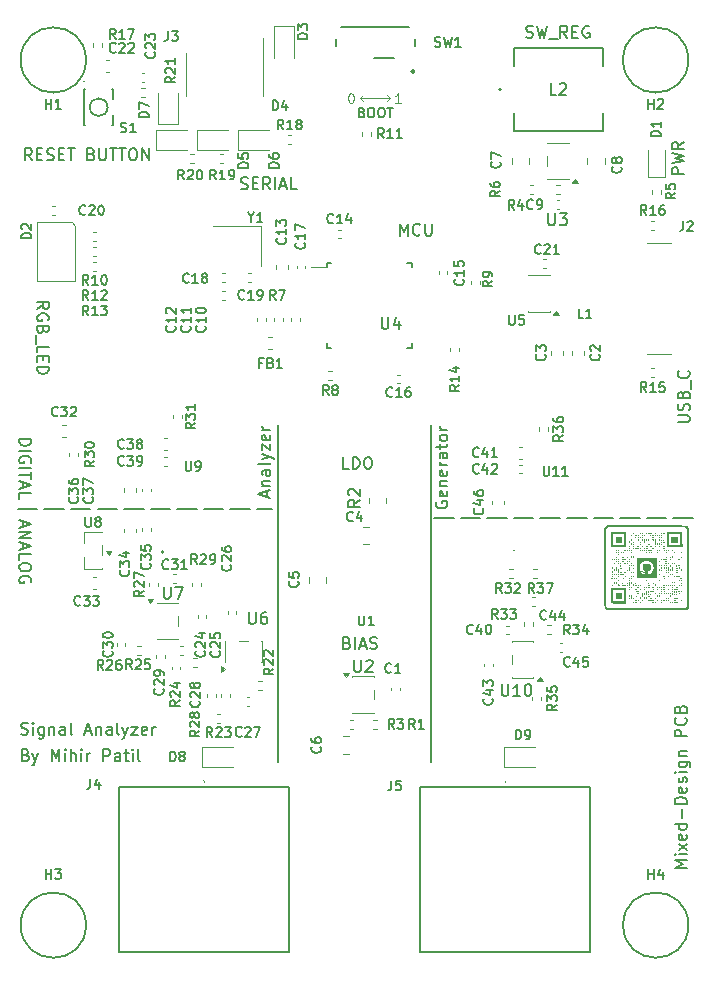
<source format=gbr>
%TF.GenerationSoftware,KiCad,Pcbnew,9.0.6*%
%TF.CreationDate,2025-12-09T00:58:21-06:00*%
%TF.ProjectId,Mixed_Signal_generator_analyzer,4d697865-645f-4536-9967-6e616c5f6765,rev?*%
%TF.SameCoordinates,Original*%
%TF.FileFunction,Legend,Top*%
%TF.FilePolarity,Positive*%
%FSLAX46Y46*%
G04 Gerber Fmt 4.6, Leading zero omitted, Abs format (unit mm)*
G04 Created by KiCad (PCBNEW 9.0.6) date 2025-12-09 00:58:21*
%MOMM*%
%LPD*%
G01*
G04 APERTURE LIST*
%ADD10C,0.100000*%
%ADD11C,0.150000*%
%ADD12C,0.200000*%
%ADD13C,0.000000*%
%ADD14C,0.120000*%
%ADD15C,0.152400*%
%ADD16C,0.127000*%
%ADD17C,0.250000*%
G04 APERTURE END LIST*
D10*
X115000000Y-57500000D02*
X115250000Y-57250000D01*
D11*
X121250000Y-93000000D02*
X122900000Y-93000000D01*
X123500000Y-93000000D02*
X125150000Y-93000000D01*
X125750000Y-93000000D02*
X127400000Y-93000000D01*
X128000000Y-93000000D02*
X129650000Y-93000000D01*
X130250000Y-93000000D02*
X131900000Y-93000000D01*
X132500000Y-93000000D02*
X134150000Y-93000000D01*
X134750000Y-93000000D02*
X136400000Y-93000000D01*
X137000000Y-93000000D02*
X138650000Y-93000000D01*
X139250000Y-93000000D02*
X140900000Y-93000000D01*
X141500000Y-93000000D02*
X143150000Y-93000000D01*
X91772680Y-127500000D02*
G75*
G02*
X86250000Y-127500000I-2761340J0D01*
G01*
X86250000Y-127500000D02*
G75*
G02*
X91772680Y-127500000I2761340J0D01*
G01*
X108000000Y-85194048D02*
X108000000Y-113694048D01*
X91772680Y-54250000D02*
G75*
G02*
X86250000Y-54250000I-2761340J0D01*
G01*
X86250000Y-54250000D02*
G75*
G02*
X91772680Y-54250000I2761340J0D01*
G01*
X142761340Y-54250000D02*
G75*
G02*
X137238660Y-54250000I-2761340J0D01*
G01*
X137238660Y-54250000D02*
G75*
G02*
X142761340Y-54250000I2761340J0D01*
G01*
X86000000Y-92250000D02*
X87650000Y-92250000D01*
X88250000Y-92250000D02*
X89900000Y-92250000D01*
X90500000Y-92250000D02*
X92150000Y-92250000D01*
X92750000Y-92250000D02*
X94400000Y-92250000D01*
X95000000Y-92250000D02*
X96650000Y-92250000D01*
X97250000Y-92250000D02*
X98900000Y-92250000D01*
X99500000Y-92250000D02*
X101150000Y-92250000D01*
X101750000Y-92250000D02*
X103400000Y-92250000D01*
X104000000Y-92250000D02*
X105650000Y-92250000D01*
X106250000Y-92250000D02*
X107500000Y-92250000D01*
X142772680Y-127500000D02*
G75*
G02*
X137250000Y-127500000I-2761340J0D01*
G01*
X137250000Y-127500000D02*
G75*
G02*
X142772680Y-127500000I2761340J0D01*
G01*
D10*
X117250000Y-57250000D02*
X117500000Y-57500000D01*
X115000000Y-57500000D02*
X115250000Y-57750000D01*
X117500000Y-57500000D02*
X117250000Y-57250000D01*
X117500000Y-57500000D02*
X115000000Y-57500000D01*
X115250000Y-57250000D02*
X115000000Y-57500000D01*
X117500000Y-57500000D02*
X117250000Y-57750000D01*
D11*
X121000000Y-85194048D02*
X121000000Y-113694048D01*
X86415895Y-93289160D02*
X86415895Y-93765350D01*
X86130180Y-93193922D02*
X87130180Y-93527255D01*
X87130180Y-93527255D02*
X86130180Y-93860588D01*
X86130180Y-94193922D02*
X87130180Y-94193922D01*
X87130180Y-94193922D02*
X86130180Y-94765350D01*
X86130180Y-94765350D02*
X87130180Y-94765350D01*
X86415895Y-95193922D02*
X86415895Y-95670112D01*
X86130180Y-95098684D02*
X87130180Y-95432017D01*
X87130180Y-95432017D02*
X86130180Y-95765350D01*
X86130180Y-96574874D02*
X86130180Y-96098684D01*
X86130180Y-96098684D02*
X87130180Y-96098684D01*
X87130180Y-97098684D02*
X87130180Y-97289160D01*
X87130180Y-97289160D02*
X87082561Y-97384398D01*
X87082561Y-97384398D02*
X86987323Y-97479636D01*
X86987323Y-97479636D02*
X86796847Y-97527255D01*
X86796847Y-97527255D02*
X86463514Y-97527255D01*
X86463514Y-97527255D02*
X86273038Y-97479636D01*
X86273038Y-97479636D02*
X86177800Y-97384398D01*
X86177800Y-97384398D02*
X86130180Y-97289160D01*
X86130180Y-97289160D02*
X86130180Y-97098684D01*
X86130180Y-97098684D02*
X86177800Y-97003446D01*
X86177800Y-97003446D02*
X86273038Y-96908208D01*
X86273038Y-96908208D02*
X86463514Y-96860589D01*
X86463514Y-96860589D02*
X86796847Y-96860589D01*
X86796847Y-96860589D02*
X86987323Y-96908208D01*
X86987323Y-96908208D02*
X87082561Y-97003446D01*
X87082561Y-97003446D02*
X87130180Y-97098684D01*
X87082561Y-98479636D02*
X87130180Y-98384398D01*
X87130180Y-98384398D02*
X87130180Y-98241541D01*
X87130180Y-98241541D02*
X87082561Y-98098684D01*
X87082561Y-98098684D02*
X86987323Y-98003446D01*
X86987323Y-98003446D02*
X86892085Y-97955827D01*
X86892085Y-97955827D02*
X86701609Y-97908208D01*
X86701609Y-97908208D02*
X86558752Y-97908208D01*
X86558752Y-97908208D02*
X86368276Y-97955827D01*
X86368276Y-97955827D02*
X86273038Y-98003446D01*
X86273038Y-98003446D02*
X86177800Y-98098684D01*
X86177800Y-98098684D02*
X86130180Y-98241541D01*
X86130180Y-98241541D02*
X86130180Y-98336779D01*
X86130180Y-98336779D02*
X86177800Y-98479636D01*
X86177800Y-98479636D02*
X86225419Y-98527255D01*
X86225419Y-98527255D02*
X86558752Y-98527255D01*
X86558752Y-98527255D02*
X86558752Y-98336779D01*
D10*
X118440550Y-57894448D02*
X117971979Y-57894448D01*
X118206265Y-57894448D02*
X118206265Y-57074448D01*
X118206265Y-57074448D02*
X118128169Y-57191591D01*
X118128169Y-57191591D02*
X118050074Y-57269686D01*
X118050074Y-57269686D02*
X117971979Y-57308734D01*
D11*
X104890476Y-65147200D02*
X105033333Y-65194819D01*
X105033333Y-65194819D02*
X105271428Y-65194819D01*
X105271428Y-65194819D02*
X105366666Y-65147200D01*
X105366666Y-65147200D02*
X105414285Y-65099580D01*
X105414285Y-65099580D02*
X105461904Y-65004342D01*
X105461904Y-65004342D02*
X105461904Y-64909104D01*
X105461904Y-64909104D02*
X105414285Y-64813866D01*
X105414285Y-64813866D02*
X105366666Y-64766247D01*
X105366666Y-64766247D02*
X105271428Y-64718628D01*
X105271428Y-64718628D02*
X105080952Y-64671009D01*
X105080952Y-64671009D02*
X104985714Y-64623390D01*
X104985714Y-64623390D02*
X104938095Y-64575771D01*
X104938095Y-64575771D02*
X104890476Y-64480533D01*
X104890476Y-64480533D02*
X104890476Y-64385295D01*
X104890476Y-64385295D02*
X104938095Y-64290057D01*
X104938095Y-64290057D02*
X104985714Y-64242438D01*
X104985714Y-64242438D02*
X105080952Y-64194819D01*
X105080952Y-64194819D02*
X105319047Y-64194819D01*
X105319047Y-64194819D02*
X105461904Y-64242438D01*
X105890476Y-64671009D02*
X106223809Y-64671009D01*
X106366666Y-65194819D02*
X105890476Y-65194819D01*
X105890476Y-65194819D02*
X105890476Y-64194819D01*
X105890476Y-64194819D02*
X106366666Y-64194819D01*
X107366666Y-65194819D02*
X107033333Y-64718628D01*
X106795238Y-65194819D02*
X106795238Y-64194819D01*
X106795238Y-64194819D02*
X107176190Y-64194819D01*
X107176190Y-64194819D02*
X107271428Y-64242438D01*
X107271428Y-64242438D02*
X107319047Y-64290057D01*
X107319047Y-64290057D02*
X107366666Y-64385295D01*
X107366666Y-64385295D02*
X107366666Y-64528152D01*
X107366666Y-64528152D02*
X107319047Y-64623390D01*
X107319047Y-64623390D02*
X107271428Y-64671009D01*
X107271428Y-64671009D02*
X107176190Y-64718628D01*
X107176190Y-64718628D02*
X106795238Y-64718628D01*
X107795238Y-65194819D02*
X107795238Y-64194819D01*
X108223809Y-64909104D02*
X108699999Y-64909104D01*
X108128571Y-65194819D02*
X108461904Y-64194819D01*
X108461904Y-64194819D02*
X108795237Y-65194819D01*
X109604761Y-65194819D02*
X109128571Y-65194819D01*
X109128571Y-65194819D02*
X109128571Y-64194819D01*
X129039160Y-52322200D02*
X129182017Y-52369819D01*
X129182017Y-52369819D02*
X129420112Y-52369819D01*
X129420112Y-52369819D02*
X129515350Y-52322200D01*
X129515350Y-52322200D02*
X129562969Y-52274580D01*
X129562969Y-52274580D02*
X129610588Y-52179342D01*
X129610588Y-52179342D02*
X129610588Y-52084104D01*
X129610588Y-52084104D02*
X129562969Y-51988866D01*
X129562969Y-51988866D02*
X129515350Y-51941247D01*
X129515350Y-51941247D02*
X129420112Y-51893628D01*
X129420112Y-51893628D02*
X129229636Y-51846009D01*
X129229636Y-51846009D02*
X129134398Y-51798390D01*
X129134398Y-51798390D02*
X129086779Y-51750771D01*
X129086779Y-51750771D02*
X129039160Y-51655533D01*
X129039160Y-51655533D02*
X129039160Y-51560295D01*
X129039160Y-51560295D02*
X129086779Y-51465057D01*
X129086779Y-51465057D02*
X129134398Y-51417438D01*
X129134398Y-51417438D02*
X129229636Y-51369819D01*
X129229636Y-51369819D02*
X129467731Y-51369819D01*
X129467731Y-51369819D02*
X129610588Y-51417438D01*
X129943922Y-51369819D02*
X130182017Y-52369819D01*
X130182017Y-52369819D02*
X130372493Y-51655533D01*
X130372493Y-51655533D02*
X130562969Y-52369819D01*
X130562969Y-52369819D02*
X130801065Y-51369819D01*
X130943922Y-52465057D02*
X131705826Y-52465057D01*
X132515350Y-52369819D02*
X132182017Y-51893628D01*
X131943922Y-52369819D02*
X131943922Y-51369819D01*
X131943922Y-51369819D02*
X132324874Y-51369819D01*
X132324874Y-51369819D02*
X132420112Y-51417438D01*
X132420112Y-51417438D02*
X132467731Y-51465057D01*
X132467731Y-51465057D02*
X132515350Y-51560295D01*
X132515350Y-51560295D02*
X132515350Y-51703152D01*
X132515350Y-51703152D02*
X132467731Y-51798390D01*
X132467731Y-51798390D02*
X132420112Y-51846009D01*
X132420112Y-51846009D02*
X132324874Y-51893628D01*
X132324874Y-51893628D02*
X131943922Y-51893628D01*
X132943922Y-51846009D02*
X133277255Y-51846009D01*
X133420112Y-52369819D02*
X132943922Y-52369819D01*
X132943922Y-52369819D02*
X132943922Y-51369819D01*
X132943922Y-51369819D02*
X133420112Y-51369819D01*
X134372493Y-51417438D02*
X134277255Y-51369819D01*
X134277255Y-51369819D02*
X134134398Y-51369819D01*
X134134398Y-51369819D02*
X133991541Y-51417438D01*
X133991541Y-51417438D02*
X133896303Y-51512676D01*
X133896303Y-51512676D02*
X133848684Y-51607914D01*
X133848684Y-51607914D02*
X133801065Y-51798390D01*
X133801065Y-51798390D02*
X133801065Y-51941247D01*
X133801065Y-51941247D02*
X133848684Y-52131723D01*
X133848684Y-52131723D02*
X133896303Y-52226961D01*
X133896303Y-52226961D02*
X133991541Y-52322200D01*
X133991541Y-52322200D02*
X134134398Y-52369819D01*
X134134398Y-52369819D02*
X134229636Y-52369819D01*
X134229636Y-52369819D02*
X134372493Y-52322200D01*
X134372493Y-52322200D02*
X134420112Y-52274580D01*
X134420112Y-52274580D02*
X134420112Y-51941247D01*
X134420112Y-51941247D02*
X134229636Y-51941247D01*
X142619819Y-122663220D02*
X141619819Y-122663220D01*
X141619819Y-122663220D02*
X142334104Y-122329887D01*
X142334104Y-122329887D02*
X141619819Y-121996554D01*
X141619819Y-121996554D02*
X142619819Y-121996554D01*
X142619819Y-121520363D02*
X141953152Y-121520363D01*
X141619819Y-121520363D02*
X141667438Y-121567982D01*
X141667438Y-121567982D02*
X141715057Y-121520363D01*
X141715057Y-121520363D02*
X141667438Y-121472744D01*
X141667438Y-121472744D02*
X141619819Y-121520363D01*
X141619819Y-121520363D02*
X141715057Y-121520363D01*
X142619819Y-121139411D02*
X141953152Y-120615602D01*
X141953152Y-121139411D02*
X142619819Y-120615602D01*
X142572200Y-119853697D02*
X142619819Y-119948935D01*
X142619819Y-119948935D02*
X142619819Y-120139411D01*
X142619819Y-120139411D02*
X142572200Y-120234649D01*
X142572200Y-120234649D02*
X142476961Y-120282268D01*
X142476961Y-120282268D02*
X142096009Y-120282268D01*
X142096009Y-120282268D02*
X142000771Y-120234649D01*
X142000771Y-120234649D02*
X141953152Y-120139411D01*
X141953152Y-120139411D02*
X141953152Y-119948935D01*
X141953152Y-119948935D02*
X142000771Y-119853697D01*
X142000771Y-119853697D02*
X142096009Y-119806078D01*
X142096009Y-119806078D02*
X142191247Y-119806078D01*
X142191247Y-119806078D02*
X142286485Y-120282268D01*
X142619819Y-118948935D02*
X141619819Y-118948935D01*
X142572200Y-118948935D02*
X142619819Y-119044173D01*
X142619819Y-119044173D02*
X142619819Y-119234649D01*
X142619819Y-119234649D02*
X142572200Y-119329887D01*
X142572200Y-119329887D02*
X142524580Y-119377506D01*
X142524580Y-119377506D02*
X142429342Y-119425125D01*
X142429342Y-119425125D02*
X142143628Y-119425125D01*
X142143628Y-119425125D02*
X142048390Y-119377506D01*
X142048390Y-119377506D02*
X142000771Y-119329887D01*
X142000771Y-119329887D02*
X141953152Y-119234649D01*
X141953152Y-119234649D02*
X141953152Y-119044173D01*
X141953152Y-119044173D02*
X142000771Y-118948935D01*
X142238866Y-118472744D02*
X142238866Y-117710840D01*
X142619819Y-117234649D02*
X141619819Y-117234649D01*
X141619819Y-117234649D02*
X141619819Y-116996554D01*
X141619819Y-116996554D02*
X141667438Y-116853697D01*
X141667438Y-116853697D02*
X141762676Y-116758459D01*
X141762676Y-116758459D02*
X141857914Y-116710840D01*
X141857914Y-116710840D02*
X142048390Y-116663221D01*
X142048390Y-116663221D02*
X142191247Y-116663221D01*
X142191247Y-116663221D02*
X142381723Y-116710840D01*
X142381723Y-116710840D02*
X142476961Y-116758459D01*
X142476961Y-116758459D02*
X142572200Y-116853697D01*
X142572200Y-116853697D02*
X142619819Y-116996554D01*
X142619819Y-116996554D02*
X142619819Y-117234649D01*
X142572200Y-115853697D02*
X142619819Y-115948935D01*
X142619819Y-115948935D02*
X142619819Y-116139411D01*
X142619819Y-116139411D02*
X142572200Y-116234649D01*
X142572200Y-116234649D02*
X142476961Y-116282268D01*
X142476961Y-116282268D02*
X142096009Y-116282268D01*
X142096009Y-116282268D02*
X142000771Y-116234649D01*
X142000771Y-116234649D02*
X141953152Y-116139411D01*
X141953152Y-116139411D02*
X141953152Y-115948935D01*
X141953152Y-115948935D02*
X142000771Y-115853697D01*
X142000771Y-115853697D02*
X142096009Y-115806078D01*
X142096009Y-115806078D02*
X142191247Y-115806078D01*
X142191247Y-115806078D02*
X142286485Y-116282268D01*
X142572200Y-115425125D02*
X142619819Y-115329887D01*
X142619819Y-115329887D02*
X142619819Y-115139411D01*
X142619819Y-115139411D02*
X142572200Y-115044173D01*
X142572200Y-115044173D02*
X142476961Y-114996554D01*
X142476961Y-114996554D02*
X142429342Y-114996554D01*
X142429342Y-114996554D02*
X142334104Y-115044173D01*
X142334104Y-115044173D02*
X142286485Y-115139411D01*
X142286485Y-115139411D02*
X142286485Y-115282268D01*
X142286485Y-115282268D02*
X142238866Y-115377506D01*
X142238866Y-115377506D02*
X142143628Y-115425125D01*
X142143628Y-115425125D02*
X142096009Y-115425125D01*
X142096009Y-115425125D02*
X142000771Y-115377506D01*
X142000771Y-115377506D02*
X141953152Y-115282268D01*
X141953152Y-115282268D02*
X141953152Y-115139411D01*
X141953152Y-115139411D02*
X142000771Y-115044173D01*
X142619819Y-114567982D02*
X141953152Y-114567982D01*
X141619819Y-114567982D02*
X141667438Y-114615601D01*
X141667438Y-114615601D02*
X141715057Y-114567982D01*
X141715057Y-114567982D02*
X141667438Y-114520363D01*
X141667438Y-114520363D02*
X141619819Y-114567982D01*
X141619819Y-114567982D02*
X141715057Y-114567982D01*
X141953152Y-113663221D02*
X142762676Y-113663221D01*
X142762676Y-113663221D02*
X142857914Y-113710840D01*
X142857914Y-113710840D02*
X142905533Y-113758459D01*
X142905533Y-113758459D02*
X142953152Y-113853697D01*
X142953152Y-113853697D02*
X142953152Y-113996554D01*
X142953152Y-113996554D02*
X142905533Y-114091792D01*
X142572200Y-113663221D02*
X142619819Y-113758459D01*
X142619819Y-113758459D02*
X142619819Y-113948935D01*
X142619819Y-113948935D02*
X142572200Y-114044173D01*
X142572200Y-114044173D02*
X142524580Y-114091792D01*
X142524580Y-114091792D02*
X142429342Y-114139411D01*
X142429342Y-114139411D02*
X142143628Y-114139411D01*
X142143628Y-114139411D02*
X142048390Y-114091792D01*
X142048390Y-114091792D02*
X142000771Y-114044173D01*
X142000771Y-114044173D02*
X141953152Y-113948935D01*
X141953152Y-113948935D02*
X141953152Y-113758459D01*
X141953152Y-113758459D02*
X142000771Y-113663221D01*
X141953152Y-113187030D02*
X142619819Y-113187030D01*
X142048390Y-113187030D02*
X142000771Y-113139411D01*
X142000771Y-113139411D02*
X141953152Y-113044173D01*
X141953152Y-113044173D02*
X141953152Y-112901316D01*
X141953152Y-112901316D02*
X142000771Y-112806078D01*
X142000771Y-112806078D02*
X142096009Y-112758459D01*
X142096009Y-112758459D02*
X142619819Y-112758459D01*
X142619819Y-111520363D02*
X141619819Y-111520363D01*
X141619819Y-111520363D02*
X141619819Y-111139411D01*
X141619819Y-111139411D02*
X141667438Y-111044173D01*
X141667438Y-111044173D02*
X141715057Y-110996554D01*
X141715057Y-110996554D02*
X141810295Y-110948935D01*
X141810295Y-110948935D02*
X141953152Y-110948935D01*
X141953152Y-110948935D02*
X142048390Y-110996554D01*
X142048390Y-110996554D02*
X142096009Y-111044173D01*
X142096009Y-111044173D02*
X142143628Y-111139411D01*
X142143628Y-111139411D02*
X142143628Y-111520363D01*
X142524580Y-109948935D02*
X142572200Y-109996554D01*
X142572200Y-109996554D02*
X142619819Y-110139411D01*
X142619819Y-110139411D02*
X142619819Y-110234649D01*
X142619819Y-110234649D02*
X142572200Y-110377506D01*
X142572200Y-110377506D02*
X142476961Y-110472744D01*
X142476961Y-110472744D02*
X142381723Y-110520363D01*
X142381723Y-110520363D02*
X142191247Y-110567982D01*
X142191247Y-110567982D02*
X142048390Y-110567982D01*
X142048390Y-110567982D02*
X141857914Y-110520363D01*
X141857914Y-110520363D02*
X141762676Y-110472744D01*
X141762676Y-110472744D02*
X141667438Y-110377506D01*
X141667438Y-110377506D02*
X141619819Y-110234649D01*
X141619819Y-110234649D02*
X141619819Y-110139411D01*
X141619819Y-110139411D02*
X141667438Y-109996554D01*
X141667438Y-109996554D02*
X141715057Y-109948935D01*
X142096009Y-109187030D02*
X142143628Y-109044173D01*
X142143628Y-109044173D02*
X142191247Y-108996554D01*
X142191247Y-108996554D02*
X142286485Y-108948935D01*
X142286485Y-108948935D02*
X142429342Y-108948935D01*
X142429342Y-108948935D02*
X142524580Y-108996554D01*
X142524580Y-108996554D02*
X142572200Y-109044173D01*
X142572200Y-109044173D02*
X142619819Y-109139411D01*
X142619819Y-109139411D02*
X142619819Y-109520363D01*
X142619819Y-109520363D02*
X141619819Y-109520363D01*
X141619819Y-109520363D02*
X141619819Y-109187030D01*
X141619819Y-109187030D02*
X141667438Y-109091792D01*
X141667438Y-109091792D02*
X141715057Y-109044173D01*
X141715057Y-109044173D02*
X141810295Y-108996554D01*
X141810295Y-108996554D02*
X141905533Y-108996554D01*
X141905533Y-108996554D02*
X142000771Y-109044173D01*
X142000771Y-109044173D02*
X142048390Y-109091792D01*
X142048390Y-109091792D02*
X142096009Y-109187030D01*
X142096009Y-109187030D02*
X142096009Y-109520363D01*
X142369819Y-63913220D02*
X141369819Y-63913220D01*
X141369819Y-63913220D02*
X141369819Y-63532268D01*
X141369819Y-63532268D02*
X141417438Y-63437030D01*
X141417438Y-63437030D02*
X141465057Y-63389411D01*
X141465057Y-63389411D02*
X141560295Y-63341792D01*
X141560295Y-63341792D02*
X141703152Y-63341792D01*
X141703152Y-63341792D02*
X141798390Y-63389411D01*
X141798390Y-63389411D02*
X141846009Y-63437030D01*
X141846009Y-63437030D02*
X141893628Y-63532268D01*
X141893628Y-63532268D02*
X141893628Y-63913220D01*
X141369819Y-63008458D02*
X142369819Y-62770363D01*
X142369819Y-62770363D02*
X141655533Y-62579887D01*
X141655533Y-62579887D02*
X142369819Y-62389411D01*
X142369819Y-62389411D02*
X141369819Y-62151316D01*
X142369819Y-61198935D02*
X141893628Y-61532268D01*
X142369819Y-61770363D02*
X141369819Y-61770363D01*
X141369819Y-61770363D02*
X141369819Y-61389411D01*
X141369819Y-61389411D02*
X141417438Y-61294173D01*
X141417438Y-61294173D02*
X141465057Y-61246554D01*
X141465057Y-61246554D02*
X141560295Y-61198935D01*
X141560295Y-61198935D02*
X141703152Y-61198935D01*
X141703152Y-61198935D02*
X141798390Y-61246554D01*
X141798390Y-61246554D02*
X141846009Y-61294173D01*
X141846009Y-61294173D02*
X141893628Y-61389411D01*
X141893628Y-61389411D02*
X141893628Y-61770363D01*
X118336779Y-69119819D02*
X118336779Y-68119819D01*
X118336779Y-68119819D02*
X118670112Y-68834104D01*
X118670112Y-68834104D02*
X119003445Y-68119819D01*
X119003445Y-68119819D02*
X119003445Y-69119819D01*
X120051064Y-69024580D02*
X120003445Y-69072200D01*
X120003445Y-69072200D02*
X119860588Y-69119819D01*
X119860588Y-69119819D02*
X119765350Y-69119819D01*
X119765350Y-69119819D02*
X119622493Y-69072200D01*
X119622493Y-69072200D02*
X119527255Y-68976961D01*
X119527255Y-68976961D02*
X119479636Y-68881723D01*
X119479636Y-68881723D02*
X119432017Y-68691247D01*
X119432017Y-68691247D02*
X119432017Y-68548390D01*
X119432017Y-68548390D02*
X119479636Y-68357914D01*
X119479636Y-68357914D02*
X119527255Y-68262676D01*
X119527255Y-68262676D02*
X119622493Y-68167438D01*
X119622493Y-68167438D02*
X119765350Y-68119819D01*
X119765350Y-68119819D02*
X119860588Y-68119819D01*
X119860588Y-68119819D02*
X120003445Y-68167438D01*
X120003445Y-68167438D02*
X120051064Y-68215057D01*
X120479636Y-68119819D02*
X120479636Y-68929342D01*
X120479636Y-68929342D02*
X120527255Y-69024580D01*
X120527255Y-69024580D02*
X120574874Y-69072200D01*
X120574874Y-69072200D02*
X120670112Y-69119819D01*
X120670112Y-69119819D02*
X120860588Y-69119819D01*
X120860588Y-69119819D02*
X120955826Y-69072200D01*
X120955826Y-69072200D02*
X121003445Y-69024580D01*
X121003445Y-69024580D02*
X121051064Y-68929342D01*
X121051064Y-68929342D02*
X121051064Y-68119819D01*
X87630180Y-75333207D02*
X88106371Y-74999874D01*
X87630180Y-74761779D02*
X88630180Y-74761779D01*
X88630180Y-74761779D02*
X88630180Y-75142731D01*
X88630180Y-75142731D02*
X88582561Y-75237969D01*
X88582561Y-75237969D02*
X88534942Y-75285588D01*
X88534942Y-75285588D02*
X88439704Y-75333207D01*
X88439704Y-75333207D02*
X88296847Y-75333207D01*
X88296847Y-75333207D02*
X88201609Y-75285588D01*
X88201609Y-75285588D02*
X88153990Y-75237969D01*
X88153990Y-75237969D02*
X88106371Y-75142731D01*
X88106371Y-75142731D02*
X88106371Y-74761779D01*
X88582561Y-76285588D02*
X88630180Y-76190350D01*
X88630180Y-76190350D02*
X88630180Y-76047493D01*
X88630180Y-76047493D02*
X88582561Y-75904636D01*
X88582561Y-75904636D02*
X88487323Y-75809398D01*
X88487323Y-75809398D02*
X88392085Y-75761779D01*
X88392085Y-75761779D02*
X88201609Y-75714160D01*
X88201609Y-75714160D02*
X88058752Y-75714160D01*
X88058752Y-75714160D02*
X87868276Y-75761779D01*
X87868276Y-75761779D02*
X87773038Y-75809398D01*
X87773038Y-75809398D02*
X87677800Y-75904636D01*
X87677800Y-75904636D02*
X87630180Y-76047493D01*
X87630180Y-76047493D02*
X87630180Y-76142731D01*
X87630180Y-76142731D02*
X87677800Y-76285588D01*
X87677800Y-76285588D02*
X87725419Y-76333207D01*
X87725419Y-76333207D02*
X88058752Y-76333207D01*
X88058752Y-76333207D02*
X88058752Y-76142731D01*
X88153990Y-77095112D02*
X88106371Y-77237969D01*
X88106371Y-77237969D02*
X88058752Y-77285588D01*
X88058752Y-77285588D02*
X87963514Y-77333207D01*
X87963514Y-77333207D02*
X87820657Y-77333207D01*
X87820657Y-77333207D02*
X87725419Y-77285588D01*
X87725419Y-77285588D02*
X87677800Y-77237969D01*
X87677800Y-77237969D02*
X87630180Y-77142731D01*
X87630180Y-77142731D02*
X87630180Y-76761779D01*
X87630180Y-76761779D02*
X88630180Y-76761779D01*
X88630180Y-76761779D02*
X88630180Y-77095112D01*
X88630180Y-77095112D02*
X88582561Y-77190350D01*
X88582561Y-77190350D02*
X88534942Y-77237969D01*
X88534942Y-77237969D02*
X88439704Y-77285588D01*
X88439704Y-77285588D02*
X88344466Y-77285588D01*
X88344466Y-77285588D02*
X88249228Y-77237969D01*
X88249228Y-77237969D02*
X88201609Y-77190350D01*
X88201609Y-77190350D02*
X88153990Y-77095112D01*
X88153990Y-77095112D02*
X88153990Y-76761779D01*
X87534942Y-77523684D02*
X87534942Y-78285588D01*
X87630180Y-78999874D02*
X87630180Y-78523684D01*
X87630180Y-78523684D02*
X88630180Y-78523684D01*
X88153990Y-79333208D02*
X88153990Y-79666541D01*
X87630180Y-79809398D02*
X87630180Y-79333208D01*
X87630180Y-79333208D02*
X88630180Y-79333208D01*
X88630180Y-79333208D02*
X88630180Y-79809398D01*
X87630180Y-80237970D02*
X88630180Y-80237970D01*
X88630180Y-80237970D02*
X88630180Y-80476065D01*
X88630180Y-80476065D02*
X88582561Y-80618922D01*
X88582561Y-80618922D02*
X88487323Y-80714160D01*
X88487323Y-80714160D02*
X88392085Y-80761779D01*
X88392085Y-80761779D02*
X88201609Y-80809398D01*
X88201609Y-80809398D02*
X88058752Y-80809398D01*
X88058752Y-80809398D02*
X87868276Y-80761779D01*
X87868276Y-80761779D02*
X87773038Y-80714160D01*
X87773038Y-80714160D02*
X87677800Y-80618922D01*
X87677800Y-80618922D02*
X87630180Y-80476065D01*
X87630180Y-80476065D02*
X87630180Y-80237970D01*
X113870112Y-103596009D02*
X114012969Y-103643628D01*
X114012969Y-103643628D02*
X114060588Y-103691247D01*
X114060588Y-103691247D02*
X114108207Y-103786485D01*
X114108207Y-103786485D02*
X114108207Y-103929342D01*
X114108207Y-103929342D02*
X114060588Y-104024580D01*
X114060588Y-104024580D02*
X114012969Y-104072200D01*
X114012969Y-104072200D02*
X113917731Y-104119819D01*
X113917731Y-104119819D02*
X113536779Y-104119819D01*
X113536779Y-104119819D02*
X113536779Y-103119819D01*
X113536779Y-103119819D02*
X113870112Y-103119819D01*
X113870112Y-103119819D02*
X113965350Y-103167438D01*
X113965350Y-103167438D02*
X114012969Y-103215057D01*
X114012969Y-103215057D02*
X114060588Y-103310295D01*
X114060588Y-103310295D02*
X114060588Y-103405533D01*
X114060588Y-103405533D02*
X114012969Y-103500771D01*
X114012969Y-103500771D02*
X113965350Y-103548390D01*
X113965350Y-103548390D02*
X113870112Y-103596009D01*
X113870112Y-103596009D02*
X113536779Y-103596009D01*
X114536779Y-104119819D02*
X114536779Y-103119819D01*
X114965350Y-103834104D02*
X115441540Y-103834104D01*
X114870112Y-104119819D02*
X115203445Y-103119819D01*
X115203445Y-103119819D02*
X115536778Y-104119819D01*
X115822493Y-104072200D02*
X115965350Y-104119819D01*
X115965350Y-104119819D02*
X116203445Y-104119819D01*
X116203445Y-104119819D02*
X116298683Y-104072200D01*
X116298683Y-104072200D02*
X116346302Y-104024580D01*
X116346302Y-104024580D02*
X116393921Y-103929342D01*
X116393921Y-103929342D02*
X116393921Y-103834104D01*
X116393921Y-103834104D02*
X116346302Y-103738866D01*
X116346302Y-103738866D02*
X116298683Y-103691247D01*
X116298683Y-103691247D02*
X116203445Y-103643628D01*
X116203445Y-103643628D02*
X116012969Y-103596009D01*
X116012969Y-103596009D02*
X115917731Y-103548390D01*
X115917731Y-103548390D02*
X115870112Y-103500771D01*
X115870112Y-103500771D02*
X115822493Y-103405533D01*
X115822493Y-103405533D02*
X115822493Y-103310295D01*
X115822493Y-103310295D02*
X115870112Y-103215057D01*
X115870112Y-103215057D02*
X115917731Y-103167438D01*
X115917731Y-103167438D02*
X116012969Y-103119819D01*
X116012969Y-103119819D02*
X116251064Y-103119819D01*
X116251064Y-103119819D02*
X116393921Y-103167438D01*
X86670112Y-113096009D02*
X86812969Y-113143628D01*
X86812969Y-113143628D02*
X86860588Y-113191247D01*
X86860588Y-113191247D02*
X86908207Y-113286485D01*
X86908207Y-113286485D02*
X86908207Y-113429342D01*
X86908207Y-113429342D02*
X86860588Y-113524580D01*
X86860588Y-113524580D02*
X86812969Y-113572200D01*
X86812969Y-113572200D02*
X86717731Y-113619819D01*
X86717731Y-113619819D02*
X86336779Y-113619819D01*
X86336779Y-113619819D02*
X86336779Y-112619819D01*
X86336779Y-112619819D02*
X86670112Y-112619819D01*
X86670112Y-112619819D02*
X86765350Y-112667438D01*
X86765350Y-112667438D02*
X86812969Y-112715057D01*
X86812969Y-112715057D02*
X86860588Y-112810295D01*
X86860588Y-112810295D02*
X86860588Y-112905533D01*
X86860588Y-112905533D02*
X86812969Y-113000771D01*
X86812969Y-113000771D02*
X86765350Y-113048390D01*
X86765350Y-113048390D02*
X86670112Y-113096009D01*
X86670112Y-113096009D02*
X86336779Y-113096009D01*
X87241541Y-112953152D02*
X87479636Y-113619819D01*
X87717731Y-112953152D02*
X87479636Y-113619819D01*
X87479636Y-113619819D02*
X87384398Y-113857914D01*
X87384398Y-113857914D02*
X87336779Y-113905533D01*
X87336779Y-113905533D02*
X87241541Y-113953152D01*
X88860589Y-113619819D02*
X88860589Y-112619819D01*
X88860589Y-112619819D02*
X89193922Y-113334104D01*
X89193922Y-113334104D02*
X89527255Y-112619819D01*
X89527255Y-112619819D02*
X89527255Y-113619819D01*
X90003446Y-113619819D02*
X90003446Y-112953152D01*
X90003446Y-112619819D02*
X89955827Y-112667438D01*
X89955827Y-112667438D02*
X90003446Y-112715057D01*
X90003446Y-112715057D02*
X90051065Y-112667438D01*
X90051065Y-112667438D02*
X90003446Y-112619819D01*
X90003446Y-112619819D02*
X90003446Y-112715057D01*
X90479636Y-113619819D02*
X90479636Y-112619819D01*
X90908207Y-113619819D02*
X90908207Y-113096009D01*
X90908207Y-113096009D02*
X90860588Y-113000771D01*
X90860588Y-113000771D02*
X90765350Y-112953152D01*
X90765350Y-112953152D02*
X90622493Y-112953152D01*
X90622493Y-112953152D02*
X90527255Y-113000771D01*
X90527255Y-113000771D02*
X90479636Y-113048390D01*
X91384398Y-113619819D02*
X91384398Y-112953152D01*
X91384398Y-112619819D02*
X91336779Y-112667438D01*
X91336779Y-112667438D02*
X91384398Y-112715057D01*
X91384398Y-112715057D02*
X91432017Y-112667438D01*
X91432017Y-112667438D02*
X91384398Y-112619819D01*
X91384398Y-112619819D02*
X91384398Y-112715057D01*
X91860588Y-113619819D02*
X91860588Y-112953152D01*
X91860588Y-113143628D02*
X91908207Y-113048390D01*
X91908207Y-113048390D02*
X91955826Y-113000771D01*
X91955826Y-113000771D02*
X92051064Y-112953152D01*
X92051064Y-112953152D02*
X92146302Y-112953152D01*
X93241541Y-113619819D02*
X93241541Y-112619819D01*
X93241541Y-112619819D02*
X93622493Y-112619819D01*
X93622493Y-112619819D02*
X93717731Y-112667438D01*
X93717731Y-112667438D02*
X93765350Y-112715057D01*
X93765350Y-112715057D02*
X93812969Y-112810295D01*
X93812969Y-112810295D02*
X93812969Y-112953152D01*
X93812969Y-112953152D02*
X93765350Y-113048390D01*
X93765350Y-113048390D02*
X93717731Y-113096009D01*
X93717731Y-113096009D02*
X93622493Y-113143628D01*
X93622493Y-113143628D02*
X93241541Y-113143628D01*
X94670112Y-113619819D02*
X94670112Y-113096009D01*
X94670112Y-113096009D02*
X94622493Y-113000771D01*
X94622493Y-113000771D02*
X94527255Y-112953152D01*
X94527255Y-112953152D02*
X94336779Y-112953152D01*
X94336779Y-112953152D02*
X94241541Y-113000771D01*
X94670112Y-113572200D02*
X94574874Y-113619819D01*
X94574874Y-113619819D02*
X94336779Y-113619819D01*
X94336779Y-113619819D02*
X94241541Y-113572200D01*
X94241541Y-113572200D02*
X94193922Y-113476961D01*
X94193922Y-113476961D02*
X94193922Y-113381723D01*
X94193922Y-113381723D02*
X94241541Y-113286485D01*
X94241541Y-113286485D02*
X94336779Y-113238866D01*
X94336779Y-113238866D02*
X94574874Y-113238866D01*
X94574874Y-113238866D02*
X94670112Y-113191247D01*
X95003446Y-112953152D02*
X95384398Y-112953152D01*
X95146303Y-112619819D02*
X95146303Y-113476961D01*
X95146303Y-113476961D02*
X95193922Y-113572200D01*
X95193922Y-113572200D02*
X95289160Y-113619819D01*
X95289160Y-113619819D02*
X95384398Y-113619819D01*
X95717732Y-113619819D02*
X95717732Y-112953152D01*
X95717732Y-112619819D02*
X95670113Y-112667438D01*
X95670113Y-112667438D02*
X95717732Y-112715057D01*
X95717732Y-112715057D02*
X95765351Y-112667438D01*
X95765351Y-112667438D02*
X95717732Y-112619819D01*
X95717732Y-112619819D02*
X95717732Y-112715057D01*
X96336779Y-113619819D02*
X96241541Y-113572200D01*
X96241541Y-113572200D02*
X96193922Y-113476961D01*
X96193922Y-113476961D02*
X96193922Y-112619819D01*
X86289160Y-111322200D02*
X86432017Y-111369819D01*
X86432017Y-111369819D02*
X86670112Y-111369819D01*
X86670112Y-111369819D02*
X86765350Y-111322200D01*
X86765350Y-111322200D02*
X86812969Y-111274580D01*
X86812969Y-111274580D02*
X86860588Y-111179342D01*
X86860588Y-111179342D02*
X86860588Y-111084104D01*
X86860588Y-111084104D02*
X86812969Y-110988866D01*
X86812969Y-110988866D02*
X86765350Y-110941247D01*
X86765350Y-110941247D02*
X86670112Y-110893628D01*
X86670112Y-110893628D02*
X86479636Y-110846009D01*
X86479636Y-110846009D02*
X86384398Y-110798390D01*
X86384398Y-110798390D02*
X86336779Y-110750771D01*
X86336779Y-110750771D02*
X86289160Y-110655533D01*
X86289160Y-110655533D02*
X86289160Y-110560295D01*
X86289160Y-110560295D02*
X86336779Y-110465057D01*
X86336779Y-110465057D02*
X86384398Y-110417438D01*
X86384398Y-110417438D02*
X86479636Y-110369819D01*
X86479636Y-110369819D02*
X86717731Y-110369819D01*
X86717731Y-110369819D02*
X86860588Y-110417438D01*
X87289160Y-111369819D02*
X87289160Y-110703152D01*
X87289160Y-110369819D02*
X87241541Y-110417438D01*
X87241541Y-110417438D02*
X87289160Y-110465057D01*
X87289160Y-110465057D02*
X87336779Y-110417438D01*
X87336779Y-110417438D02*
X87289160Y-110369819D01*
X87289160Y-110369819D02*
X87289160Y-110465057D01*
X88193921Y-110703152D02*
X88193921Y-111512676D01*
X88193921Y-111512676D02*
X88146302Y-111607914D01*
X88146302Y-111607914D02*
X88098683Y-111655533D01*
X88098683Y-111655533D02*
X88003445Y-111703152D01*
X88003445Y-111703152D02*
X87860588Y-111703152D01*
X87860588Y-111703152D02*
X87765350Y-111655533D01*
X88193921Y-111322200D02*
X88098683Y-111369819D01*
X88098683Y-111369819D02*
X87908207Y-111369819D01*
X87908207Y-111369819D02*
X87812969Y-111322200D01*
X87812969Y-111322200D02*
X87765350Y-111274580D01*
X87765350Y-111274580D02*
X87717731Y-111179342D01*
X87717731Y-111179342D02*
X87717731Y-110893628D01*
X87717731Y-110893628D02*
X87765350Y-110798390D01*
X87765350Y-110798390D02*
X87812969Y-110750771D01*
X87812969Y-110750771D02*
X87908207Y-110703152D01*
X87908207Y-110703152D02*
X88098683Y-110703152D01*
X88098683Y-110703152D02*
X88193921Y-110750771D01*
X88670112Y-110703152D02*
X88670112Y-111369819D01*
X88670112Y-110798390D02*
X88717731Y-110750771D01*
X88717731Y-110750771D02*
X88812969Y-110703152D01*
X88812969Y-110703152D02*
X88955826Y-110703152D01*
X88955826Y-110703152D02*
X89051064Y-110750771D01*
X89051064Y-110750771D02*
X89098683Y-110846009D01*
X89098683Y-110846009D02*
X89098683Y-111369819D01*
X90003445Y-111369819D02*
X90003445Y-110846009D01*
X90003445Y-110846009D02*
X89955826Y-110750771D01*
X89955826Y-110750771D02*
X89860588Y-110703152D01*
X89860588Y-110703152D02*
X89670112Y-110703152D01*
X89670112Y-110703152D02*
X89574874Y-110750771D01*
X90003445Y-111322200D02*
X89908207Y-111369819D01*
X89908207Y-111369819D02*
X89670112Y-111369819D01*
X89670112Y-111369819D02*
X89574874Y-111322200D01*
X89574874Y-111322200D02*
X89527255Y-111226961D01*
X89527255Y-111226961D02*
X89527255Y-111131723D01*
X89527255Y-111131723D02*
X89574874Y-111036485D01*
X89574874Y-111036485D02*
X89670112Y-110988866D01*
X89670112Y-110988866D02*
X89908207Y-110988866D01*
X89908207Y-110988866D02*
X90003445Y-110941247D01*
X90622493Y-111369819D02*
X90527255Y-111322200D01*
X90527255Y-111322200D02*
X90479636Y-111226961D01*
X90479636Y-111226961D02*
X90479636Y-110369819D01*
X91717732Y-111084104D02*
X92193922Y-111084104D01*
X91622494Y-111369819D02*
X91955827Y-110369819D01*
X91955827Y-110369819D02*
X92289160Y-111369819D01*
X92622494Y-110703152D02*
X92622494Y-111369819D01*
X92622494Y-110798390D02*
X92670113Y-110750771D01*
X92670113Y-110750771D02*
X92765351Y-110703152D01*
X92765351Y-110703152D02*
X92908208Y-110703152D01*
X92908208Y-110703152D02*
X93003446Y-110750771D01*
X93003446Y-110750771D02*
X93051065Y-110846009D01*
X93051065Y-110846009D02*
X93051065Y-111369819D01*
X93955827Y-111369819D02*
X93955827Y-110846009D01*
X93955827Y-110846009D02*
X93908208Y-110750771D01*
X93908208Y-110750771D02*
X93812970Y-110703152D01*
X93812970Y-110703152D02*
X93622494Y-110703152D01*
X93622494Y-110703152D02*
X93527256Y-110750771D01*
X93955827Y-111322200D02*
X93860589Y-111369819D01*
X93860589Y-111369819D02*
X93622494Y-111369819D01*
X93622494Y-111369819D02*
X93527256Y-111322200D01*
X93527256Y-111322200D02*
X93479637Y-111226961D01*
X93479637Y-111226961D02*
X93479637Y-111131723D01*
X93479637Y-111131723D02*
X93527256Y-111036485D01*
X93527256Y-111036485D02*
X93622494Y-110988866D01*
X93622494Y-110988866D02*
X93860589Y-110988866D01*
X93860589Y-110988866D02*
X93955827Y-110941247D01*
X94574875Y-111369819D02*
X94479637Y-111322200D01*
X94479637Y-111322200D02*
X94432018Y-111226961D01*
X94432018Y-111226961D02*
X94432018Y-110369819D01*
X94860590Y-110703152D02*
X95098685Y-111369819D01*
X95336780Y-110703152D02*
X95098685Y-111369819D01*
X95098685Y-111369819D02*
X95003447Y-111607914D01*
X95003447Y-111607914D02*
X94955828Y-111655533D01*
X94955828Y-111655533D02*
X94860590Y-111703152D01*
X95622495Y-110703152D02*
X96146304Y-110703152D01*
X96146304Y-110703152D02*
X95622495Y-111369819D01*
X95622495Y-111369819D02*
X96146304Y-111369819D01*
X96908209Y-111322200D02*
X96812971Y-111369819D01*
X96812971Y-111369819D02*
X96622495Y-111369819D01*
X96622495Y-111369819D02*
X96527257Y-111322200D01*
X96527257Y-111322200D02*
X96479638Y-111226961D01*
X96479638Y-111226961D02*
X96479638Y-110846009D01*
X96479638Y-110846009D02*
X96527257Y-110750771D01*
X96527257Y-110750771D02*
X96622495Y-110703152D01*
X96622495Y-110703152D02*
X96812971Y-110703152D01*
X96812971Y-110703152D02*
X96908209Y-110750771D01*
X96908209Y-110750771D02*
X96955828Y-110846009D01*
X96955828Y-110846009D02*
X96955828Y-110941247D01*
X96955828Y-110941247D02*
X96479638Y-111036485D01*
X97384400Y-111369819D02*
X97384400Y-110703152D01*
X97384400Y-110893628D02*
X97432019Y-110798390D01*
X97432019Y-110798390D02*
X97479638Y-110750771D01*
X97479638Y-110750771D02*
X97574876Y-110703152D01*
X97574876Y-110703152D02*
X97670114Y-110703152D01*
X114027255Y-88869819D02*
X113551065Y-88869819D01*
X113551065Y-88869819D02*
X113551065Y-87869819D01*
X114360589Y-88869819D02*
X114360589Y-87869819D01*
X114360589Y-87869819D02*
X114598684Y-87869819D01*
X114598684Y-87869819D02*
X114741541Y-87917438D01*
X114741541Y-87917438D02*
X114836779Y-88012676D01*
X114836779Y-88012676D02*
X114884398Y-88107914D01*
X114884398Y-88107914D02*
X114932017Y-88298390D01*
X114932017Y-88298390D02*
X114932017Y-88441247D01*
X114932017Y-88441247D02*
X114884398Y-88631723D01*
X114884398Y-88631723D02*
X114836779Y-88726961D01*
X114836779Y-88726961D02*
X114741541Y-88822200D01*
X114741541Y-88822200D02*
X114598684Y-88869819D01*
X114598684Y-88869819D02*
X114360589Y-88869819D01*
X115551065Y-87869819D02*
X115741541Y-87869819D01*
X115741541Y-87869819D02*
X115836779Y-87917438D01*
X115836779Y-87917438D02*
X115932017Y-88012676D01*
X115932017Y-88012676D02*
X115979636Y-88203152D01*
X115979636Y-88203152D02*
X115979636Y-88536485D01*
X115979636Y-88536485D02*
X115932017Y-88726961D01*
X115932017Y-88726961D02*
X115836779Y-88822200D01*
X115836779Y-88822200D02*
X115741541Y-88869819D01*
X115741541Y-88869819D02*
X115551065Y-88869819D01*
X115551065Y-88869819D02*
X115455827Y-88822200D01*
X115455827Y-88822200D02*
X115360589Y-88726961D01*
X115360589Y-88726961D02*
X115312970Y-88536485D01*
X115312970Y-88536485D02*
X115312970Y-88203152D01*
X115312970Y-88203152D02*
X115360589Y-88012676D01*
X115360589Y-88012676D02*
X115455827Y-87917438D01*
X115455827Y-87917438D02*
X115551065Y-87869819D01*
X87183207Y-62744819D02*
X86849874Y-62268628D01*
X86611779Y-62744819D02*
X86611779Y-61744819D01*
X86611779Y-61744819D02*
X86992731Y-61744819D01*
X86992731Y-61744819D02*
X87087969Y-61792438D01*
X87087969Y-61792438D02*
X87135588Y-61840057D01*
X87135588Y-61840057D02*
X87183207Y-61935295D01*
X87183207Y-61935295D02*
X87183207Y-62078152D01*
X87183207Y-62078152D02*
X87135588Y-62173390D01*
X87135588Y-62173390D02*
X87087969Y-62221009D01*
X87087969Y-62221009D02*
X86992731Y-62268628D01*
X86992731Y-62268628D02*
X86611779Y-62268628D01*
X87611779Y-62221009D02*
X87945112Y-62221009D01*
X88087969Y-62744819D02*
X87611779Y-62744819D01*
X87611779Y-62744819D02*
X87611779Y-61744819D01*
X87611779Y-61744819D02*
X88087969Y-61744819D01*
X88468922Y-62697200D02*
X88611779Y-62744819D01*
X88611779Y-62744819D02*
X88849874Y-62744819D01*
X88849874Y-62744819D02*
X88945112Y-62697200D01*
X88945112Y-62697200D02*
X88992731Y-62649580D01*
X88992731Y-62649580D02*
X89040350Y-62554342D01*
X89040350Y-62554342D02*
X89040350Y-62459104D01*
X89040350Y-62459104D02*
X88992731Y-62363866D01*
X88992731Y-62363866D02*
X88945112Y-62316247D01*
X88945112Y-62316247D02*
X88849874Y-62268628D01*
X88849874Y-62268628D02*
X88659398Y-62221009D01*
X88659398Y-62221009D02*
X88564160Y-62173390D01*
X88564160Y-62173390D02*
X88516541Y-62125771D01*
X88516541Y-62125771D02*
X88468922Y-62030533D01*
X88468922Y-62030533D02*
X88468922Y-61935295D01*
X88468922Y-61935295D02*
X88516541Y-61840057D01*
X88516541Y-61840057D02*
X88564160Y-61792438D01*
X88564160Y-61792438D02*
X88659398Y-61744819D01*
X88659398Y-61744819D02*
X88897493Y-61744819D01*
X88897493Y-61744819D02*
X89040350Y-61792438D01*
X89468922Y-62221009D02*
X89802255Y-62221009D01*
X89945112Y-62744819D02*
X89468922Y-62744819D01*
X89468922Y-62744819D02*
X89468922Y-61744819D01*
X89468922Y-61744819D02*
X89945112Y-61744819D01*
X90230827Y-61744819D02*
X90802255Y-61744819D01*
X90516541Y-62744819D02*
X90516541Y-61744819D01*
X92230827Y-62221009D02*
X92373684Y-62268628D01*
X92373684Y-62268628D02*
X92421303Y-62316247D01*
X92421303Y-62316247D02*
X92468922Y-62411485D01*
X92468922Y-62411485D02*
X92468922Y-62554342D01*
X92468922Y-62554342D02*
X92421303Y-62649580D01*
X92421303Y-62649580D02*
X92373684Y-62697200D01*
X92373684Y-62697200D02*
X92278446Y-62744819D01*
X92278446Y-62744819D02*
X91897494Y-62744819D01*
X91897494Y-62744819D02*
X91897494Y-61744819D01*
X91897494Y-61744819D02*
X92230827Y-61744819D01*
X92230827Y-61744819D02*
X92326065Y-61792438D01*
X92326065Y-61792438D02*
X92373684Y-61840057D01*
X92373684Y-61840057D02*
X92421303Y-61935295D01*
X92421303Y-61935295D02*
X92421303Y-62030533D01*
X92421303Y-62030533D02*
X92373684Y-62125771D01*
X92373684Y-62125771D02*
X92326065Y-62173390D01*
X92326065Y-62173390D02*
X92230827Y-62221009D01*
X92230827Y-62221009D02*
X91897494Y-62221009D01*
X92897494Y-61744819D02*
X92897494Y-62554342D01*
X92897494Y-62554342D02*
X92945113Y-62649580D01*
X92945113Y-62649580D02*
X92992732Y-62697200D01*
X92992732Y-62697200D02*
X93087970Y-62744819D01*
X93087970Y-62744819D02*
X93278446Y-62744819D01*
X93278446Y-62744819D02*
X93373684Y-62697200D01*
X93373684Y-62697200D02*
X93421303Y-62649580D01*
X93421303Y-62649580D02*
X93468922Y-62554342D01*
X93468922Y-62554342D02*
X93468922Y-61744819D01*
X93802256Y-61744819D02*
X94373684Y-61744819D01*
X94087970Y-62744819D02*
X94087970Y-61744819D01*
X94564161Y-61744819D02*
X95135589Y-61744819D01*
X94849875Y-62744819D02*
X94849875Y-61744819D01*
X95659399Y-61744819D02*
X95849875Y-61744819D01*
X95849875Y-61744819D02*
X95945113Y-61792438D01*
X95945113Y-61792438D02*
X96040351Y-61887676D01*
X96040351Y-61887676D02*
X96087970Y-62078152D01*
X96087970Y-62078152D02*
X96087970Y-62411485D01*
X96087970Y-62411485D02*
X96040351Y-62601961D01*
X96040351Y-62601961D02*
X95945113Y-62697200D01*
X95945113Y-62697200D02*
X95849875Y-62744819D01*
X95849875Y-62744819D02*
X95659399Y-62744819D01*
X95659399Y-62744819D02*
X95564161Y-62697200D01*
X95564161Y-62697200D02*
X95468923Y-62601961D01*
X95468923Y-62601961D02*
X95421304Y-62411485D01*
X95421304Y-62411485D02*
X95421304Y-62078152D01*
X95421304Y-62078152D02*
X95468923Y-61887676D01*
X95468923Y-61887676D02*
X95564161Y-61792438D01*
X95564161Y-61792438D02*
X95659399Y-61744819D01*
X96516542Y-62744819D02*
X96516542Y-61744819D01*
X96516542Y-61744819D02*
X97087970Y-62744819D01*
X97087970Y-62744819D02*
X97087970Y-61744819D01*
X86130180Y-86336779D02*
X87130180Y-86336779D01*
X87130180Y-86336779D02*
X87130180Y-86574874D01*
X87130180Y-86574874D02*
X87082561Y-86717731D01*
X87082561Y-86717731D02*
X86987323Y-86812969D01*
X86987323Y-86812969D02*
X86892085Y-86860588D01*
X86892085Y-86860588D02*
X86701609Y-86908207D01*
X86701609Y-86908207D02*
X86558752Y-86908207D01*
X86558752Y-86908207D02*
X86368276Y-86860588D01*
X86368276Y-86860588D02*
X86273038Y-86812969D01*
X86273038Y-86812969D02*
X86177800Y-86717731D01*
X86177800Y-86717731D02*
X86130180Y-86574874D01*
X86130180Y-86574874D02*
X86130180Y-86336779D01*
X86130180Y-87336779D02*
X87130180Y-87336779D01*
X87082561Y-88336778D02*
X87130180Y-88241540D01*
X87130180Y-88241540D02*
X87130180Y-88098683D01*
X87130180Y-88098683D02*
X87082561Y-87955826D01*
X87082561Y-87955826D02*
X86987323Y-87860588D01*
X86987323Y-87860588D02*
X86892085Y-87812969D01*
X86892085Y-87812969D02*
X86701609Y-87765350D01*
X86701609Y-87765350D02*
X86558752Y-87765350D01*
X86558752Y-87765350D02*
X86368276Y-87812969D01*
X86368276Y-87812969D02*
X86273038Y-87860588D01*
X86273038Y-87860588D02*
X86177800Y-87955826D01*
X86177800Y-87955826D02*
X86130180Y-88098683D01*
X86130180Y-88098683D02*
X86130180Y-88193921D01*
X86130180Y-88193921D02*
X86177800Y-88336778D01*
X86177800Y-88336778D02*
X86225419Y-88384397D01*
X86225419Y-88384397D02*
X86558752Y-88384397D01*
X86558752Y-88384397D02*
X86558752Y-88193921D01*
X86130180Y-88812969D02*
X87130180Y-88812969D01*
X87130180Y-89146302D02*
X87130180Y-89717730D01*
X86130180Y-89432016D02*
X87130180Y-89432016D01*
X86415895Y-90003445D02*
X86415895Y-90479635D01*
X86130180Y-89908207D02*
X87130180Y-90241540D01*
X87130180Y-90241540D02*
X86130180Y-90574873D01*
X86130180Y-91384397D02*
X86130180Y-90908207D01*
X86130180Y-90908207D02*
X87130180Y-90908207D01*
X115137142Y-58692024D02*
X115254285Y-58731072D01*
X115254285Y-58731072D02*
X115293332Y-58770120D01*
X115293332Y-58770120D02*
X115332380Y-58848215D01*
X115332380Y-58848215D02*
X115332380Y-58965358D01*
X115332380Y-58965358D02*
X115293332Y-59043453D01*
X115293332Y-59043453D02*
X115254285Y-59082501D01*
X115254285Y-59082501D02*
X115176190Y-59121548D01*
X115176190Y-59121548D02*
X114863809Y-59121548D01*
X114863809Y-59121548D02*
X114863809Y-58301548D01*
X114863809Y-58301548D02*
X115137142Y-58301548D01*
X115137142Y-58301548D02*
X115215237Y-58340596D01*
X115215237Y-58340596D02*
X115254285Y-58379643D01*
X115254285Y-58379643D02*
X115293332Y-58457739D01*
X115293332Y-58457739D02*
X115293332Y-58535834D01*
X115293332Y-58535834D02*
X115254285Y-58613929D01*
X115254285Y-58613929D02*
X115215237Y-58652977D01*
X115215237Y-58652977D02*
X115137142Y-58692024D01*
X115137142Y-58692024D02*
X114863809Y-58692024D01*
X115839999Y-58301548D02*
X115996190Y-58301548D01*
X115996190Y-58301548D02*
X116074285Y-58340596D01*
X116074285Y-58340596D02*
X116152380Y-58418691D01*
X116152380Y-58418691D02*
X116191428Y-58574881D01*
X116191428Y-58574881D02*
X116191428Y-58848215D01*
X116191428Y-58848215D02*
X116152380Y-59004405D01*
X116152380Y-59004405D02*
X116074285Y-59082501D01*
X116074285Y-59082501D02*
X115996190Y-59121548D01*
X115996190Y-59121548D02*
X115839999Y-59121548D01*
X115839999Y-59121548D02*
X115761904Y-59082501D01*
X115761904Y-59082501D02*
X115683809Y-59004405D01*
X115683809Y-59004405D02*
X115644761Y-58848215D01*
X115644761Y-58848215D02*
X115644761Y-58574881D01*
X115644761Y-58574881D02*
X115683809Y-58418691D01*
X115683809Y-58418691D02*
X115761904Y-58340596D01*
X115761904Y-58340596D02*
X115839999Y-58301548D01*
X116699047Y-58301548D02*
X116855238Y-58301548D01*
X116855238Y-58301548D02*
X116933333Y-58340596D01*
X116933333Y-58340596D02*
X117011428Y-58418691D01*
X117011428Y-58418691D02*
X117050476Y-58574881D01*
X117050476Y-58574881D02*
X117050476Y-58848215D01*
X117050476Y-58848215D02*
X117011428Y-59004405D01*
X117011428Y-59004405D02*
X116933333Y-59082501D01*
X116933333Y-59082501D02*
X116855238Y-59121548D01*
X116855238Y-59121548D02*
X116699047Y-59121548D01*
X116699047Y-59121548D02*
X116620952Y-59082501D01*
X116620952Y-59082501D02*
X116542857Y-59004405D01*
X116542857Y-59004405D02*
X116503809Y-58848215D01*
X116503809Y-58848215D02*
X116503809Y-58574881D01*
X116503809Y-58574881D02*
X116542857Y-58418691D01*
X116542857Y-58418691D02*
X116620952Y-58340596D01*
X116620952Y-58340596D02*
X116699047Y-58301548D01*
X117284762Y-58301548D02*
X117753333Y-58301548D01*
X117519047Y-59121548D02*
X117519047Y-58301548D01*
X107084104Y-91210839D02*
X107084104Y-90734649D01*
X107369819Y-91306077D02*
X106369819Y-90972744D01*
X106369819Y-90972744D02*
X107369819Y-90639411D01*
X106703152Y-90306077D02*
X107369819Y-90306077D01*
X106798390Y-90306077D02*
X106750771Y-90258458D01*
X106750771Y-90258458D02*
X106703152Y-90163220D01*
X106703152Y-90163220D02*
X106703152Y-90020363D01*
X106703152Y-90020363D02*
X106750771Y-89925125D01*
X106750771Y-89925125D02*
X106846009Y-89877506D01*
X106846009Y-89877506D02*
X107369819Y-89877506D01*
X107369819Y-88972744D02*
X106846009Y-88972744D01*
X106846009Y-88972744D02*
X106750771Y-89020363D01*
X106750771Y-89020363D02*
X106703152Y-89115601D01*
X106703152Y-89115601D02*
X106703152Y-89306077D01*
X106703152Y-89306077D02*
X106750771Y-89401315D01*
X107322200Y-88972744D02*
X107369819Y-89067982D01*
X107369819Y-89067982D02*
X107369819Y-89306077D01*
X107369819Y-89306077D02*
X107322200Y-89401315D01*
X107322200Y-89401315D02*
X107226961Y-89448934D01*
X107226961Y-89448934D02*
X107131723Y-89448934D01*
X107131723Y-89448934D02*
X107036485Y-89401315D01*
X107036485Y-89401315D02*
X106988866Y-89306077D01*
X106988866Y-89306077D02*
X106988866Y-89067982D01*
X106988866Y-89067982D02*
X106941247Y-88972744D01*
X107369819Y-88353696D02*
X107322200Y-88448934D01*
X107322200Y-88448934D02*
X107226961Y-88496553D01*
X107226961Y-88496553D02*
X106369819Y-88496553D01*
X106703152Y-88067981D02*
X107369819Y-87829886D01*
X106703152Y-87591791D02*
X107369819Y-87829886D01*
X107369819Y-87829886D02*
X107607914Y-87925124D01*
X107607914Y-87925124D02*
X107655533Y-87972743D01*
X107655533Y-87972743D02*
X107703152Y-88067981D01*
X106703152Y-87306076D02*
X106703152Y-86782267D01*
X106703152Y-86782267D02*
X107369819Y-87306076D01*
X107369819Y-87306076D02*
X107369819Y-86782267D01*
X107322200Y-86020362D02*
X107369819Y-86115600D01*
X107369819Y-86115600D02*
X107369819Y-86306076D01*
X107369819Y-86306076D02*
X107322200Y-86401314D01*
X107322200Y-86401314D02*
X107226961Y-86448933D01*
X107226961Y-86448933D02*
X106846009Y-86448933D01*
X106846009Y-86448933D02*
X106750771Y-86401314D01*
X106750771Y-86401314D02*
X106703152Y-86306076D01*
X106703152Y-86306076D02*
X106703152Y-86115600D01*
X106703152Y-86115600D02*
X106750771Y-86020362D01*
X106750771Y-86020362D02*
X106846009Y-85972743D01*
X106846009Y-85972743D02*
X106941247Y-85972743D01*
X106941247Y-85972743D02*
X107036485Y-86448933D01*
X107369819Y-85544171D02*
X106703152Y-85544171D01*
X106893628Y-85544171D02*
X106798390Y-85496552D01*
X106798390Y-85496552D02*
X106750771Y-85448933D01*
X106750771Y-85448933D02*
X106703152Y-85353695D01*
X106703152Y-85353695D02*
X106703152Y-85258457D01*
X121417438Y-91639411D02*
X121369819Y-91734649D01*
X121369819Y-91734649D02*
X121369819Y-91877506D01*
X121369819Y-91877506D02*
X121417438Y-92020363D01*
X121417438Y-92020363D02*
X121512676Y-92115601D01*
X121512676Y-92115601D02*
X121607914Y-92163220D01*
X121607914Y-92163220D02*
X121798390Y-92210839D01*
X121798390Y-92210839D02*
X121941247Y-92210839D01*
X121941247Y-92210839D02*
X122131723Y-92163220D01*
X122131723Y-92163220D02*
X122226961Y-92115601D01*
X122226961Y-92115601D02*
X122322200Y-92020363D01*
X122322200Y-92020363D02*
X122369819Y-91877506D01*
X122369819Y-91877506D02*
X122369819Y-91782268D01*
X122369819Y-91782268D02*
X122322200Y-91639411D01*
X122322200Y-91639411D02*
X122274580Y-91591792D01*
X122274580Y-91591792D02*
X121941247Y-91591792D01*
X121941247Y-91591792D02*
X121941247Y-91782268D01*
X122322200Y-90782268D02*
X122369819Y-90877506D01*
X122369819Y-90877506D02*
X122369819Y-91067982D01*
X122369819Y-91067982D02*
X122322200Y-91163220D01*
X122322200Y-91163220D02*
X122226961Y-91210839D01*
X122226961Y-91210839D02*
X121846009Y-91210839D01*
X121846009Y-91210839D02*
X121750771Y-91163220D01*
X121750771Y-91163220D02*
X121703152Y-91067982D01*
X121703152Y-91067982D02*
X121703152Y-90877506D01*
X121703152Y-90877506D02*
X121750771Y-90782268D01*
X121750771Y-90782268D02*
X121846009Y-90734649D01*
X121846009Y-90734649D02*
X121941247Y-90734649D01*
X121941247Y-90734649D02*
X122036485Y-91210839D01*
X121703152Y-90306077D02*
X122369819Y-90306077D01*
X121798390Y-90306077D02*
X121750771Y-90258458D01*
X121750771Y-90258458D02*
X121703152Y-90163220D01*
X121703152Y-90163220D02*
X121703152Y-90020363D01*
X121703152Y-90020363D02*
X121750771Y-89925125D01*
X121750771Y-89925125D02*
X121846009Y-89877506D01*
X121846009Y-89877506D02*
X122369819Y-89877506D01*
X122322200Y-89020363D02*
X122369819Y-89115601D01*
X122369819Y-89115601D02*
X122369819Y-89306077D01*
X122369819Y-89306077D02*
X122322200Y-89401315D01*
X122322200Y-89401315D02*
X122226961Y-89448934D01*
X122226961Y-89448934D02*
X121846009Y-89448934D01*
X121846009Y-89448934D02*
X121750771Y-89401315D01*
X121750771Y-89401315D02*
X121703152Y-89306077D01*
X121703152Y-89306077D02*
X121703152Y-89115601D01*
X121703152Y-89115601D02*
X121750771Y-89020363D01*
X121750771Y-89020363D02*
X121846009Y-88972744D01*
X121846009Y-88972744D02*
X121941247Y-88972744D01*
X121941247Y-88972744D02*
X122036485Y-89448934D01*
X122369819Y-88544172D02*
X121703152Y-88544172D01*
X121893628Y-88544172D02*
X121798390Y-88496553D01*
X121798390Y-88496553D02*
X121750771Y-88448934D01*
X121750771Y-88448934D02*
X121703152Y-88353696D01*
X121703152Y-88353696D02*
X121703152Y-88258458D01*
X122369819Y-87496553D02*
X121846009Y-87496553D01*
X121846009Y-87496553D02*
X121750771Y-87544172D01*
X121750771Y-87544172D02*
X121703152Y-87639410D01*
X121703152Y-87639410D02*
X121703152Y-87829886D01*
X121703152Y-87829886D02*
X121750771Y-87925124D01*
X122322200Y-87496553D02*
X122369819Y-87591791D01*
X122369819Y-87591791D02*
X122369819Y-87829886D01*
X122369819Y-87829886D02*
X122322200Y-87925124D01*
X122322200Y-87925124D02*
X122226961Y-87972743D01*
X122226961Y-87972743D02*
X122131723Y-87972743D01*
X122131723Y-87972743D02*
X122036485Y-87925124D01*
X122036485Y-87925124D02*
X121988866Y-87829886D01*
X121988866Y-87829886D02*
X121988866Y-87591791D01*
X121988866Y-87591791D02*
X121941247Y-87496553D01*
X121703152Y-87163219D02*
X121703152Y-86782267D01*
X121369819Y-87020362D02*
X122226961Y-87020362D01*
X122226961Y-87020362D02*
X122322200Y-86972743D01*
X122322200Y-86972743D02*
X122369819Y-86877505D01*
X122369819Y-86877505D02*
X122369819Y-86782267D01*
X122369819Y-86306076D02*
X122322200Y-86401314D01*
X122322200Y-86401314D02*
X122274580Y-86448933D01*
X122274580Y-86448933D02*
X122179342Y-86496552D01*
X122179342Y-86496552D02*
X121893628Y-86496552D01*
X121893628Y-86496552D02*
X121798390Y-86448933D01*
X121798390Y-86448933D02*
X121750771Y-86401314D01*
X121750771Y-86401314D02*
X121703152Y-86306076D01*
X121703152Y-86306076D02*
X121703152Y-86163219D01*
X121703152Y-86163219D02*
X121750771Y-86067981D01*
X121750771Y-86067981D02*
X121798390Y-86020362D01*
X121798390Y-86020362D02*
X121893628Y-85972743D01*
X121893628Y-85972743D02*
X122179342Y-85972743D01*
X122179342Y-85972743D02*
X122274580Y-86020362D01*
X122274580Y-86020362D02*
X122322200Y-86067981D01*
X122322200Y-86067981D02*
X122369819Y-86163219D01*
X122369819Y-86163219D02*
X122369819Y-86306076D01*
X122369819Y-85544171D02*
X121703152Y-85544171D01*
X121893628Y-85544171D02*
X121798390Y-85496552D01*
X121798390Y-85496552D02*
X121750771Y-85448933D01*
X121750771Y-85448933D02*
X121703152Y-85353695D01*
X121703152Y-85353695D02*
X121703152Y-85258457D01*
X141869819Y-84913220D02*
X142679342Y-84913220D01*
X142679342Y-84913220D02*
X142774580Y-84865601D01*
X142774580Y-84865601D02*
X142822200Y-84817982D01*
X142822200Y-84817982D02*
X142869819Y-84722744D01*
X142869819Y-84722744D02*
X142869819Y-84532268D01*
X142869819Y-84532268D02*
X142822200Y-84437030D01*
X142822200Y-84437030D02*
X142774580Y-84389411D01*
X142774580Y-84389411D02*
X142679342Y-84341792D01*
X142679342Y-84341792D02*
X141869819Y-84341792D01*
X142822200Y-83913220D02*
X142869819Y-83770363D01*
X142869819Y-83770363D02*
X142869819Y-83532268D01*
X142869819Y-83532268D02*
X142822200Y-83437030D01*
X142822200Y-83437030D02*
X142774580Y-83389411D01*
X142774580Y-83389411D02*
X142679342Y-83341792D01*
X142679342Y-83341792D02*
X142584104Y-83341792D01*
X142584104Y-83341792D02*
X142488866Y-83389411D01*
X142488866Y-83389411D02*
X142441247Y-83437030D01*
X142441247Y-83437030D02*
X142393628Y-83532268D01*
X142393628Y-83532268D02*
X142346009Y-83722744D01*
X142346009Y-83722744D02*
X142298390Y-83817982D01*
X142298390Y-83817982D02*
X142250771Y-83865601D01*
X142250771Y-83865601D02*
X142155533Y-83913220D01*
X142155533Y-83913220D02*
X142060295Y-83913220D01*
X142060295Y-83913220D02*
X141965057Y-83865601D01*
X141965057Y-83865601D02*
X141917438Y-83817982D01*
X141917438Y-83817982D02*
X141869819Y-83722744D01*
X141869819Y-83722744D02*
X141869819Y-83484649D01*
X141869819Y-83484649D02*
X141917438Y-83341792D01*
X142346009Y-82579887D02*
X142393628Y-82437030D01*
X142393628Y-82437030D02*
X142441247Y-82389411D01*
X142441247Y-82389411D02*
X142536485Y-82341792D01*
X142536485Y-82341792D02*
X142679342Y-82341792D01*
X142679342Y-82341792D02*
X142774580Y-82389411D01*
X142774580Y-82389411D02*
X142822200Y-82437030D01*
X142822200Y-82437030D02*
X142869819Y-82532268D01*
X142869819Y-82532268D02*
X142869819Y-82913220D01*
X142869819Y-82913220D02*
X141869819Y-82913220D01*
X141869819Y-82913220D02*
X141869819Y-82579887D01*
X141869819Y-82579887D02*
X141917438Y-82484649D01*
X141917438Y-82484649D02*
X141965057Y-82437030D01*
X141965057Y-82437030D02*
X142060295Y-82389411D01*
X142060295Y-82389411D02*
X142155533Y-82389411D01*
X142155533Y-82389411D02*
X142250771Y-82437030D01*
X142250771Y-82437030D02*
X142298390Y-82484649D01*
X142298390Y-82484649D02*
X142346009Y-82579887D01*
X142346009Y-82579887D02*
X142346009Y-82913220D01*
X142965057Y-82151316D02*
X142965057Y-81389411D01*
X142774580Y-80579887D02*
X142822200Y-80627506D01*
X142822200Y-80627506D02*
X142869819Y-80770363D01*
X142869819Y-80770363D02*
X142869819Y-80865601D01*
X142869819Y-80865601D02*
X142822200Y-81008458D01*
X142822200Y-81008458D02*
X142726961Y-81103696D01*
X142726961Y-81103696D02*
X142631723Y-81151315D01*
X142631723Y-81151315D02*
X142441247Y-81198934D01*
X142441247Y-81198934D02*
X142298390Y-81198934D01*
X142298390Y-81198934D02*
X142107914Y-81151315D01*
X142107914Y-81151315D02*
X142012676Y-81103696D01*
X142012676Y-81103696D02*
X141917438Y-81008458D01*
X141917438Y-81008458D02*
X141869819Y-80865601D01*
X141869819Y-80865601D02*
X141869819Y-80770363D01*
X141869819Y-80770363D02*
X141917438Y-80627506D01*
X141917438Y-80627506D02*
X141965057Y-80579887D01*
D10*
X114167217Y-57074448D02*
X114245312Y-57074448D01*
X114245312Y-57074448D02*
X114323408Y-57113496D01*
X114323408Y-57113496D02*
X114362455Y-57152543D01*
X114362455Y-57152543D02*
X114401503Y-57230639D01*
X114401503Y-57230639D02*
X114440550Y-57386829D01*
X114440550Y-57386829D02*
X114440550Y-57582067D01*
X114440550Y-57582067D02*
X114401503Y-57738258D01*
X114401503Y-57738258D02*
X114362455Y-57816353D01*
X114362455Y-57816353D02*
X114323408Y-57855401D01*
X114323408Y-57855401D02*
X114245312Y-57894448D01*
X114245312Y-57894448D02*
X114167217Y-57894448D01*
X114167217Y-57894448D02*
X114089122Y-57855401D01*
X114089122Y-57855401D02*
X114050074Y-57816353D01*
X114050074Y-57816353D02*
X114011027Y-57738258D01*
X114011027Y-57738258D02*
X113971979Y-57582067D01*
X113971979Y-57582067D02*
X113971979Y-57386829D01*
X113971979Y-57386829D02*
X114011027Y-57230639D01*
X114011027Y-57230639D02*
X114050074Y-57152543D01*
X114050074Y-57152543D02*
X114089122Y-57113496D01*
X114089122Y-57113496D02*
X114167217Y-57074448D01*
D11*
X100200238Y-88226548D02*
X100200238Y-88890358D01*
X100200238Y-88890358D02*
X100239285Y-88968453D01*
X100239285Y-88968453D02*
X100278333Y-89007501D01*
X100278333Y-89007501D02*
X100356428Y-89046548D01*
X100356428Y-89046548D02*
X100512619Y-89046548D01*
X100512619Y-89046548D02*
X100590714Y-89007501D01*
X100590714Y-89007501D02*
X100629761Y-88968453D01*
X100629761Y-88968453D02*
X100668809Y-88890358D01*
X100668809Y-88890358D02*
X100668809Y-88226548D01*
X101098333Y-89046548D02*
X101254524Y-89046548D01*
X101254524Y-89046548D02*
X101332619Y-89007501D01*
X101332619Y-89007501D02*
X101371667Y-88968453D01*
X101371667Y-88968453D02*
X101449762Y-88851310D01*
X101449762Y-88851310D02*
X101488809Y-88695120D01*
X101488809Y-88695120D02*
X101488809Y-88382739D01*
X101488809Y-88382739D02*
X101449762Y-88304643D01*
X101449762Y-88304643D02*
X101410714Y-88265596D01*
X101410714Y-88265596D02*
X101332619Y-88226548D01*
X101332619Y-88226548D02*
X101176428Y-88226548D01*
X101176428Y-88226548D02*
X101098333Y-88265596D01*
X101098333Y-88265596D02*
X101059286Y-88304643D01*
X101059286Y-88304643D02*
X101020238Y-88382739D01*
X101020238Y-88382739D02*
X101020238Y-88577977D01*
X101020238Y-88577977D02*
X101059286Y-88656072D01*
X101059286Y-88656072D02*
X101098333Y-88695120D01*
X101098333Y-88695120D02*
X101176428Y-88734167D01*
X101176428Y-88734167D02*
X101332619Y-88734167D01*
X101332619Y-88734167D02*
X101410714Y-88695120D01*
X101410714Y-88695120D02*
X101449762Y-88656072D01*
X101449762Y-88656072D02*
X101488809Y-88577977D01*
X130509762Y-88626548D02*
X130509762Y-89290358D01*
X130509762Y-89290358D02*
X130548809Y-89368453D01*
X130548809Y-89368453D02*
X130587857Y-89407501D01*
X130587857Y-89407501D02*
X130665952Y-89446548D01*
X130665952Y-89446548D02*
X130822143Y-89446548D01*
X130822143Y-89446548D02*
X130900238Y-89407501D01*
X130900238Y-89407501D02*
X130939285Y-89368453D01*
X130939285Y-89368453D02*
X130978333Y-89290358D01*
X130978333Y-89290358D02*
X130978333Y-88626548D01*
X131798333Y-89446548D02*
X131329762Y-89446548D01*
X131564048Y-89446548D02*
X131564048Y-88626548D01*
X131564048Y-88626548D02*
X131485952Y-88743691D01*
X131485952Y-88743691D02*
X131407857Y-88821786D01*
X131407857Y-88821786D02*
X131329762Y-88860834D01*
X132579285Y-89446548D02*
X132110714Y-89446548D01*
X132345000Y-89446548D02*
X132345000Y-88626548D01*
X132345000Y-88626548D02*
X132266904Y-88743691D01*
X132266904Y-88743691D02*
X132188809Y-88821786D01*
X132188809Y-88821786D02*
X132110714Y-88860834D01*
X137043453Y-63286666D02*
X137082501Y-63325714D01*
X137082501Y-63325714D02*
X137121548Y-63442856D01*
X137121548Y-63442856D02*
X137121548Y-63520952D01*
X137121548Y-63520952D02*
X137082501Y-63638095D01*
X137082501Y-63638095D02*
X137004405Y-63716190D01*
X137004405Y-63716190D02*
X136926310Y-63755237D01*
X136926310Y-63755237D02*
X136770120Y-63794285D01*
X136770120Y-63794285D02*
X136652977Y-63794285D01*
X136652977Y-63794285D02*
X136496786Y-63755237D01*
X136496786Y-63755237D02*
X136418691Y-63716190D01*
X136418691Y-63716190D02*
X136340596Y-63638095D01*
X136340596Y-63638095D02*
X136301548Y-63520952D01*
X136301548Y-63520952D02*
X136301548Y-63442856D01*
X136301548Y-63442856D02*
X136340596Y-63325714D01*
X136340596Y-63325714D02*
X136379643Y-63286666D01*
X136652977Y-62818095D02*
X136613929Y-62896190D01*
X136613929Y-62896190D02*
X136574881Y-62935237D01*
X136574881Y-62935237D02*
X136496786Y-62974285D01*
X136496786Y-62974285D02*
X136457739Y-62974285D01*
X136457739Y-62974285D02*
X136379643Y-62935237D01*
X136379643Y-62935237D02*
X136340596Y-62896190D01*
X136340596Y-62896190D02*
X136301548Y-62818095D01*
X136301548Y-62818095D02*
X136301548Y-62661904D01*
X136301548Y-62661904D02*
X136340596Y-62583809D01*
X136340596Y-62583809D02*
X136379643Y-62544761D01*
X136379643Y-62544761D02*
X136457739Y-62505714D01*
X136457739Y-62505714D02*
X136496786Y-62505714D01*
X136496786Y-62505714D02*
X136574881Y-62544761D01*
X136574881Y-62544761D02*
X136613929Y-62583809D01*
X136613929Y-62583809D02*
X136652977Y-62661904D01*
X136652977Y-62661904D02*
X136652977Y-62818095D01*
X136652977Y-62818095D02*
X136692024Y-62896190D01*
X136692024Y-62896190D02*
X136731072Y-62935237D01*
X136731072Y-62935237D02*
X136809167Y-62974285D01*
X136809167Y-62974285D02*
X136965358Y-62974285D01*
X136965358Y-62974285D02*
X137043453Y-62935237D01*
X137043453Y-62935237D02*
X137082501Y-62896190D01*
X137082501Y-62896190D02*
X137121548Y-62818095D01*
X137121548Y-62818095D02*
X137121548Y-62661904D01*
X137121548Y-62661904D02*
X137082501Y-62583809D01*
X137082501Y-62583809D02*
X137043453Y-62544761D01*
X137043453Y-62544761D02*
X136965358Y-62505714D01*
X136965358Y-62505714D02*
X136809167Y-62505714D01*
X136809167Y-62505714D02*
X136731072Y-62544761D01*
X136731072Y-62544761D02*
X136692024Y-62583809D01*
X136692024Y-62583809D02*
X136652977Y-62661904D01*
X123693453Y-72827142D02*
X123732501Y-72866190D01*
X123732501Y-72866190D02*
X123771548Y-72983332D01*
X123771548Y-72983332D02*
X123771548Y-73061428D01*
X123771548Y-73061428D02*
X123732501Y-73178571D01*
X123732501Y-73178571D02*
X123654405Y-73256666D01*
X123654405Y-73256666D02*
X123576310Y-73295713D01*
X123576310Y-73295713D02*
X123420120Y-73334761D01*
X123420120Y-73334761D02*
X123302977Y-73334761D01*
X123302977Y-73334761D02*
X123146786Y-73295713D01*
X123146786Y-73295713D02*
X123068691Y-73256666D01*
X123068691Y-73256666D02*
X122990596Y-73178571D01*
X122990596Y-73178571D02*
X122951548Y-73061428D01*
X122951548Y-73061428D02*
X122951548Y-72983332D01*
X122951548Y-72983332D02*
X122990596Y-72866190D01*
X122990596Y-72866190D02*
X123029643Y-72827142D01*
X123771548Y-72046190D02*
X123771548Y-72514761D01*
X123771548Y-72280475D02*
X122951548Y-72280475D01*
X122951548Y-72280475D02*
X123068691Y-72358571D01*
X123068691Y-72358571D02*
X123146786Y-72436666D01*
X123146786Y-72436666D02*
X123185834Y-72514761D01*
X122951548Y-71304285D02*
X122951548Y-71694761D01*
X122951548Y-71694761D02*
X123342024Y-71733809D01*
X123342024Y-71733809D02*
X123302977Y-71694761D01*
X123302977Y-71694761D02*
X123263929Y-71616666D01*
X123263929Y-71616666D02*
X123263929Y-71421428D01*
X123263929Y-71421428D02*
X123302977Y-71343333D01*
X123302977Y-71343333D02*
X123342024Y-71304285D01*
X123342024Y-71304285D02*
X123420120Y-71265238D01*
X123420120Y-71265238D02*
X123615358Y-71265238D01*
X123615358Y-71265238D02*
X123693453Y-71304285D01*
X123693453Y-71304285D02*
X123732501Y-71343333D01*
X123732501Y-71343333D02*
X123771548Y-71421428D01*
X123771548Y-71421428D02*
X123771548Y-71616666D01*
X123771548Y-71616666D02*
X123732501Y-71694761D01*
X123732501Y-71694761D02*
X123693453Y-71733809D01*
X94977857Y-87091247D02*
X94938809Y-87130295D01*
X94938809Y-87130295D02*
X94821667Y-87169342D01*
X94821667Y-87169342D02*
X94743571Y-87169342D01*
X94743571Y-87169342D02*
X94626428Y-87130295D01*
X94626428Y-87130295D02*
X94548333Y-87052199D01*
X94548333Y-87052199D02*
X94509286Y-86974104D01*
X94509286Y-86974104D02*
X94470238Y-86817914D01*
X94470238Y-86817914D02*
X94470238Y-86700771D01*
X94470238Y-86700771D02*
X94509286Y-86544580D01*
X94509286Y-86544580D02*
X94548333Y-86466485D01*
X94548333Y-86466485D02*
X94626428Y-86388390D01*
X94626428Y-86388390D02*
X94743571Y-86349342D01*
X94743571Y-86349342D02*
X94821667Y-86349342D01*
X94821667Y-86349342D02*
X94938809Y-86388390D01*
X94938809Y-86388390D02*
X94977857Y-86427437D01*
X95251190Y-86349342D02*
X95758809Y-86349342D01*
X95758809Y-86349342D02*
X95485476Y-86661723D01*
X95485476Y-86661723D02*
X95602619Y-86661723D01*
X95602619Y-86661723D02*
X95680714Y-86700771D01*
X95680714Y-86700771D02*
X95719762Y-86739818D01*
X95719762Y-86739818D02*
X95758809Y-86817914D01*
X95758809Y-86817914D02*
X95758809Y-87013152D01*
X95758809Y-87013152D02*
X95719762Y-87091247D01*
X95719762Y-87091247D02*
X95680714Y-87130295D01*
X95680714Y-87130295D02*
X95602619Y-87169342D01*
X95602619Y-87169342D02*
X95368333Y-87169342D01*
X95368333Y-87169342D02*
X95290238Y-87130295D01*
X95290238Y-87130295D02*
X95251190Y-87091247D01*
X96227380Y-86700771D02*
X96149285Y-86661723D01*
X96149285Y-86661723D02*
X96110238Y-86622675D01*
X96110238Y-86622675D02*
X96071190Y-86544580D01*
X96071190Y-86544580D02*
X96071190Y-86505533D01*
X96071190Y-86505533D02*
X96110238Y-86427437D01*
X96110238Y-86427437D02*
X96149285Y-86388390D01*
X96149285Y-86388390D02*
X96227380Y-86349342D01*
X96227380Y-86349342D02*
X96383571Y-86349342D01*
X96383571Y-86349342D02*
X96461666Y-86388390D01*
X96461666Y-86388390D02*
X96500714Y-86427437D01*
X96500714Y-86427437D02*
X96539761Y-86505533D01*
X96539761Y-86505533D02*
X96539761Y-86544580D01*
X96539761Y-86544580D02*
X96500714Y-86622675D01*
X96500714Y-86622675D02*
X96461666Y-86661723D01*
X96461666Y-86661723D02*
X96383571Y-86700771D01*
X96383571Y-86700771D02*
X96227380Y-86700771D01*
X96227380Y-86700771D02*
X96149285Y-86739818D01*
X96149285Y-86739818D02*
X96110238Y-86778866D01*
X96110238Y-86778866D02*
X96071190Y-86856961D01*
X96071190Y-86856961D02*
X96071190Y-87013152D01*
X96071190Y-87013152D02*
X96110238Y-87091247D01*
X96110238Y-87091247D02*
X96149285Y-87130295D01*
X96149285Y-87130295D02*
X96227380Y-87169342D01*
X96227380Y-87169342D02*
X96383571Y-87169342D01*
X96383571Y-87169342D02*
X96461666Y-87130295D01*
X96461666Y-87130295D02*
X96500714Y-87091247D01*
X96500714Y-87091247D02*
X96539761Y-87013152D01*
X96539761Y-87013152D02*
X96539761Y-86856961D01*
X96539761Y-86856961D02*
X96500714Y-86778866D01*
X96500714Y-86778866D02*
X96461666Y-86739818D01*
X96461666Y-86739818D02*
X96383571Y-86700771D01*
X133863333Y-76121548D02*
X133472857Y-76121548D01*
X133472857Y-76121548D02*
X133472857Y-75301548D01*
X134566190Y-76121548D02*
X134097619Y-76121548D01*
X134331905Y-76121548D02*
X134331905Y-75301548D01*
X134331905Y-75301548D02*
X134253809Y-75418691D01*
X134253809Y-75418691D02*
X134175714Y-75496786D01*
X134175714Y-75496786D02*
X134097619Y-75535834D01*
X98752857Y-97283453D02*
X98713809Y-97322501D01*
X98713809Y-97322501D02*
X98596667Y-97361548D01*
X98596667Y-97361548D02*
X98518571Y-97361548D01*
X98518571Y-97361548D02*
X98401428Y-97322501D01*
X98401428Y-97322501D02*
X98323333Y-97244405D01*
X98323333Y-97244405D02*
X98284286Y-97166310D01*
X98284286Y-97166310D02*
X98245238Y-97010120D01*
X98245238Y-97010120D02*
X98245238Y-96892977D01*
X98245238Y-96892977D02*
X98284286Y-96736786D01*
X98284286Y-96736786D02*
X98323333Y-96658691D01*
X98323333Y-96658691D02*
X98401428Y-96580596D01*
X98401428Y-96580596D02*
X98518571Y-96541548D01*
X98518571Y-96541548D02*
X98596667Y-96541548D01*
X98596667Y-96541548D02*
X98713809Y-96580596D01*
X98713809Y-96580596D02*
X98752857Y-96619643D01*
X99026190Y-96541548D02*
X99533809Y-96541548D01*
X99533809Y-96541548D02*
X99260476Y-96853929D01*
X99260476Y-96853929D02*
X99377619Y-96853929D01*
X99377619Y-96853929D02*
X99455714Y-96892977D01*
X99455714Y-96892977D02*
X99494762Y-96932024D01*
X99494762Y-96932024D02*
X99533809Y-97010120D01*
X99533809Y-97010120D02*
X99533809Y-97205358D01*
X99533809Y-97205358D02*
X99494762Y-97283453D01*
X99494762Y-97283453D02*
X99455714Y-97322501D01*
X99455714Y-97322501D02*
X99377619Y-97361548D01*
X99377619Y-97361548D02*
X99143333Y-97361548D01*
X99143333Y-97361548D02*
X99065238Y-97322501D01*
X99065238Y-97322501D02*
X99026190Y-97283453D01*
X100314761Y-97361548D02*
X99846190Y-97361548D01*
X100080476Y-97361548D02*
X100080476Y-96541548D01*
X100080476Y-96541548D02*
X100002380Y-96658691D01*
X100002380Y-96658691D02*
X99924285Y-96736786D01*
X99924285Y-96736786D02*
X99846190Y-96775834D01*
X93222857Y-105871548D02*
X92949524Y-105481072D01*
X92754286Y-105871548D02*
X92754286Y-105051548D01*
X92754286Y-105051548D02*
X93066667Y-105051548D01*
X93066667Y-105051548D02*
X93144762Y-105090596D01*
X93144762Y-105090596D02*
X93183809Y-105129643D01*
X93183809Y-105129643D02*
X93222857Y-105207739D01*
X93222857Y-105207739D02*
X93222857Y-105324881D01*
X93222857Y-105324881D02*
X93183809Y-105402977D01*
X93183809Y-105402977D02*
X93144762Y-105442024D01*
X93144762Y-105442024D02*
X93066667Y-105481072D01*
X93066667Y-105481072D02*
X92754286Y-105481072D01*
X93535238Y-105129643D02*
X93574286Y-105090596D01*
X93574286Y-105090596D02*
X93652381Y-105051548D01*
X93652381Y-105051548D02*
X93847619Y-105051548D01*
X93847619Y-105051548D02*
X93925714Y-105090596D01*
X93925714Y-105090596D02*
X93964762Y-105129643D01*
X93964762Y-105129643D02*
X94003809Y-105207739D01*
X94003809Y-105207739D02*
X94003809Y-105285834D01*
X94003809Y-105285834D02*
X93964762Y-105402977D01*
X93964762Y-105402977D02*
X93496190Y-105871548D01*
X93496190Y-105871548D02*
X94003809Y-105871548D01*
X94706666Y-105051548D02*
X94550476Y-105051548D01*
X94550476Y-105051548D02*
X94472380Y-105090596D01*
X94472380Y-105090596D02*
X94433333Y-105129643D01*
X94433333Y-105129643D02*
X94355238Y-105246786D01*
X94355238Y-105246786D02*
X94316190Y-105402977D01*
X94316190Y-105402977D02*
X94316190Y-105715358D01*
X94316190Y-105715358D02*
X94355238Y-105793453D01*
X94355238Y-105793453D02*
X94394285Y-105832501D01*
X94394285Y-105832501D02*
X94472380Y-105871548D01*
X94472380Y-105871548D02*
X94628571Y-105871548D01*
X94628571Y-105871548D02*
X94706666Y-105832501D01*
X94706666Y-105832501D02*
X94745714Y-105793453D01*
X94745714Y-105793453D02*
X94784761Y-105715358D01*
X94784761Y-105715358D02*
X94784761Y-105520120D01*
X94784761Y-105520120D02*
X94745714Y-105442024D01*
X94745714Y-105442024D02*
X94706666Y-105402977D01*
X94706666Y-105402977D02*
X94628571Y-105363929D01*
X94628571Y-105363929D02*
X94472380Y-105363929D01*
X94472380Y-105363929D02*
X94394285Y-105402977D01*
X94394285Y-105402977D02*
X94355238Y-105442024D01*
X94355238Y-105442024D02*
X94316190Y-105520120D01*
X107569762Y-58496548D02*
X107569762Y-57676548D01*
X107569762Y-57676548D02*
X107765000Y-57676548D01*
X107765000Y-57676548D02*
X107882143Y-57715596D01*
X107882143Y-57715596D02*
X107960238Y-57793691D01*
X107960238Y-57793691D02*
X107999285Y-57871786D01*
X107999285Y-57871786D02*
X108038333Y-58027977D01*
X108038333Y-58027977D02*
X108038333Y-58145120D01*
X108038333Y-58145120D02*
X107999285Y-58301310D01*
X107999285Y-58301310D02*
X107960238Y-58379405D01*
X107960238Y-58379405D02*
X107882143Y-58457501D01*
X107882143Y-58457501D02*
X107765000Y-58496548D01*
X107765000Y-58496548D02*
X107569762Y-58496548D01*
X108741190Y-57949881D02*
X108741190Y-58496548D01*
X108545952Y-57637501D02*
X108350714Y-58223215D01*
X108350714Y-58223215D02*
X108858333Y-58223215D01*
X110243453Y-69727142D02*
X110282501Y-69766190D01*
X110282501Y-69766190D02*
X110321548Y-69883332D01*
X110321548Y-69883332D02*
X110321548Y-69961428D01*
X110321548Y-69961428D02*
X110282501Y-70078571D01*
X110282501Y-70078571D02*
X110204405Y-70156666D01*
X110204405Y-70156666D02*
X110126310Y-70195713D01*
X110126310Y-70195713D02*
X109970120Y-70234761D01*
X109970120Y-70234761D02*
X109852977Y-70234761D01*
X109852977Y-70234761D02*
X109696786Y-70195713D01*
X109696786Y-70195713D02*
X109618691Y-70156666D01*
X109618691Y-70156666D02*
X109540596Y-70078571D01*
X109540596Y-70078571D02*
X109501548Y-69961428D01*
X109501548Y-69961428D02*
X109501548Y-69883332D01*
X109501548Y-69883332D02*
X109540596Y-69766190D01*
X109540596Y-69766190D02*
X109579643Y-69727142D01*
X110321548Y-68946190D02*
X110321548Y-69414761D01*
X110321548Y-69180475D02*
X109501548Y-69180475D01*
X109501548Y-69180475D02*
X109618691Y-69258571D01*
X109618691Y-69258571D02*
X109696786Y-69336666D01*
X109696786Y-69336666D02*
X109735834Y-69414761D01*
X109501548Y-68672857D02*
X109501548Y-68126190D01*
X109501548Y-68126190D02*
X110321548Y-68477619D01*
X102772857Y-64371548D02*
X102499524Y-63981072D01*
X102304286Y-64371548D02*
X102304286Y-63551548D01*
X102304286Y-63551548D02*
X102616667Y-63551548D01*
X102616667Y-63551548D02*
X102694762Y-63590596D01*
X102694762Y-63590596D02*
X102733809Y-63629643D01*
X102733809Y-63629643D02*
X102772857Y-63707739D01*
X102772857Y-63707739D02*
X102772857Y-63824881D01*
X102772857Y-63824881D02*
X102733809Y-63902977D01*
X102733809Y-63902977D02*
X102694762Y-63942024D01*
X102694762Y-63942024D02*
X102616667Y-63981072D01*
X102616667Y-63981072D02*
X102304286Y-63981072D01*
X103553809Y-64371548D02*
X103085238Y-64371548D01*
X103319524Y-64371548D02*
X103319524Y-63551548D01*
X103319524Y-63551548D02*
X103241428Y-63668691D01*
X103241428Y-63668691D02*
X103163333Y-63746786D01*
X103163333Y-63746786D02*
X103085238Y-63785834D01*
X103944285Y-64371548D02*
X104100476Y-64371548D01*
X104100476Y-64371548D02*
X104178571Y-64332501D01*
X104178571Y-64332501D02*
X104217619Y-64293453D01*
X104217619Y-64293453D02*
X104295714Y-64176310D01*
X104295714Y-64176310D02*
X104334761Y-64020120D01*
X104334761Y-64020120D02*
X104334761Y-63707739D01*
X104334761Y-63707739D02*
X104295714Y-63629643D01*
X104295714Y-63629643D02*
X104256666Y-63590596D01*
X104256666Y-63590596D02*
X104178571Y-63551548D01*
X104178571Y-63551548D02*
X104022380Y-63551548D01*
X104022380Y-63551548D02*
X103944285Y-63590596D01*
X103944285Y-63590596D02*
X103905238Y-63629643D01*
X103905238Y-63629643D02*
X103866190Y-63707739D01*
X103866190Y-63707739D02*
X103866190Y-63902977D01*
X103866190Y-63902977D02*
X103905238Y-63981072D01*
X103905238Y-63981072D02*
X103944285Y-64020120D01*
X103944285Y-64020120D02*
X104022380Y-64059167D01*
X104022380Y-64059167D02*
X104178571Y-64059167D01*
X104178571Y-64059167D02*
X104256666Y-64020120D01*
X104256666Y-64020120D02*
X104295714Y-63981072D01*
X104295714Y-63981072D02*
X104334761Y-63902977D01*
X128144762Y-111771548D02*
X128144762Y-110951548D01*
X128144762Y-110951548D02*
X128340000Y-110951548D01*
X128340000Y-110951548D02*
X128457143Y-110990596D01*
X128457143Y-110990596D02*
X128535238Y-111068691D01*
X128535238Y-111068691D02*
X128574285Y-111146786D01*
X128574285Y-111146786D02*
X128613333Y-111302977D01*
X128613333Y-111302977D02*
X128613333Y-111420120D01*
X128613333Y-111420120D02*
X128574285Y-111576310D01*
X128574285Y-111576310D02*
X128535238Y-111654405D01*
X128535238Y-111654405D02*
X128457143Y-111732501D01*
X128457143Y-111732501D02*
X128340000Y-111771548D01*
X128340000Y-111771548D02*
X128144762Y-111771548D01*
X129003809Y-111771548D02*
X129160000Y-111771548D01*
X129160000Y-111771548D02*
X129238095Y-111732501D01*
X129238095Y-111732501D02*
X129277143Y-111693453D01*
X129277143Y-111693453D02*
X129355238Y-111576310D01*
X129355238Y-111576310D02*
X129394285Y-111420120D01*
X129394285Y-111420120D02*
X129394285Y-111107739D01*
X129394285Y-111107739D02*
X129355238Y-111029643D01*
X129355238Y-111029643D02*
X129316190Y-110990596D01*
X129316190Y-110990596D02*
X129238095Y-110951548D01*
X129238095Y-110951548D02*
X129081904Y-110951548D01*
X129081904Y-110951548D02*
X129003809Y-110990596D01*
X129003809Y-110990596D02*
X128964762Y-111029643D01*
X128964762Y-111029643D02*
X128925714Y-111107739D01*
X128925714Y-111107739D02*
X128925714Y-111302977D01*
X128925714Y-111302977D02*
X128964762Y-111381072D01*
X128964762Y-111381072D02*
X129003809Y-111420120D01*
X129003809Y-111420120D02*
X129081904Y-111459167D01*
X129081904Y-111459167D02*
X129238095Y-111459167D01*
X129238095Y-111459167D02*
X129316190Y-111420120D01*
X129316190Y-111420120D02*
X129355238Y-111381072D01*
X129355238Y-111381072D02*
X129394285Y-111302977D01*
X100472857Y-73043453D02*
X100433809Y-73082501D01*
X100433809Y-73082501D02*
X100316667Y-73121548D01*
X100316667Y-73121548D02*
X100238571Y-73121548D01*
X100238571Y-73121548D02*
X100121428Y-73082501D01*
X100121428Y-73082501D02*
X100043333Y-73004405D01*
X100043333Y-73004405D02*
X100004286Y-72926310D01*
X100004286Y-72926310D02*
X99965238Y-72770120D01*
X99965238Y-72770120D02*
X99965238Y-72652977D01*
X99965238Y-72652977D02*
X100004286Y-72496786D01*
X100004286Y-72496786D02*
X100043333Y-72418691D01*
X100043333Y-72418691D02*
X100121428Y-72340596D01*
X100121428Y-72340596D02*
X100238571Y-72301548D01*
X100238571Y-72301548D02*
X100316667Y-72301548D01*
X100316667Y-72301548D02*
X100433809Y-72340596D01*
X100433809Y-72340596D02*
X100472857Y-72379643D01*
X101253809Y-73121548D02*
X100785238Y-73121548D01*
X101019524Y-73121548D02*
X101019524Y-72301548D01*
X101019524Y-72301548D02*
X100941428Y-72418691D01*
X100941428Y-72418691D02*
X100863333Y-72496786D01*
X100863333Y-72496786D02*
X100785238Y-72535834D01*
X101722380Y-72652977D02*
X101644285Y-72613929D01*
X101644285Y-72613929D02*
X101605238Y-72574881D01*
X101605238Y-72574881D02*
X101566190Y-72496786D01*
X101566190Y-72496786D02*
X101566190Y-72457739D01*
X101566190Y-72457739D02*
X101605238Y-72379643D01*
X101605238Y-72379643D02*
X101644285Y-72340596D01*
X101644285Y-72340596D02*
X101722380Y-72301548D01*
X101722380Y-72301548D02*
X101878571Y-72301548D01*
X101878571Y-72301548D02*
X101956666Y-72340596D01*
X101956666Y-72340596D02*
X101995714Y-72379643D01*
X101995714Y-72379643D02*
X102034761Y-72457739D01*
X102034761Y-72457739D02*
X102034761Y-72496786D01*
X102034761Y-72496786D02*
X101995714Y-72574881D01*
X101995714Y-72574881D02*
X101956666Y-72613929D01*
X101956666Y-72613929D02*
X101878571Y-72652977D01*
X101878571Y-72652977D02*
X101722380Y-72652977D01*
X101722380Y-72652977D02*
X101644285Y-72692024D01*
X101644285Y-72692024D02*
X101605238Y-72731072D01*
X101605238Y-72731072D02*
X101566190Y-72809167D01*
X101566190Y-72809167D02*
X101566190Y-72965358D01*
X101566190Y-72965358D02*
X101605238Y-73043453D01*
X101605238Y-73043453D02*
X101644285Y-73082501D01*
X101644285Y-73082501D02*
X101722380Y-73121548D01*
X101722380Y-73121548D02*
X101878571Y-73121548D01*
X101878571Y-73121548D02*
X101956666Y-73082501D01*
X101956666Y-73082501D02*
X101995714Y-73043453D01*
X101995714Y-73043453D02*
X102034761Y-72965358D01*
X102034761Y-72965358D02*
X102034761Y-72809167D01*
X102034761Y-72809167D02*
X101995714Y-72731072D01*
X101995714Y-72731072D02*
X101956666Y-72692024D01*
X101956666Y-72692024D02*
X101878571Y-72652977D01*
X132171548Y-86027142D02*
X131781072Y-86300475D01*
X132171548Y-86495713D02*
X131351548Y-86495713D01*
X131351548Y-86495713D02*
X131351548Y-86183332D01*
X131351548Y-86183332D02*
X131390596Y-86105237D01*
X131390596Y-86105237D02*
X131429643Y-86066190D01*
X131429643Y-86066190D02*
X131507739Y-86027142D01*
X131507739Y-86027142D02*
X131624881Y-86027142D01*
X131624881Y-86027142D02*
X131702977Y-86066190D01*
X131702977Y-86066190D02*
X131742024Y-86105237D01*
X131742024Y-86105237D02*
X131781072Y-86183332D01*
X131781072Y-86183332D02*
X131781072Y-86495713D01*
X131351548Y-85753809D02*
X131351548Y-85246190D01*
X131351548Y-85246190D02*
X131663929Y-85519523D01*
X131663929Y-85519523D02*
X131663929Y-85402380D01*
X131663929Y-85402380D02*
X131702977Y-85324285D01*
X131702977Y-85324285D02*
X131742024Y-85285237D01*
X131742024Y-85285237D02*
X131820120Y-85246190D01*
X131820120Y-85246190D02*
X132015358Y-85246190D01*
X132015358Y-85246190D02*
X132093453Y-85285237D01*
X132093453Y-85285237D02*
X132132501Y-85324285D01*
X132132501Y-85324285D02*
X132171548Y-85402380D01*
X132171548Y-85402380D02*
X132171548Y-85636666D01*
X132171548Y-85636666D02*
X132132501Y-85714761D01*
X132132501Y-85714761D02*
X132093453Y-85753809D01*
X131351548Y-84543333D02*
X131351548Y-84699523D01*
X131351548Y-84699523D02*
X131390596Y-84777619D01*
X131390596Y-84777619D02*
X131429643Y-84816666D01*
X131429643Y-84816666D02*
X131546786Y-84894761D01*
X131546786Y-84894761D02*
X131702977Y-84933809D01*
X131702977Y-84933809D02*
X132015358Y-84933809D01*
X132015358Y-84933809D02*
X132093453Y-84894761D01*
X132093453Y-84894761D02*
X132132501Y-84855714D01*
X132132501Y-84855714D02*
X132171548Y-84777619D01*
X132171548Y-84777619D02*
X132171548Y-84621428D01*
X132171548Y-84621428D02*
X132132501Y-84543333D01*
X132132501Y-84543333D02*
X132093453Y-84504285D01*
X132093453Y-84504285D02*
X132015358Y-84465238D01*
X132015358Y-84465238D02*
X131820120Y-84465238D01*
X131820120Y-84465238D02*
X131742024Y-84504285D01*
X131742024Y-84504285D02*
X131702977Y-84543333D01*
X131702977Y-84543333D02*
X131663929Y-84621428D01*
X131663929Y-84621428D02*
X131663929Y-84777619D01*
X131663929Y-84777619D02*
X131702977Y-84855714D01*
X131702977Y-84855714D02*
X131742024Y-84894761D01*
X131742024Y-84894761D02*
X131820120Y-84933809D01*
X126143453Y-108327142D02*
X126182501Y-108366190D01*
X126182501Y-108366190D02*
X126221548Y-108483332D01*
X126221548Y-108483332D02*
X126221548Y-108561428D01*
X126221548Y-108561428D02*
X126182501Y-108678571D01*
X126182501Y-108678571D02*
X126104405Y-108756666D01*
X126104405Y-108756666D02*
X126026310Y-108795713D01*
X126026310Y-108795713D02*
X125870120Y-108834761D01*
X125870120Y-108834761D02*
X125752977Y-108834761D01*
X125752977Y-108834761D02*
X125596786Y-108795713D01*
X125596786Y-108795713D02*
X125518691Y-108756666D01*
X125518691Y-108756666D02*
X125440596Y-108678571D01*
X125440596Y-108678571D02*
X125401548Y-108561428D01*
X125401548Y-108561428D02*
X125401548Y-108483332D01*
X125401548Y-108483332D02*
X125440596Y-108366190D01*
X125440596Y-108366190D02*
X125479643Y-108327142D01*
X125674881Y-107624285D02*
X126221548Y-107624285D01*
X125362501Y-107819523D02*
X125948215Y-108014761D01*
X125948215Y-108014761D02*
X125948215Y-107507142D01*
X125401548Y-107272857D02*
X125401548Y-106765238D01*
X125401548Y-106765238D02*
X125713929Y-107038571D01*
X125713929Y-107038571D02*
X125713929Y-106921428D01*
X125713929Y-106921428D02*
X125752977Y-106843333D01*
X125752977Y-106843333D02*
X125792024Y-106804285D01*
X125792024Y-106804285D02*
X125870120Y-106765238D01*
X125870120Y-106765238D02*
X126065358Y-106765238D01*
X126065358Y-106765238D02*
X126143453Y-106804285D01*
X126143453Y-106804285D02*
X126182501Y-106843333D01*
X126182501Y-106843333D02*
X126221548Y-106921428D01*
X126221548Y-106921428D02*
X126221548Y-107155714D01*
X126221548Y-107155714D02*
X126182501Y-107233809D01*
X126182501Y-107233809D02*
X126143453Y-107272857D01*
X125022857Y-87793453D02*
X124983809Y-87832501D01*
X124983809Y-87832501D02*
X124866667Y-87871548D01*
X124866667Y-87871548D02*
X124788571Y-87871548D01*
X124788571Y-87871548D02*
X124671428Y-87832501D01*
X124671428Y-87832501D02*
X124593333Y-87754405D01*
X124593333Y-87754405D02*
X124554286Y-87676310D01*
X124554286Y-87676310D02*
X124515238Y-87520120D01*
X124515238Y-87520120D02*
X124515238Y-87402977D01*
X124515238Y-87402977D02*
X124554286Y-87246786D01*
X124554286Y-87246786D02*
X124593333Y-87168691D01*
X124593333Y-87168691D02*
X124671428Y-87090596D01*
X124671428Y-87090596D02*
X124788571Y-87051548D01*
X124788571Y-87051548D02*
X124866667Y-87051548D01*
X124866667Y-87051548D02*
X124983809Y-87090596D01*
X124983809Y-87090596D02*
X125022857Y-87129643D01*
X125725714Y-87324881D02*
X125725714Y-87871548D01*
X125530476Y-87012501D02*
X125335238Y-87598215D01*
X125335238Y-87598215D02*
X125842857Y-87598215D01*
X126584761Y-87871548D02*
X126116190Y-87871548D01*
X126350476Y-87871548D02*
X126350476Y-87051548D01*
X126350476Y-87051548D02*
X126272380Y-87168691D01*
X126272380Y-87168691D02*
X126194285Y-87246786D01*
X126194285Y-87246786D02*
X126116190Y-87285834D01*
X135205953Y-79186666D02*
X135245001Y-79225714D01*
X135245001Y-79225714D02*
X135284048Y-79342856D01*
X135284048Y-79342856D02*
X135284048Y-79420952D01*
X135284048Y-79420952D02*
X135245001Y-79538095D01*
X135245001Y-79538095D02*
X135166905Y-79616190D01*
X135166905Y-79616190D02*
X135088810Y-79655237D01*
X135088810Y-79655237D02*
X134932620Y-79694285D01*
X134932620Y-79694285D02*
X134815477Y-79694285D01*
X134815477Y-79694285D02*
X134659286Y-79655237D01*
X134659286Y-79655237D02*
X134581191Y-79616190D01*
X134581191Y-79616190D02*
X134503096Y-79538095D01*
X134503096Y-79538095D02*
X134464048Y-79420952D01*
X134464048Y-79420952D02*
X134464048Y-79342856D01*
X134464048Y-79342856D02*
X134503096Y-79225714D01*
X134503096Y-79225714D02*
X134542143Y-79186666D01*
X134542143Y-78874285D02*
X134503096Y-78835237D01*
X134503096Y-78835237D02*
X134464048Y-78757142D01*
X134464048Y-78757142D02*
X134464048Y-78561904D01*
X134464048Y-78561904D02*
X134503096Y-78483809D01*
X134503096Y-78483809D02*
X134542143Y-78444761D01*
X134542143Y-78444761D02*
X134620239Y-78405714D01*
X134620239Y-78405714D02*
X134698334Y-78405714D01*
X134698334Y-78405714D02*
X134815477Y-78444761D01*
X134815477Y-78444761D02*
X135284048Y-78913333D01*
X135284048Y-78913333D02*
X135284048Y-78405714D01*
X105563095Y-101004819D02*
X105563095Y-101814342D01*
X105563095Y-101814342D02*
X105610714Y-101909580D01*
X105610714Y-101909580D02*
X105658333Y-101957200D01*
X105658333Y-101957200D02*
X105753571Y-102004819D01*
X105753571Y-102004819D02*
X105944047Y-102004819D01*
X105944047Y-102004819D02*
X106039285Y-101957200D01*
X106039285Y-101957200D02*
X106086904Y-101909580D01*
X106086904Y-101909580D02*
X106134523Y-101814342D01*
X106134523Y-101814342D02*
X106134523Y-101004819D01*
X107039285Y-101004819D02*
X106848809Y-101004819D01*
X106848809Y-101004819D02*
X106753571Y-101052438D01*
X106753571Y-101052438D02*
X106705952Y-101100057D01*
X106705952Y-101100057D02*
X106610714Y-101242914D01*
X106610714Y-101242914D02*
X106563095Y-101433390D01*
X106563095Y-101433390D02*
X106563095Y-101814342D01*
X106563095Y-101814342D02*
X106610714Y-101909580D01*
X106610714Y-101909580D02*
X106658333Y-101957200D01*
X106658333Y-101957200D02*
X106753571Y-102004819D01*
X106753571Y-102004819D02*
X106944047Y-102004819D01*
X106944047Y-102004819D02*
X107039285Y-101957200D01*
X107039285Y-101957200D02*
X107086904Y-101909580D01*
X107086904Y-101909580D02*
X107134523Y-101814342D01*
X107134523Y-101814342D02*
X107134523Y-101576247D01*
X107134523Y-101576247D02*
X107086904Y-101481009D01*
X107086904Y-101481009D02*
X107039285Y-101433390D01*
X107039285Y-101433390D02*
X106944047Y-101385771D01*
X106944047Y-101385771D02*
X106753571Y-101385771D01*
X106753571Y-101385771D02*
X106658333Y-101433390D01*
X106658333Y-101433390D02*
X106610714Y-101481009D01*
X106610714Y-101481009D02*
X106563095Y-101576247D01*
X114363333Y-93243453D02*
X114324285Y-93282501D01*
X114324285Y-93282501D02*
X114207143Y-93321548D01*
X114207143Y-93321548D02*
X114129047Y-93321548D01*
X114129047Y-93321548D02*
X114011904Y-93282501D01*
X114011904Y-93282501D02*
X113933809Y-93204405D01*
X113933809Y-93204405D02*
X113894762Y-93126310D01*
X113894762Y-93126310D02*
X113855714Y-92970120D01*
X113855714Y-92970120D02*
X113855714Y-92852977D01*
X113855714Y-92852977D02*
X113894762Y-92696786D01*
X113894762Y-92696786D02*
X113933809Y-92618691D01*
X113933809Y-92618691D02*
X114011904Y-92540596D01*
X114011904Y-92540596D02*
X114129047Y-92501548D01*
X114129047Y-92501548D02*
X114207143Y-92501548D01*
X114207143Y-92501548D02*
X114324285Y-92540596D01*
X114324285Y-92540596D02*
X114363333Y-92579643D01*
X115066190Y-92774881D02*
X115066190Y-93321548D01*
X114870952Y-92462501D02*
X114675714Y-93048215D01*
X114675714Y-93048215D02*
X115183333Y-93048215D01*
X128013333Y-66921548D02*
X127740000Y-66531072D01*
X127544762Y-66921548D02*
X127544762Y-66101548D01*
X127544762Y-66101548D02*
X127857143Y-66101548D01*
X127857143Y-66101548D02*
X127935238Y-66140596D01*
X127935238Y-66140596D02*
X127974285Y-66179643D01*
X127974285Y-66179643D02*
X128013333Y-66257739D01*
X128013333Y-66257739D02*
X128013333Y-66374881D01*
X128013333Y-66374881D02*
X127974285Y-66452977D01*
X127974285Y-66452977D02*
X127935238Y-66492024D01*
X127935238Y-66492024D02*
X127857143Y-66531072D01*
X127857143Y-66531072D02*
X127544762Y-66531072D01*
X128716190Y-66374881D02*
X128716190Y-66921548D01*
X128520952Y-66062501D02*
X128325714Y-66648215D01*
X128325714Y-66648215D02*
X128833333Y-66648215D01*
X98726666Y-51801548D02*
X98726666Y-52387262D01*
X98726666Y-52387262D02*
X98687619Y-52504405D01*
X98687619Y-52504405D02*
X98609523Y-52582501D01*
X98609523Y-52582501D02*
X98492381Y-52621548D01*
X98492381Y-52621548D02*
X98414285Y-52621548D01*
X99039047Y-51801548D02*
X99546666Y-51801548D01*
X99546666Y-51801548D02*
X99273333Y-52113929D01*
X99273333Y-52113929D02*
X99390476Y-52113929D01*
X99390476Y-52113929D02*
X99468571Y-52152977D01*
X99468571Y-52152977D02*
X99507619Y-52192024D01*
X99507619Y-52192024D02*
X99546666Y-52270120D01*
X99546666Y-52270120D02*
X99546666Y-52465358D01*
X99546666Y-52465358D02*
X99507619Y-52543453D01*
X99507619Y-52543453D02*
X99468571Y-52582501D01*
X99468571Y-52582501D02*
X99390476Y-52621548D01*
X99390476Y-52621548D02*
X99156190Y-52621548D01*
X99156190Y-52621548D02*
X99078095Y-52582501D01*
X99078095Y-52582501D02*
X99039047Y-52543453D01*
X139375238Y-58371548D02*
X139375238Y-57551548D01*
X139375238Y-57942024D02*
X139843809Y-57942024D01*
X139843809Y-58371548D02*
X139843809Y-57551548D01*
X140195238Y-57629643D02*
X140234286Y-57590596D01*
X140234286Y-57590596D02*
X140312381Y-57551548D01*
X140312381Y-57551548D02*
X140507619Y-57551548D01*
X140507619Y-57551548D02*
X140585714Y-57590596D01*
X140585714Y-57590596D02*
X140624762Y-57629643D01*
X140624762Y-57629643D02*
X140663809Y-57707739D01*
X140663809Y-57707739D02*
X140663809Y-57785834D01*
X140663809Y-57785834D02*
X140624762Y-57902977D01*
X140624762Y-57902977D02*
X140156190Y-58371548D01*
X140156190Y-58371548D02*
X140663809Y-58371548D01*
X91972857Y-73271548D02*
X91699524Y-72881072D01*
X91504286Y-73271548D02*
X91504286Y-72451548D01*
X91504286Y-72451548D02*
X91816667Y-72451548D01*
X91816667Y-72451548D02*
X91894762Y-72490596D01*
X91894762Y-72490596D02*
X91933809Y-72529643D01*
X91933809Y-72529643D02*
X91972857Y-72607739D01*
X91972857Y-72607739D02*
X91972857Y-72724881D01*
X91972857Y-72724881D02*
X91933809Y-72802977D01*
X91933809Y-72802977D02*
X91894762Y-72842024D01*
X91894762Y-72842024D02*
X91816667Y-72881072D01*
X91816667Y-72881072D02*
X91504286Y-72881072D01*
X92753809Y-73271548D02*
X92285238Y-73271548D01*
X92519524Y-73271548D02*
X92519524Y-72451548D01*
X92519524Y-72451548D02*
X92441428Y-72568691D01*
X92441428Y-72568691D02*
X92363333Y-72646786D01*
X92363333Y-72646786D02*
X92285238Y-72685834D01*
X93261428Y-72451548D02*
X93339523Y-72451548D01*
X93339523Y-72451548D02*
X93417619Y-72490596D01*
X93417619Y-72490596D02*
X93456666Y-72529643D01*
X93456666Y-72529643D02*
X93495714Y-72607739D01*
X93495714Y-72607739D02*
X93534761Y-72763929D01*
X93534761Y-72763929D02*
X93534761Y-72959167D01*
X93534761Y-72959167D02*
X93495714Y-73115358D01*
X93495714Y-73115358D02*
X93456666Y-73193453D01*
X93456666Y-73193453D02*
X93417619Y-73232501D01*
X93417619Y-73232501D02*
X93339523Y-73271548D01*
X93339523Y-73271548D02*
X93261428Y-73271548D01*
X93261428Y-73271548D02*
X93183333Y-73232501D01*
X93183333Y-73232501D02*
X93144285Y-73193453D01*
X93144285Y-73193453D02*
X93105238Y-73115358D01*
X93105238Y-73115358D02*
X93066190Y-72959167D01*
X93066190Y-72959167D02*
X93066190Y-72763929D01*
X93066190Y-72763929D02*
X93105238Y-72607739D01*
X93105238Y-72607739D02*
X93144285Y-72529643D01*
X93144285Y-72529643D02*
X93183333Y-72490596D01*
X93183333Y-72490596D02*
X93261428Y-72451548D01*
X125022857Y-89193453D02*
X124983809Y-89232501D01*
X124983809Y-89232501D02*
X124866667Y-89271548D01*
X124866667Y-89271548D02*
X124788571Y-89271548D01*
X124788571Y-89271548D02*
X124671428Y-89232501D01*
X124671428Y-89232501D02*
X124593333Y-89154405D01*
X124593333Y-89154405D02*
X124554286Y-89076310D01*
X124554286Y-89076310D02*
X124515238Y-88920120D01*
X124515238Y-88920120D02*
X124515238Y-88802977D01*
X124515238Y-88802977D02*
X124554286Y-88646786D01*
X124554286Y-88646786D02*
X124593333Y-88568691D01*
X124593333Y-88568691D02*
X124671428Y-88490596D01*
X124671428Y-88490596D02*
X124788571Y-88451548D01*
X124788571Y-88451548D02*
X124866667Y-88451548D01*
X124866667Y-88451548D02*
X124983809Y-88490596D01*
X124983809Y-88490596D02*
X125022857Y-88529643D01*
X125725714Y-88724881D02*
X125725714Y-89271548D01*
X125530476Y-88412501D02*
X125335238Y-88998215D01*
X125335238Y-88998215D02*
X125842857Y-88998215D01*
X126116190Y-88529643D02*
X126155238Y-88490596D01*
X126155238Y-88490596D02*
X126233333Y-88451548D01*
X126233333Y-88451548D02*
X126428571Y-88451548D01*
X126428571Y-88451548D02*
X126506666Y-88490596D01*
X126506666Y-88490596D02*
X126545714Y-88529643D01*
X126545714Y-88529643D02*
X126584761Y-88607739D01*
X126584761Y-88607739D02*
X126584761Y-88685834D01*
X126584761Y-88685834D02*
X126545714Y-88802977D01*
X126545714Y-88802977D02*
X126077142Y-89271548D01*
X126077142Y-89271548D02*
X126584761Y-89271548D01*
X99734048Y-108477142D02*
X99343572Y-108750475D01*
X99734048Y-108945713D02*
X98914048Y-108945713D01*
X98914048Y-108945713D02*
X98914048Y-108633332D01*
X98914048Y-108633332D02*
X98953096Y-108555237D01*
X98953096Y-108555237D02*
X98992143Y-108516190D01*
X98992143Y-108516190D02*
X99070239Y-108477142D01*
X99070239Y-108477142D02*
X99187381Y-108477142D01*
X99187381Y-108477142D02*
X99265477Y-108516190D01*
X99265477Y-108516190D02*
X99304524Y-108555237D01*
X99304524Y-108555237D02*
X99343572Y-108633332D01*
X99343572Y-108633332D02*
X99343572Y-108945713D01*
X98992143Y-108164761D02*
X98953096Y-108125713D01*
X98953096Y-108125713D02*
X98914048Y-108047618D01*
X98914048Y-108047618D02*
X98914048Y-107852380D01*
X98914048Y-107852380D02*
X98953096Y-107774285D01*
X98953096Y-107774285D02*
X98992143Y-107735237D01*
X98992143Y-107735237D02*
X99070239Y-107696190D01*
X99070239Y-107696190D02*
X99148334Y-107696190D01*
X99148334Y-107696190D02*
X99265477Y-107735237D01*
X99265477Y-107735237D02*
X99734048Y-108203809D01*
X99734048Y-108203809D02*
X99734048Y-107696190D01*
X99187381Y-106993333D02*
X99734048Y-106993333D01*
X98875001Y-107188571D02*
X99460715Y-107383809D01*
X99460715Y-107383809D02*
X99460715Y-106876190D01*
X142336666Y-67891548D02*
X142336666Y-68477262D01*
X142336666Y-68477262D02*
X142297619Y-68594405D01*
X142297619Y-68594405D02*
X142219523Y-68672501D01*
X142219523Y-68672501D02*
X142102381Y-68711548D01*
X142102381Y-68711548D02*
X142024285Y-68711548D01*
X142688095Y-67969643D02*
X142727143Y-67930596D01*
X142727143Y-67930596D02*
X142805238Y-67891548D01*
X142805238Y-67891548D02*
X143000476Y-67891548D01*
X143000476Y-67891548D02*
X143078571Y-67930596D01*
X143078571Y-67930596D02*
X143117619Y-67969643D01*
X143117619Y-67969643D02*
X143156666Y-68047739D01*
X143156666Y-68047739D02*
X143156666Y-68125834D01*
X143156666Y-68125834D02*
X143117619Y-68242977D01*
X143117619Y-68242977D02*
X142649047Y-68711548D01*
X142649047Y-68711548D02*
X143156666Y-68711548D01*
X117722857Y-82703453D02*
X117683809Y-82742501D01*
X117683809Y-82742501D02*
X117566667Y-82781548D01*
X117566667Y-82781548D02*
X117488571Y-82781548D01*
X117488571Y-82781548D02*
X117371428Y-82742501D01*
X117371428Y-82742501D02*
X117293333Y-82664405D01*
X117293333Y-82664405D02*
X117254286Y-82586310D01*
X117254286Y-82586310D02*
X117215238Y-82430120D01*
X117215238Y-82430120D02*
X117215238Y-82312977D01*
X117215238Y-82312977D02*
X117254286Y-82156786D01*
X117254286Y-82156786D02*
X117293333Y-82078691D01*
X117293333Y-82078691D02*
X117371428Y-82000596D01*
X117371428Y-82000596D02*
X117488571Y-81961548D01*
X117488571Y-81961548D02*
X117566667Y-81961548D01*
X117566667Y-81961548D02*
X117683809Y-82000596D01*
X117683809Y-82000596D02*
X117722857Y-82039643D01*
X118503809Y-82781548D02*
X118035238Y-82781548D01*
X118269524Y-82781548D02*
X118269524Y-81961548D01*
X118269524Y-81961548D02*
X118191428Y-82078691D01*
X118191428Y-82078691D02*
X118113333Y-82156786D01*
X118113333Y-82156786D02*
X118035238Y-82195834D01*
X119206666Y-81961548D02*
X119050476Y-81961548D01*
X119050476Y-81961548D02*
X118972380Y-82000596D01*
X118972380Y-82000596D02*
X118933333Y-82039643D01*
X118933333Y-82039643D02*
X118855238Y-82156786D01*
X118855238Y-82156786D02*
X118816190Y-82312977D01*
X118816190Y-82312977D02*
X118816190Y-82625358D01*
X118816190Y-82625358D02*
X118855238Y-82703453D01*
X118855238Y-82703453D02*
X118894285Y-82742501D01*
X118894285Y-82742501D02*
X118972380Y-82781548D01*
X118972380Y-82781548D02*
X119128571Y-82781548D01*
X119128571Y-82781548D02*
X119206666Y-82742501D01*
X119206666Y-82742501D02*
X119245714Y-82703453D01*
X119245714Y-82703453D02*
X119284761Y-82625358D01*
X119284761Y-82625358D02*
X119284761Y-82430120D01*
X119284761Y-82430120D02*
X119245714Y-82352024D01*
X119245714Y-82352024D02*
X119206666Y-82312977D01*
X119206666Y-82312977D02*
X119128571Y-82273929D01*
X119128571Y-82273929D02*
X118972380Y-82273929D01*
X118972380Y-82273929D02*
X118894285Y-82312977D01*
X118894285Y-82312977D02*
X118855238Y-82352024D01*
X118855238Y-82352024D02*
X118816190Y-82430120D01*
X93943453Y-104277142D02*
X93982501Y-104316190D01*
X93982501Y-104316190D02*
X94021548Y-104433332D01*
X94021548Y-104433332D02*
X94021548Y-104511428D01*
X94021548Y-104511428D02*
X93982501Y-104628571D01*
X93982501Y-104628571D02*
X93904405Y-104706666D01*
X93904405Y-104706666D02*
X93826310Y-104745713D01*
X93826310Y-104745713D02*
X93670120Y-104784761D01*
X93670120Y-104784761D02*
X93552977Y-104784761D01*
X93552977Y-104784761D02*
X93396786Y-104745713D01*
X93396786Y-104745713D02*
X93318691Y-104706666D01*
X93318691Y-104706666D02*
X93240596Y-104628571D01*
X93240596Y-104628571D02*
X93201548Y-104511428D01*
X93201548Y-104511428D02*
X93201548Y-104433332D01*
X93201548Y-104433332D02*
X93240596Y-104316190D01*
X93240596Y-104316190D02*
X93279643Y-104277142D01*
X93201548Y-104003809D02*
X93201548Y-103496190D01*
X93201548Y-103496190D02*
X93513929Y-103769523D01*
X93513929Y-103769523D02*
X93513929Y-103652380D01*
X93513929Y-103652380D02*
X93552977Y-103574285D01*
X93552977Y-103574285D02*
X93592024Y-103535237D01*
X93592024Y-103535237D02*
X93670120Y-103496190D01*
X93670120Y-103496190D02*
X93865358Y-103496190D01*
X93865358Y-103496190D02*
X93943453Y-103535237D01*
X93943453Y-103535237D02*
X93982501Y-103574285D01*
X93982501Y-103574285D02*
X94021548Y-103652380D01*
X94021548Y-103652380D02*
X94021548Y-103886666D01*
X94021548Y-103886666D02*
X93982501Y-103964761D01*
X93982501Y-103964761D02*
X93943453Y-104003809D01*
X93201548Y-102988571D02*
X93201548Y-102910476D01*
X93201548Y-102910476D02*
X93240596Y-102832380D01*
X93240596Y-102832380D02*
X93279643Y-102793333D01*
X93279643Y-102793333D02*
X93357739Y-102754285D01*
X93357739Y-102754285D02*
X93513929Y-102715238D01*
X93513929Y-102715238D02*
X93709167Y-102715238D01*
X93709167Y-102715238D02*
X93865358Y-102754285D01*
X93865358Y-102754285D02*
X93943453Y-102793333D01*
X93943453Y-102793333D02*
X93982501Y-102832380D01*
X93982501Y-102832380D02*
X94021548Y-102910476D01*
X94021548Y-102910476D02*
X94021548Y-102988571D01*
X94021548Y-102988571D02*
X93982501Y-103066666D01*
X93982501Y-103066666D02*
X93943453Y-103105714D01*
X93943453Y-103105714D02*
X93865358Y-103144761D01*
X93865358Y-103144761D02*
X93709167Y-103183809D01*
X93709167Y-103183809D02*
X93513929Y-103183809D01*
X93513929Y-103183809D02*
X93357739Y-103144761D01*
X93357739Y-103144761D02*
X93279643Y-103105714D01*
X93279643Y-103105714D02*
X93240596Y-103066666D01*
X93240596Y-103066666D02*
X93201548Y-102988571D01*
X88375238Y-123571548D02*
X88375238Y-122751548D01*
X88375238Y-123142024D02*
X88843809Y-123142024D01*
X88843809Y-123571548D02*
X88843809Y-122751548D01*
X89156190Y-122751548D02*
X89663809Y-122751548D01*
X89663809Y-122751548D02*
X89390476Y-123063929D01*
X89390476Y-123063929D02*
X89507619Y-123063929D01*
X89507619Y-123063929D02*
X89585714Y-123102977D01*
X89585714Y-123102977D02*
X89624762Y-123142024D01*
X89624762Y-123142024D02*
X89663809Y-123220120D01*
X89663809Y-123220120D02*
X89663809Y-123415358D01*
X89663809Y-123415358D02*
X89624762Y-123493453D01*
X89624762Y-123493453D02*
X89585714Y-123532501D01*
X89585714Y-123532501D02*
X89507619Y-123571548D01*
X89507619Y-123571548D02*
X89273333Y-123571548D01*
X89273333Y-123571548D02*
X89195238Y-123532501D01*
X89195238Y-123532501D02*
X89156190Y-123493453D01*
X139222857Y-67371548D02*
X138949524Y-66981072D01*
X138754286Y-67371548D02*
X138754286Y-66551548D01*
X138754286Y-66551548D02*
X139066667Y-66551548D01*
X139066667Y-66551548D02*
X139144762Y-66590596D01*
X139144762Y-66590596D02*
X139183809Y-66629643D01*
X139183809Y-66629643D02*
X139222857Y-66707739D01*
X139222857Y-66707739D02*
X139222857Y-66824881D01*
X139222857Y-66824881D02*
X139183809Y-66902977D01*
X139183809Y-66902977D02*
X139144762Y-66942024D01*
X139144762Y-66942024D02*
X139066667Y-66981072D01*
X139066667Y-66981072D02*
X138754286Y-66981072D01*
X140003809Y-67371548D02*
X139535238Y-67371548D01*
X139769524Y-67371548D02*
X139769524Y-66551548D01*
X139769524Y-66551548D02*
X139691428Y-66668691D01*
X139691428Y-66668691D02*
X139613333Y-66746786D01*
X139613333Y-66746786D02*
X139535238Y-66785834D01*
X140706666Y-66551548D02*
X140550476Y-66551548D01*
X140550476Y-66551548D02*
X140472380Y-66590596D01*
X140472380Y-66590596D02*
X140433333Y-66629643D01*
X140433333Y-66629643D02*
X140355238Y-66746786D01*
X140355238Y-66746786D02*
X140316190Y-66902977D01*
X140316190Y-66902977D02*
X140316190Y-67215358D01*
X140316190Y-67215358D02*
X140355238Y-67293453D01*
X140355238Y-67293453D02*
X140394285Y-67332501D01*
X140394285Y-67332501D02*
X140472380Y-67371548D01*
X140472380Y-67371548D02*
X140628571Y-67371548D01*
X140628571Y-67371548D02*
X140706666Y-67332501D01*
X140706666Y-67332501D02*
X140745714Y-67293453D01*
X140745714Y-67293453D02*
X140784761Y-67215358D01*
X140784761Y-67215358D02*
X140784761Y-67020120D01*
X140784761Y-67020120D02*
X140745714Y-66942024D01*
X140745714Y-66942024D02*
X140706666Y-66902977D01*
X140706666Y-66902977D02*
X140628571Y-66863929D01*
X140628571Y-66863929D02*
X140472380Y-66863929D01*
X140472380Y-66863929D02*
X140394285Y-66902977D01*
X140394285Y-66902977D02*
X140355238Y-66942024D01*
X140355238Y-66942024D02*
X140316190Y-67020120D01*
X101021548Y-84977142D02*
X100631072Y-85250475D01*
X101021548Y-85445713D02*
X100201548Y-85445713D01*
X100201548Y-85445713D02*
X100201548Y-85133332D01*
X100201548Y-85133332D02*
X100240596Y-85055237D01*
X100240596Y-85055237D02*
X100279643Y-85016190D01*
X100279643Y-85016190D02*
X100357739Y-84977142D01*
X100357739Y-84977142D02*
X100474881Y-84977142D01*
X100474881Y-84977142D02*
X100552977Y-85016190D01*
X100552977Y-85016190D02*
X100592024Y-85055237D01*
X100592024Y-85055237D02*
X100631072Y-85133332D01*
X100631072Y-85133332D02*
X100631072Y-85445713D01*
X100201548Y-84703809D02*
X100201548Y-84196190D01*
X100201548Y-84196190D02*
X100513929Y-84469523D01*
X100513929Y-84469523D02*
X100513929Y-84352380D01*
X100513929Y-84352380D02*
X100552977Y-84274285D01*
X100552977Y-84274285D02*
X100592024Y-84235237D01*
X100592024Y-84235237D02*
X100670120Y-84196190D01*
X100670120Y-84196190D02*
X100865358Y-84196190D01*
X100865358Y-84196190D02*
X100943453Y-84235237D01*
X100943453Y-84235237D02*
X100982501Y-84274285D01*
X100982501Y-84274285D02*
X101021548Y-84352380D01*
X101021548Y-84352380D02*
X101021548Y-84586666D01*
X101021548Y-84586666D02*
X100982501Y-84664761D01*
X100982501Y-84664761D02*
X100943453Y-84703809D01*
X101021548Y-83415238D02*
X101021548Y-83883809D01*
X101021548Y-83649523D02*
X100201548Y-83649523D01*
X100201548Y-83649523D02*
X100318691Y-83727619D01*
X100318691Y-83727619D02*
X100396786Y-83805714D01*
X100396786Y-83805714D02*
X100435834Y-83883809D01*
X96651548Y-99177142D02*
X96261072Y-99450475D01*
X96651548Y-99645713D02*
X95831548Y-99645713D01*
X95831548Y-99645713D02*
X95831548Y-99333332D01*
X95831548Y-99333332D02*
X95870596Y-99255237D01*
X95870596Y-99255237D02*
X95909643Y-99216190D01*
X95909643Y-99216190D02*
X95987739Y-99177142D01*
X95987739Y-99177142D02*
X96104881Y-99177142D01*
X96104881Y-99177142D02*
X96182977Y-99216190D01*
X96182977Y-99216190D02*
X96222024Y-99255237D01*
X96222024Y-99255237D02*
X96261072Y-99333332D01*
X96261072Y-99333332D02*
X96261072Y-99645713D01*
X95909643Y-98864761D02*
X95870596Y-98825713D01*
X95870596Y-98825713D02*
X95831548Y-98747618D01*
X95831548Y-98747618D02*
X95831548Y-98552380D01*
X95831548Y-98552380D02*
X95870596Y-98474285D01*
X95870596Y-98474285D02*
X95909643Y-98435237D01*
X95909643Y-98435237D02*
X95987739Y-98396190D01*
X95987739Y-98396190D02*
X96065834Y-98396190D01*
X96065834Y-98396190D02*
X96182977Y-98435237D01*
X96182977Y-98435237D02*
X96651548Y-98903809D01*
X96651548Y-98903809D02*
X96651548Y-98396190D01*
X95831548Y-98122857D02*
X95831548Y-97576190D01*
X95831548Y-97576190D02*
X96651548Y-97927619D01*
X139222857Y-82371548D02*
X138949524Y-81981072D01*
X138754286Y-82371548D02*
X138754286Y-81551548D01*
X138754286Y-81551548D02*
X139066667Y-81551548D01*
X139066667Y-81551548D02*
X139144762Y-81590596D01*
X139144762Y-81590596D02*
X139183809Y-81629643D01*
X139183809Y-81629643D02*
X139222857Y-81707739D01*
X139222857Y-81707739D02*
X139222857Y-81824881D01*
X139222857Y-81824881D02*
X139183809Y-81902977D01*
X139183809Y-81902977D02*
X139144762Y-81942024D01*
X139144762Y-81942024D02*
X139066667Y-81981072D01*
X139066667Y-81981072D02*
X138754286Y-81981072D01*
X140003809Y-82371548D02*
X139535238Y-82371548D01*
X139769524Y-82371548D02*
X139769524Y-81551548D01*
X139769524Y-81551548D02*
X139691428Y-81668691D01*
X139691428Y-81668691D02*
X139613333Y-81746786D01*
X139613333Y-81746786D02*
X139535238Y-81785834D01*
X140745714Y-81551548D02*
X140355238Y-81551548D01*
X140355238Y-81551548D02*
X140316190Y-81942024D01*
X140316190Y-81942024D02*
X140355238Y-81902977D01*
X140355238Y-81902977D02*
X140433333Y-81863929D01*
X140433333Y-81863929D02*
X140628571Y-81863929D01*
X140628571Y-81863929D02*
X140706666Y-81902977D01*
X140706666Y-81902977D02*
X140745714Y-81942024D01*
X140745714Y-81942024D02*
X140784761Y-82020120D01*
X140784761Y-82020120D02*
X140784761Y-82215358D01*
X140784761Y-82215358D02*
X140745714Y-82293453D01*
X140745714Y-82293453D02*
X140706666Y-82332501D01*
X140706666Y-82332501D02*
X140628571Y-82371548D01*
X140628571Y-82371548D02*
X140433333Y-82371548D01*
X140433333Y-82371548D02*
X140355238Y-82332501D01*
X140355238Y-82332501D02*
X140316190Y-82293453D01*
X117863333Y-110871548D02*
X117590000Y-110481072D01*
X117394762Y-110871548D02*
X117394762Y-110051548D01*
X117394762Y-110051548D02*
X117707143Y-110051548D01*
X117707143Y-110051548D02*
X117785238Y-110090596D01*
X117785238Y-110090596D02*
X117824285Y-110129643D01*
X117824285Y-110129643D02*
X117863333Y-110207739D01*
X117863333Y-110207739D02*
X117863333Y-110324881D01*
X117863333Y-110324881D02*
X117824285Y-110402977D01*
X117824285Y-110402977D02*
X117785238Y-110442024D01*
X117785238Y-110442024D02*
X117707143Y-110481072D01*
X117707143Y-110481072D02*
X117394762Y-110481072D01*
X118136666Y-110051548D02*
X118644285Y-110051548D01*
X118644285Y-110051548D02*
X118370952Y-110363929D01*
X118370952Y-110363929D02*
X118488095Y-110363929D01*
X118488095Y-110363929D02*
X118566190Y-110402977D01*
X118566190Y-110402977D02*
X118605238Y-110442024D01*
X118605238Y-110442024D02*
X118644285Y-110520120D01*
X118644285Y-110520120D02*
X118644285Y-110715358D01*
X118644285Y-110715358D02*
X118605238Y-110793453D01*
X118605238Y-110793453D02*
X118566190Y-110832501D01*
X118566190Y-110832501D02*
X118488095Y-110871548D01*
X118488095Y-110871548D02*
X118253809Y-110871548D01*
X118253809Y-110871548D02*
X118175714Y-110832501D01*
X118175714Y-110832501D02*
X118136666Y-110793453D01*
X91972857Y-74571548D02*
X91699524Y-74181072D01*
X91504286Y-74571548D02*
X91504286Y-73751548D01*
X91504286Y-73751548D02*
X91816667Y-73751548D01*
X91816667Y-73751548D02*
X91894762Y-73790596D01*
X91894762Y-73790596D02*
X91933809Y-73829643D01*
X91933809Y-73829643D02*
X91972857Y-73907739D01*
X91972857Y-73907739D02*
X91972857Y-74024881D01*
X91972857Y-74024881D02*
X91933809Y-74102977D01*
X91933809Y-74102977D02*
X91894762Y-74142024D01*
X91894762Y-74142024D02*
X91816667Y-74181072D01*
X91816667Y-74181072D02*
X91504286Y-74181072D01*
X92753809Y-74571548D02*
X92285238Y-74571548D01*
X92519524Y-74571548D02*
X92519524Y-73751548D01*
X92519524Y-73751548D02*
X92441428Y-73868691D01*
X92441428Y-73868691D02*
X92363333Y-73946786D01*
X92363333Y-73946786D02*
X92285238Y-73985834D01*
X93066190Y-73829643D02*
X93105238Y-73790596D01*
X93105238Y-73790596D02*
X93183333Y-73751548D01*
X93183333Y-73751548D02*
X93378571Y-73751548D01*
X93378571Y-73751548D02*
X93456666Y-73790596D01*
X93456666Y-73790596D02*
X93495714Y-73829643D01*
X93495714Y-73829643D02*
X93534761Y-73907739D01*
X93534761Y-73907739D02*
X93534761Y-73985834D01*
X93534761Y-73985834D02*
X93495714Y-74102977D01*
X93495714Y-74102977D02*
X93027142Y-74571548D01*
X93027142Y-74571548D02*
X93534761Y-74571548D01*
X131583333Y-57204819D02*
X131107143Y-57204819D01*
X131107143Y-57204819D02*
X131107143Y-56204819D01*
X131869048Y-56300057D02*
X131916667Y-56252438D01*
X131916667Y-56252438D02*
X132011905Y-56204819D01*
X132011905Y-56204819D02*
X132250000Y-56204819D01*
X132250000Y-56204819D02*
X132345238Y-56252438D01*
X132345238Y-56252438D02*
X132392857Y-56300057D01*
X132392857Y-56300057D02*
X132440476Y-56395295D01*
X132440476Y-56395295D02*
X132440476Y-56490533D01*
X132440476Y-56490533D02*
X132392857Y-56633390D01*
X132392857Y-56633390D02*
X131821429Y-57204819D01*
X131821429Y-57204819D02*
X132440476Y-57204819D01*
X119613333Y-110871548D02*
X119340000Y-110481072D01*
X119144762Y-110871548D02*
X119144762Y-110051548D01*
X119144762Y-110051548D02*
X119457143Y-110051548D01*
X119457143Y-110051548D02*
X119535238Y-110090596D01*
X119535238Y-110090596D02*
X119574285Y-110129643D01*
X119574285Y-110129643D02*
X119613333Y-110207739D01*
X119613333Y-110207739D02*
X119613333Y-110324881D01*
X119613333Y-110324881D02*
X119574285Y-110402977D01*
X119574285Y-110402977D02*
X119535238Y-110442024D01*
X119535238Y-110442024D02*
X119457143Y-110481072D01*
X119457143Y-110481072D02*
X119144762Y-110481072D01*
X120394285Y-110871548D02*
X119925714Y-110871548D01*
X120160000Y-110871548D02*
X120160000Y-110051548D01*
X120160000Y-110051548D02*
X120081904Y-110168691D01*
X120081904Y-110168691D02*
X120003809Y-110246786D01*
X120003809Y-110246786D02*
X119925714Y-110285834D01*
X99321548Y-55677142D02*
X98931072Y-55950475D01*
X99321548Y-56145713D02*
X98501548Y-56145713D01*
X98501548Y-56145713D02*
X98501548Y-55833332D01*
X98501548Y-55833332D02*
X98540596Y-55755237D01*
X98540596Y-55755237D02*
X98579643Y-55716190D01*
X98579643Y-55716190D02*
X98657739Y-55677142D01*
X98657739Y-55677142D02*
X98774881Y-55677142D01*
X98774881Y-55677142D02*
X98852977Y-55716190D01*
X98852977Y-55716190D02*
X98892024Y-55755237D01*
X98892024Y-55755237D02*
X98931072Y-55833332D01*
X98931072Y-55833332D02*
X98931072Y-56145713D01*
X98579643Y-55364761D02*
X98540596Y-55325713D01*
X98540596Y-55325713D02*
X98501548Y-55247618D01*
X98501548Y-55247618D02*
X98501548Y-55052380D01*
X98501548Y-55052380D02*
X98540596Y-54974285D01*
X98540596Y-54974285D02*
X98579643Y-54935237D01*
X98579643Y-54935237D02*
X98657739Y-54896190D01*
X98657739Y-54896190D02*
X98735834Y-54896190D01*
X98735834Y-54896190D02*
X98852977Y-54935237D01*
X98852977Y-54935237D02*
X99321548Y-55403809D01*
X99321548Y-55403809D02*
X99321548Y-54896190D01*
X99321548Y-54115238D02*
X99321548Y-54583809D01*
X99321548Y-54349523D02*
X98501548Y-54349523D01*
X98501548Y-54349523D02*
X98618691Y-54427619D01*
X98618691Y-54427619D02*
X98696786Y-54505714D01*
X98696786Y-54505714D02*
X98735834Y-54583809D01*
X97543453Y-53577142D02*
X97582501Y-53616190D01*
X97582501Y-53616190D02*
X97621548Y-53733332D01*
X97621548Y-53733332D02*
X97621548Y-53811428D01*
X97621548Y-53811428D02*
X97582501Y-53928571D01*
X97582501Y-53928571D02*
X97504405Y-54006666D01*
X97504405Y-54006666D02*
X97426310Y-54045713D01*
X97426310Y-54045713D02*
X97270120Y-54084761D01*
X97270120Y-54084761D02*
X97152977Y-54084761D01*
X97152977Y-54084761D02*
X96996786Y-54045713D01*
X96996786Y-54045713D02*
X96918691Y-54006666D01*
X96918691Y-54006666D02*
X96840596Y-53928571D01*
X96840596Y-53928571D02*
X96801548Y-53811428D01*
X96801548Y-53811428D02*
X96801548Y-53733332D01*
X96801548Y-53733332D02*
X96840596Y-53616190D01*
X96840596Y-53616190D02*
X96879643Y-53577142D01*
X96879643Y-53264761D02*
X96840596Y-53225713D01*
X96840596Y-53225713D02*
X96801548Y-53147618D01*
X96801548Y-53147618D02*
X96801548Y-52952380D01*
X96801548Y-52952380D02*
X96840596Y-52874285D01*
X96840596Y-52874285D02*
X96879643Y-52835237D01*
X96879643Y-52835237D02*
X96957739Y-52796190D01*
X96957739Y-52796190D02*
X97035834Y-52796190D01*
X97035834Y-52796190D02*
X97152977Y-52835237D01*
X97152977Y-52835237D02*
X97621548Y-53303809D01*
X97621548Y-53303809D02*
X97621548Y-52796190D01*
X96801548Y-52522857D02*
X96801548Y-52015238D01*
X96801548Y-52015238D02*
X97113929Y-52288571D01*
X97113929Y-52288571D02*
X97113929Y-52171428D01*
X97113929Y-52171428D02*
X97152977Y-52093333D01*
X97152977Y-52093333D02*
X97192024Y-52054285D01*
X97192024Y-52054285D02*
X97270120Y-52015238D01*
X97270120Y-52015238D02*
X97465358Y-52015238D01*
X97465358Y-52015238D02*
X97543453Y-52054285D01*
X97543453Y-52054285D02*
X97582501Y-52093333D01*
X97582501Y-52093333D02*
X97621548Y-52171428D01*
X97621548Y-52171428D02*
X97621548Y-52405714D01*
X97621548Y-52405714D02*
X97582501Y-52483809D01*
X97582501Y-52483809D02*
X97543453Y-52522857D01*
X101335953Y-108527142D02*
X101375001Y-108566190D01*
X101375001Y-108566190D02*
X101414048Y-108683332D01*
X101414048Y-108683332D02*
X101414048Y-108761428D01*
X101414048Y-108761428D02*
X101375001Y-108878571D01*
X101375001Y-108878571D02*
X101296905Y-108956666D01*
X101296905Y-108956666D02*
X101218810Y-108995713D01*
X101218810Y-108995713D02*
X101062620Y-109034761D01*
X101062620Y-109034761D02*
X100945477Y-109034761D01*
X100945477Y-109034761D02*
X100789286Y-108995713D01*
X100789286Y-108995713D02*
X100711191Y-108956666D01*
X100711191Y-108956666D02*
X100633096Y-108878571D01*
X100633096Y-108878571D02*
X100594048Y-108761428D01*
X100594048Y-108761428D02*
X100594048Y-108683332D01*
X100594048Y-108683332D02*
X100633096Y-108566190D01*
X100633096Y-108566190D02*
X100672143Y-108527142D01*
X100672143Y-108214761D02*
X100633096Y-108175713D01*
X100633096Y-108175713D02*
X100594048Y-108097618D01*
X100594048Y-108097618D02*
X100594048Y-107902380D01*
X100594048Y-107902380D02*
X100633096Y-107824285D01*
X100633096Y-107824285D02*
X100672143Y-107785237D01*
X100672143Y-107785237D02*
X100750239Y-107746190D01*
X100750239Y-107746190D02*
X100828334Y-107746190D01*
X100828334Y-107746190D02*
X100945477Y-107785237D01*
X100945477Y-107785237D02*
X101414048Y-108253809D01*
X101414048Y-108253809D02*
X101414048Y-107746190D01*
X100945477Y-107277619D02*
X100906429Y-107355714D01*
X100906429Y-107355714D02*
X100867381Y-107394761D01*
X100867381Y-107394761D02*
X100789286Y-107433809D01*
X100789286Y-107433809D02*
X100750239Y-107433809D01*
X100750239Y-107433809D02*
X100672143Y-107394761D01*
X100672143Y-107394761D02*
X100633096Y-107355714D01*
X100633096Y-107355714D02*
X100594048Y-107277619D01*
X100594048Y-107277619D02*
X100594048Y-107121428D01*
X100594048Y-107121428D02*
X100633096Y-107043333D01*
X100633096Y-107043333D02*
X100672143Y-107004285D01*
X100672143Y-107004285D02*
X100750239Y-106965238D01*
X100750239Y-106965238D02*
X100789286Y-106965238D01*
X100789286Y-106965238D02*
X100867381Y-107004285D01*
X100867381Y-107004285D02*
X100906429Y-107043333D01*
X100906429Y-107043333D02*
X100945477Y-107121428D01*
X100945477Y-107121428D02*
X100945477Y-107277619D01*
X100945477Y-107277619D02*
X100984524Y-107355714D01*
X100984524Y-107355714D02*
X101023572Y-107394761D01*
X101023572Y-107394761D02*
X101101667Y-107433809D01*
X101101667Y-107433809D02*
X101257858Y-107433809D01*
X101257858Y-107433809D02*
X101335953Y-107394761D01*
X101335953Y-107394761D02*
X101375001Y-107355714D01*
X101375001Y-107355714D02*
X101414048Y-107277619D01*
X101414048Y-107277619D02*
X101414048Y-107121428D01*
X101414048Y-107121428D02*
X101375001Y-107043333D01*
X101375001Y-107043333D02*
X101335953Y-107004285D01*
X101335953Y-107004285D02*
X101257858Y-106965238D01*
X101257858Y-106965238D02*
X101101667Y-106965238D01*
X101101667Y-106965238D02*
X101023572Y-107004285D01*
X101023572Y-107004285D02*
X100984524Y-107043333D01*
X100984524Y-107043333D02*
X100945477Y-107121428D01*
X91043453Y-91277142D02*
X91082501Y-91316190D01*
X91082501Y-91316190D02*
X91121548Y-91433332D01*
X91121548Y-91433332D02*
X91121548Y-91511428D01*
X91121548Y-91511428D02*
X91082501Y-91628571D01*
X91082501Y-91628571D02*
X91004405Y-91706666D01*
X91004405Y-91706666D02*
X90926310Y-91745713D01*
X90926310Y-91745713D02*
X90770120Y-91784761D01*
X90770120Y-91784761D02*
X90652977Y-91784761D01*
X90652977Y-91784761D02*
X90496786Y-91745713D01*
X90496786Y-91745713D02*
X90418691Y-91706666D01*
X90418691Y-91706666D02*
X90340596Y-91628571D01*
X90340596Y-91628571D02*
X90301548Y-91511428D01*
X90301548Y-91511428D02*
X90301548Y-91433332D01*
X90301548Y-91433332D02*
X90340596Y-91316190D01*
X90340596Y-91316190D02*
X90379643Y-91277142D01*
X90301548Y-91003809D02*
X90301548Y-90496190D01*
X90301548Y-90496190D02*
X90613929Y-90769523D01*
X90613929Y-90769523D02*
X90613929Y-90652380D01*
X90613929Y-90652380D02*
X90652977Y-90574285D01*
X90652977Y-90574285D02*
X90692024Y-90535237D01*
X90692024Y-90535237D02*
X90770120Y-90496190D01*
X90770120Y-90496190D02*
X90965358Y-90496190D01*
X90965358Y-90496190D02*
X91043453Y-90535237D01*
X91043453Y-90535237D02*
X91082501Y-90574285D01*
X91082501Y-90574285D02*
X91121548Y-90652380D01*
X91121548Y-90652380D02*
X91121548Y-90886666D01*
X91121548Y-90886666D02*
X91082501Y-90964761D01*
X91082501Y-90964761D02*
X91043453Y-91003809D01*
X90301548Y-89793333D02*
X90301548Y-89949523D01*
X90301548Y-89949523D02*
X90340596Y-90027619D01*
X90340596Y-90027619D02*
X90379643Y-90066666D01*
X90379643Y-90066666D02*
X90496786Y-90144761D01*
X90496786Y-90144761D02*
X90652977Y-90183809D01*
X90652977Y-90183809D02*
X90965358Y-90183809D01*
X90965358Y-90183809D02*
X91043453Y-90144761D01*
X91043453Y-90144761D02*
X91082501Y-90105714D01*
X91082501Y-90105714D02*
X91121548Y-90027619D01*
X91121548Y-90027619D02*
X91121548Y-89871428D01*
X91121548Y-89871428D02*
X91082501Y-89793333D01*
X91082501Y-89793333D02*
X91043453Y-89754285D01*
X91043453Y-89754285D02*
X90965358Y-89715238D01*
X90965358Y-89715238D02*
X90770120Y-89715238D01*
X90770120Y-89715238D02*
X90692024Y-89754285D01*
X90692024Y-89754285D02*
X90652977Y-89793333D01*
X90652977Y-89793333D02*
X90613929Y-89871428D01*
X90613929Y-89871428D02*
X90613929Y-90027619D01*
X90613929Y-90027619D02*
X90652977Y-90105714D01*
X90652977Y-90105714D02*
X90692024Y-90144761D01*
X90692024Y-90144761D02*
X90770120Y-90183809D01*
X130272857Y-70593453D02*
X130233809Y-70632501D01*
X130233809Y-70632501D02*
X130116667Y-70671548D01*
X130116667Y-70671548D02*
X130038571Y-70671548D01*
X130038571Y-70671548D02*
X129921428Y-70632501D01*
X129921428Y-70632501D02*
X129843333Y-70554405D01*
X129843333Y-70554405D02*
X129804286Y-70476310D01*
X129804286Y-70476310D02*
X129765238Y-70320120D01*
X129765238Y-70320120D02*
X129765238Y-70202977D01*
X129765238Y-70202977D02*
X129804286Y-70046786D01*
X129804286Y-70046786D02*
X129843333Y-69968691D01*
X129843333Y-69968691D02*
X129921428Y-69890596D01*
X129921428Y-69890596D02*
X130038571Y-69851548D01*
X130038571Y-69851548D02*
X130116667Y-69851548D01*
X130116667Y-69851548D02*
X130233809Y-69890596D01*
X130233809Y-69890596D02*
X130272857Y-69929643D01*
X130585238Y-69929643D02*
X130624286Y-69890596D01*
X130624286Y-69890596D02*
X130702381Y-69851548D01*
X130702381Y-69851548D02*
X130897619Y-69851548D01*
X130897619Y-69851548D02*
X130975714Y-69890596D01*
X130975714Y-69890596D02*
X131014762Y-69929643D01*
X131014762Y-69929643D02*
X131053809Y-70007739D01*
X131053809Y-70007739D02*
X131053809Y-70085834D01*
X131053809Y-70085834D02*
X131014762Y-70202977D01*
X131014762Y-70202977D02*
X130546190Y-70671548D01*
X130546190Y-70671548D02*
X131053809Y-70671548D01*
X131834761Y-70671548D02*
X131366190Y-70671548D01*
X131600476Y-70671548D02*
X131600476Y-69851548D01*
X131600476Y-69851548D02*
X131522380Y-69968691D01*
X131522380Y-69968691D02*
X131444285Y-70046786D01*
X131444285Y-70046786D02*
X131366190Y-70085834D01*
X103043453Y-104302142D02*
X103082501Y-104341190D01*
X103082501Y-104341190D02*
X103121548Y-104458332D01*
X103121548Y-104458332D02*
X103121548Y-104536428D01*
X103121548Y-104536428D02*
X103082501Y-104653571D01*
X103082501Y-104653571D02*
X103004405Y-104731666D01*
X103004405Y-104731666D02*
X102926310Y-104770713D01*
X102926310Y-104770713D02*
X102770120Y-104809761D01*
X102770120Y-104809761D02*
X102652977Y-104809761D01*
X102652977Y-104809761D02*
X102496786Y-104770713D01*
X102496786Y-104770713D02*
X102418691Y-104731666D01*
X102418691Y-104731666D02*
X102340596Y-104653571D01*
X102340596Y-104653571D02*
X102301548Y-104536428D01*
X102301548Y-104536428D02*
X102301548Y-104458332D01*
X102301548Y-104458332D02*
X102340596Y-104341190D01*
X102340596Y-104341190D02*
X102379643Y-104302142D01*
X102379643Y-103989761D02*
X102340596Y-103950713D01*
X102340596Y-103950713D02*
X102301548Y-103872618D01*
X102301548Y-103872618D02*
X102301548Y-103677380D01*
X102301548Y-103677380D02*
X102340596Y-103599285D01*
X102340596Y-103599285D02*
X102379643Y-103560237D01*
X102379643Y-103560237D02*
X102457739Y-103521190D01*
X102457739Y-103521190D02*
X102535834Y-103521190D01*
X102535834Y-103521190D02*
X102652977Y-103560237D01*
X102652977Y-103560237D02*
X103121548Y-104028809D01*
X103121548Y-104028809D02*
X103121548Y-103521190D01*
X102301548Y-102779285D02*
X102301548Y-103169761D01*
X102301548Y-103169761D02*
X102692024Y-103208809D01*
X102692024Y-103208809D02*
X102652977Y-103169761D01*
X102652977Y-103169761D02*
X102613929Y-103091666D01*
X102613929Y-103091666D02*
X102613929Y-102896428D01*
X102613929Y-102896428D02*
X102652977Y-102818333D01*
X102652977Y-102818333D02*
X102692024Y-102779285D01*
X102692024Y-102779285D02*
X102770120Y-102740238D01*
X102770120Y-102740238D02*
X102965358Y-102740238D01*
X102965358Y-102740238D02*
X103043453Y-102779285D01*
X103043453Y-102779285D02*
X103082501Y-102818333D01*
X103082501Y-102818333D02*
X103121548Y-102896428D01*
X103121548Y-102896428D02*
X103121548Y-103091666D01*
X103121548Y-103091666D02*
X103082501Y-103169761D01*
X103082501Y-103169761D02*
X103043453Y-103208809D01*
X117626666Y-115276548D02*
X117626666Y-115862262D01*
X117626666Y-115862262D02*
X117587619Y-115979405D01*
X117587619Y-115979405D02*
X117509523Y-116057501D01*
X117509523Y-116057501D02*
X117392381Y-116096548D01*
X117392381Y-116096548D02*
X117314285Y-116096548D01*
X118407619Y-115276548D02*
X118017143Y-115276548D01*
X118017143Y-115276548D02*
X117978095Y-115667024D01*
X117978095Y-115667024D02*
X118017143Y-115627977D01*
X118017143Y-115627977D02*
X118095238Y-115588929D01*
X118095238Y-115588929D02*
X118290476Y-115588929D01*
X118290476Y-115588929D02*
X118368571Y-115627977D01*
X118368571Y-115627977D02*
X118407619Y-115667024D01*
X118407619Y-115667024D02*
X118446666Y-115745120D01*
X118446666Y-115745120D02*
X118446666Y-115940358D01*
X118446666Y-115940358D02*
X118407619Y-116018453D01*
X118407619Y-116018453D02*
X118368571Y-116057501D01*
X118368571Y-116057501D02*
X118290476Y-116096548D01*
X118290476Y-116096548D02*
X118095238Y-116096548D01*
X118095238Y-116096548D02*
X118017143Y-116057501D01*
X118017143Y-116057501D02*
X117978095Y-116018453D01*
X131621548Y-108827142D02*
X131231072Y-109100475D01*
X131621548Y-109295713D02*
X130801548Y-109295713D01*
X130801548Y-109295713D02*
X130801548Y-108983332D01*
X130801548Y-108983332D02*
X130840596Y-108905237D01*
X130840596Y-108905237D02*
X130879643Y-108866190D01*
X130879643Y-108866190D02*
X130957739Y-108827142D01*
X130957739Y-108827142D02*
X131074881Y-108827142D01*
X131074881Y-108827142D02*
X131152977Y-108866190D01*
X131152977Y-108866190D02*
X131192024Y-108905237D01*
X131192024Y-108905237D02*
X131231072Y-108983332D01*
X131231072Y-108983332D02*
X131231072Y-109295713D01*
X130801548Y-108553809D02*
X130801548Y-108046190D01*
X130801548Y-108046190D02*
X131113929Y-108319523D01*
X131113929Y-108319523D02*
X131113929Y-108202380D01*
X131113929Y-108202380D02*
X131152977Y-108124285D01*
X131152977Y-108124285D02*
X131192024Y-108085237D01*
X131192024Y-108085237D02*
X131270120Y-108046190D01*
X131270120Y-108046190D02*
X131465358Y-108046190D01*
X131465358Y-108046190D02*
X131543453Y-108085237D01*
X131543453Y-108085237D02*
X131582501Y-108124285D01*
X131582501Y-108124285D02*
X131621548Y-108202380D01*
X131621548Y-108202380D02*
X131621548Y-108436666D01*
X131621548Y-108436666D02*
X131582501Y-108514761D01*
X131582501Y-108514761D02*
X131543453Y-108553809D01*
X130801548Y-107304285D02*
X130801548Y-107694761D01*
X130801548Y-107694761D02*
X131192024Y-107733809D01*
X131192024Y-107733809D02*
X131152977Y-107694761D01*
X131152977Y-107694761D02*
X131113929Y-107616666D01*
X131113929Y-107616666D02*
X131113929Y-107421428D01*
X131113929Y-107421428D02*
X131152977Y-107343333D01*
X131152977Y-107343333D02*
X131192024Y-107304285D01*
X131192024Y-107304285D02*
X131270120Y-107265238D01*
X131270120Y-107265238D02*
X131465358Y-107265238D01*
X131465358Y-107265238D02*
X131543453Y-107304285D01*
X131543453Y-107304285D02*
X131582501Y-107343333D01*
X131582501Y-107343333D02*
X131621548Y-107421428D01*
X131621548Y-107421428D02*
X131621548Y-107616666D01*
X131621548Y-107616666D02*
X131582501Y-107694761D01*
X131582501Y-107694761D02*
X131543453Y-107733809D01*
X110521548Y-52455237D02*
X109701548Y-52455237D01*
X109701548Y-52455237D02*
X109701548Y-52259999D01*
X109701548Y-52259999D02*
X109740596Y-52142856D01*
X109740596Y-52142856D02*
X109818691Y-52064761D01*
X109818691Y-52064761D02*
X109896786Y-52025714D01*
X109896786Y-52025714D02*
X110052977Y-51986666D01*
X110052977Y-51986666D02*
X110170120Y-51986666D01*
X110170120Y-51986666D02*
X110326310Y-52025714D01*
X110326310Y-52025714D02*
X110404405Y-52064761D01*
X110404405Y-52064761D02*
X110482501Y-52142856D01*
X110482501Y-52142856D02*
X110521548Y-52259999D01*
X110521548Y-52259999D02*
X110521548Y-52455237D01*
X109701548Y-51713333D02*
X109701548Y-51205714D01*
X109701548Y-51205714D02*
X110013929Y-51479047D01*
X110013929Y-51479047D02*
X110013929Y-51361904D01*
X110013929Y-51361904D02*
X110052977Y-51283809D01*
X110052977Y-51283809D02*
X110092024Y-51244761D01*
X110092024Y-51244761D02*
X110170120Y-51205714D01*
X110170120Y-51205714D02*
X110365358Y-51205714D01*
X110365358Y-51205714D02*
X110443453Y-51244761D01*
X110443453Y-51244761D02*
X110482501Y-51283809D01*
X110482501Y-51283809D02*
X110521548Y-51361904D01*
X110521548Y-51361904D02*
X110521548Y-51596190D01*
X110521548Y-51596190D02*
X110482501Y-51674285D01*
X110482501Y-51674285D02*
X110443453Y-51713333D01*
X89372857Y-84343453D02*
X89333809Y-84382501D01*
X89333809Y-84382501D02*
X89216667Y-84421548D01*
X89216667Y-84421548D02*
X89138571Y-84421548D01*
X89138571Y-84421548D02*
X89021428Y-84382501D01*
X89021428Y-84382501D02*
X88943333Y-84304405D01*
X88943333Y-84304405D02*
X88904286Y-84226310D01*
X88904286Y-84226310D02*
X88865238Y-84070120D01*
X88865238Y-84070120D02*
X88865238Y-83952977D01*
X88865238Y-83952977D02*
X88904286Y-83796786D01*
X88904286Y-83796786D02*
X88943333Y-83718691D01*
X88943333Y-83718691D02*
X89021428Y-83640596D01*
X89021428Y-83640596D02*
X89138571Y-83601548D01*
X89138571Y-83601548D02*
X89216667Y-83601548D01*
X89216667Y-83601548D02*
X89333809Y-83640596D01*
X89333809Y-83640596D02*
X89372857Y-83679643D01*
X89646190Y-83601548D02*
X90153809Y-83601548D01*
X90153809Y-83601548D02*
X89880476Y-83913929D01*
X89880476Y-83913929D02*
X89997619Y-83913929D01*
X89997619Y-83913929D02*
X90075714Y-83952977D01*
X90075714Y-83952977D02*
X90114762Y-83992024D01*
X90114762Y-83992024D02*
X90153809Y-84070120D01*
X90153809Y-84070120D02*
X90153809Y-84265358D01*
X90153809Y-84265358D02*
X90114762Y-84343453D01*
X90114762Y-84343453D02*
X90075714Y-84382501D01*
X90075714Y-84382501D02*
X89997619Y-84421548D01*
X89997619Y-84421548D02*
X89763333Y-84421548D01*
X89763333Y-84421548D02*
X89685238Y-84382501D01*
X89685238Y-84382501D02*
X89646190Y-84343453D01*
X90466190Y-83679643D02*
X90505238Y-83640596D01*
X90505238Y-83640596D02*
X90583333Y-83601548D01*
X90583333Y-83601548D02*
X90778571Y-83601548D01*
X90778571Y-83601548D02*
X90856666Y-83640596D01*
X90856666Y-83640596D02*
X90895714Y-83679643D01*
X90895714Y-83679643D02*
X90934761Y-83757739D01*
X90934761Y-83757739D02*
X90934761Y-83835834D01*
X90934761Y-83835834D02*
X90895714Y-83952977D01*
X90895714Y-83952977D02*
X90427142Y-84421548D01*
X90427142Y-84421548D02*
X90934761Y-84421548D01*
X87121548Y-69355237D02*
X86301548Y-69355237D01*
X86301548Y-69355237D02*
X86301548Y-69159999D01*
X86301548Y-69159999D02*
X86340596Y-69042856D01*
X86340596Y-69042856D02*
X86418691Y-68964761D01*
X86418691Y-68964761D02*
X86496786Y-68925714D01*
X86496786Y-68925714D02*
X86652977Y-68886666D01*
X86652977Y-68886666D02*
X86770120Y-68886666D01*
X86770120Y-68886666D02*
X86926310Y-68925714D01*
X86926310Y-68925714D02*
X87004405Y-68964761D01*
X87004405Y-68964761D02*
X87082501Y-69042856D01*
X87082501Y-69042856D02*
X87121548Y-69159999D01*
X87121548Y-69159999D02*
X87121548Y-69355237D01*
X86379643Y-68574285D02*
X86340596Y-68535237D01*
X86340596Y-68535237D02*
X86301548Y-68457142D01*
X86301548Y-68457142D02*
X86301548Y-68261904D01*
X86301548Y-68261904D02*
X86340596Y-68183809D01*
X86340596Y-68183809D02*
X86379643Y-68144761D01*
X86379643Y-68144761D02*
X86457739Y-68105714D01*
X86457739Y-68105714D02*
X86535834Y-68105714D01*
X86535834Y-68105714D02*
X86652977Y-68144761D01*
X86652977Y-68144761D02*
X87121548Y-68613333D01*
X87121548Y-68613333D02*
X87121548Y-68105714D01*
X111593453Y-112386666D02*
X111632501Y-112425714D01*
X111632501Y-112425714D02*
X111671548Y-112542856D01*
X111671548Y-112542856D02*
X111671548Y-112620952D01*
X111671548Y-112620952D02*
X111632501Y-112738095D01*
X111632501Y-112738095D02*
X111554405Y-112816190D01*
X111554405Y-112816190D02*
X111476310Y-112855237D01*
X111476310Y-112855237D02*
X111320120Y-112894285D01*
X111320120Y-112894285D02*
X111202977Y-112894285D01*
X111202977Y-112894285D02*
X111046786Y-112855237D01*
X111046786Y-112855237D02*
X110968691Y-112816190D01*
X110968691Y-112816190D02*
X110890596Y-112738095D01*
X110890596Y-112738095D02*
X110851548Y-112620952D01*
X110851548Y-112620952D02*
X110851548Y-112542856D01*
X110851548Y-112542856D02*
X110890596Y-112425714D01*
X110890596Y-112425714D02*
X110929643Y-112386666D01*
X110851548Y-111683809D02*
X110851548Y-111839999D01*
X110851548Y-111839999D02*
X110890596Y-111918095D01*
X110890596Y-111918095D02*
X110929643Y-111957142D01*
X110929643Y-111957142D02*
X111046786Y-112035237D01*
X111046786Y-112035237D02*
X111202977Y-112074285D01*
X111202977Y-112074285D02*
X111515358Y-112074285D01*
X111515358Y-112074285D02*
X111593453Y-112035237D01*
X111593453Y-112035237D02*
X111632501Y-111996190D01*
X111632501Y-111996190D02*
X111671548Y-111918095D01*
X111671548Y-111918095D02*
X111671548Y-111761904D01*
X111671548Y-111761904D02*
X111632501Y-111683809D01*
X111632501Y-111683809D02*
X111593453Y-111644761D01*
X111593453Y-111644761D02*
X111515358Y-111605714D01*
X111515358Y-111605714D02*
X111320120Y-111605714D01*
X111320120Y-111605714D02*
X111242024Y-111644761D01*
X111242024Y-111644761D02*
X111202977Y-111683809D01*
X111202977Y-111683809D02*
X111163929Y-111761904D01*
X111163929Y-111761904D02*
X111163929Y-111918095D01*
X111163929Y-111918095D02*
X111202977Y-111996190D01*
X111202977Y-111996190D02*
X111242024Y-112035237D01*
X111242024Y-112035237D02*
X111320120Y-112074285D01*
X94272857Y-53543453D02*
X94233809Y-53582501D01*
X94233809Y-53582501D02*
X94116667Y-53621548D01*
X94116667Y-53621548D02*
X94038571Y-53621548D01*
X94038571Y-53621548D02*
X93921428Y-53582501D01*
X93921428Y-53582501D02*
X93843333Y-53504405D01*
X93843333Y-53504405D02*
X93804286Y-53426310D01*
X93804286Y-53426310D02*
X93765238Y-53270120D01*
X93765238Y-53270120D02*
X93765238Y-53152977D01*
X93765238Y-53152977D02*
X93804286Y-52996786D01*
X93804286Y-52996786D02*
X93843333Y-52918691D01*
X93843333Y-52918691D02*
X93921428Y-52840596D01*
X93921428Y-52840596D02*
X94038571Y-52801548D01*
X94038571Y-52801548D02*
X94116667Y-52801548D01*
X94116667Y-52801548D02*
X94233809Y-52840596D01*
X94233809Y-52840596D02*
X94272857Y-52879643D01*
X94585238Y-52879643D02*
X94624286Y-52840596D01*
X94624286Y-52840596D02*
X94702381Y-52801548D01*
X94702381Y-52801548D02*
X94897619Y-52801548D01*
X94897619Y-52801548D02*
X94975714Y-52840596D01*
X94975714Y-52840596D02*
X95014762Y-52879643D01*
X95014762Y-52879643D02*
X95053809Y-52957739D01*
X95053809Y-52957739D02*
X95053809Y-53035834D01*
X95053809Y-53035834D02*
X95014762Y-53152977D01*
X95014762Y-53152977D02*
X94546190Y-53621548D01*
X94546190Y-53621548D02*
X95053809Y-53621548D01*
X95366190Y-52879643D02*
X95405238Y-52840596D01*
X95405238Y-52840596D02*
X95483333Y-52801548D01*
X95483333Y-52801548D02*
X95678571Y-52801548D01*
X95678571Y-52801548D02*
X95756666Y-52840596D01*
X95756666Y-52840596D02*
X95795714Y-52879643D01*
X95795714Y-52879643D02*
X95834761Y-52957739D01*
X95834761Y-52957739D02*
X95834761Y-53035834D01*
X95834761Y-53035834D02*
X95795714Y-53152977D01*
X95795714Y-53152977D02*
X95327142Y-53621548D01*
X95327142Y-53621548D02*
X95834761Y-53621548D01*
X126972857Y-99371548D02*
X126699524Y-98981072D01*
X126504286Y-99371548D02*
X126504286Y-98551548D01*
X126504286Y-98551548D02*
X126816667Y-98551548D01*
X126816667Y-98551548D02*
X126894762Y-98590596D01*
X126894762Y-98590596D02*
X126933809Y-98629643D01*
X126933809Y-98629643D02*
X126972857Y-98707739D01*
X126972857Y-98707739D02*
X126972857Y-98824881D01*
X126972857Y-98824881D02*
X126933809Y-98902977D01*
X126933809Y-98902977D02*
X126894762Y-98942024D01*
X126894762Y-98942024D02*
X126816667Y-98981072D01*
X126816667Y-98981072D02*
X126504286Y-98981072D01*
X127246190Y-98551548D02*
X127753809Y-98551548D01*
X127753809Y-98551548D02*
X127480476Y-98863929D01*
X127480476Y-98863929D02*
X127597619Y-98863929D01*
X127597619Y-98863929D02*
X127675714Y-98902977D01*
X127675714Y-98902977D02*
X127714762Y-98942024D01*
X127714762Y-98942024D02*
X127753809Y-99020120D01*
X127753809Y-99020120D02*
X127753809Y-99215358D01*
X127753809Y-99215358D02*
X127714762Y-99293453D01*
X127714762Y-99293453D02*
X127675714Y-99332501D01*
X127675714Y-99332501D02*
X127597619Y-99371548D01*
X127597619Y-99371548D02*
X127363333Y-99371548D01*
X127363333Y-99371548D02*
X127285238Y-99332501D01*
X127285238Y-99332501D02*
X127246190Y-99293453D01*
X128066190Y-98629643D02*
X128105238Y-98590596D01*
X128105238Y-98590596D02*
X128183333Y-98551548D01*
X128183333Y-98551548D02*
X128378571Y-98551548D01*
X128378571Y-98551548D02*
X128456666Y-98590596D01*
X128456666Y-98590596D02*
X128495714Y-98629643D01*
X128495714Y-98629643D02*
X128534761Y-98707739D01*
X128534761Y-98707739D02*
X128534761Y-98785834D01*
X128534761Y-98785834D02*
X128495714Y-98902977D01*
X128495714Y-98902977D02*
X128027142Y-99371548D01*
X128027142Y-99371548D02*
X128534761Y-99371548D01*
X95652857Y-105821548D02*
X95379524Y-105431072D01*
X95184286Y-105821548D02*
X95184286Y-105001548D01*
X95184286Y-105001548D02*
X95496667Y-105001548D01*
X95496667Y-105001548D02*
X95574762Y-105040596D01*
X95574762Y-105040596D02*
X95613809Y-105079643D01*
X95613809Y-105079643D02*
X95652857Y-105157739D01*
X95652857Y-105157739D02*
X95652857Y-105274881D01*
X95652857Y-105274881D02*
X95613809Y-105352977D01*
X95613809Y-105352977D02*
X95574762Y-105392024D01*
X95574762Y-105392024D02*
X95496667Y-105431072D01*
X95496667Y-105431072D02*
X95184286Y-105431072D01*
X95965238Y-105079643D02*
X96004286Y-105040596D01*
X96004286Y-105040596D02*
X96082381Y-105001548D01*
X96082381Y-105001548D02*
X96277619Y-105001548D01*
X96277619Y-105001548D02*
X96355714Y-105040596D01*
X96355714Y-105040596D02*
X96394762Y-105079643D01*
X96394762Y-105079643D02*
X96433809Y-105157739D01*
X96433809Y-105157739D02*
X96433809Y-105235834D01*
X96433809Y-105235834D02*
X96394762Y-105352977D01*
X96394762Y-105352977D02*
X95926190Y-105821548D01*
X95926190Y-105821548D02*
X96433809Y-105821548D01*
X97175714Y-105001548D02*
X96785238Y-105001548D01*
X96785238Y-105001548D02*
X96746190Y-105392024D01*
X96746190Y-105392024D02*
X96785238Y-105352977D01*
X96785238Y-105352977D02*
X96863333Y-105313929D01*
X96863333Y-105313929D02*
X97058571Y-105313929D01*
X97058571Y-105313929D02*
X97136666Y-105352977D01*
X97136666Y-105352977D02*
X97175714Y-105392024D01*
X97175714Y-105392024D02*
X97214761Y-105470120D01*
X97214761Y-105470120D02*
X97214761Y-105665358D01*
X97214761Y-105665358D02*
X97175714Y-105743453D01*
X97175714Y-105743453D02*
X97136666Y-105782501D01*
X97136666Y-105782501D02*
X97058571Y-105821548D01*
X97058571Y-105821548D02*
X96863333Y-105821548D01*
X96863333Y-105821548D02*
X96785238Y-105782501D01*
X96785238Y-105782501D02*
X96746190Y-105743453D01*
X101371548Y-111027142D02*
X100981072Y-111300475D01*
X101371548Y-111495713D02*
X100551548Y-111495713D01*
X100551548Y-111495713D02*
X100551548Y-111183332D01*
X100551548Y-111183332D02*
X100590596Y-111105237D01*
X100590596Y-111105237D02*
X100629643Y-111066190D01*
X100629643Y-111066190D02*
X100707739Y-111027142D01*
X100707739Y-111027142D02*
X100824881Y-111027142D01*
X100824881Y-111027142D02*
X100902977Y-111066190D01*
X100902977Y-111066190D02*
X100942024Y-111105237D01*
X100942024Y-111105237D02*
X100981072Y-111183332D01*
X100981072Y-111183332D02*
X100981072Y-111495713D01*
X100629643Y-110714761D02*
X100590596Y-110675713D01*
X100590596Y-110675713D02*
X100551548Y-110597618D01*
X100551548Y-110597618D02*
X100551548Y-110402380D01*
X100551548Y-110402380D02*
X100590596Y-110324285D01*
X100590596Y-110324285D02*
X100629643Y-110285237D01*
X100629643Y-110285237D02*
X100707739Y-110246190D01*
X100707739Y-110246190D02*
X100785834Y-110246190D01*
X100785834Y-110246190D02*
X100902977Y-110285237D01*
X100902977Y-110285237D02*
X101371548Y-110753809D01*
X101371548Y-110753809D02*
X101371548Y-110246190D01*
X100902977Y-109777619D02*
X100863929Y-109855714D01*
X100863929Y-109855714D02*
X100824881Y-109894761D01*
X100824881Y-109894761D02*
X100746786Y-109933809D01*
X100746786Y-109933809D02*
X100707739Y-109933809D01*
X100707739Y-109933809D02*
X100629643Y-109894761D01*
X100629643Y-109894761D02*
X100590596Y-109855714D01*
X100590596Y-109855714D02*
X100551548Y-109777619D01*
X100551548Y-109777619D02*
X100551548Y-109621428D01*
X100551548Y-109621428D02*
X100590596Y-109543333D01*
X100590596Y-109543333D02*
X100629643Y-109504285D01*
X100629643Y-109504285D02*
X100707739Y-109465238D01*
X100707739Y-109465238D02*
X100746786Y-109465238D01*
X100746786Y-109465238D02*
X100824881Y-109504285D01*
X100824881Y-109504285D02*
X100863929Y-109543333D01*
X100863929Y-109543333D02*
X100902977Y-109621428D01*
X100902977Y-109621428D02*
X100902977Y-109777619D01*
X100902977Y-109777619D02*
X100942024Y-109855714D01*
X100942024Y-109855714D02*
X100981072Y-109894761D01*
X100981072Y-109894761D02*
X101059167Y-109933809D01*
X101059167Y-109933809D02*
X101215358Y-109933809D01*
X101215358Y-109933809D02*
X101293453Y-109894761D01*
X101293453Y-109894761D02*
X101332501Y-109855714D01*
X101332501Y-109855714D02*
X101371548Y-109777619D01*
X101371548Y-109777619D02*
X101371548Y-109621428D01*
X101371548Y-109621428D02*
X101332501Y-109543333D01*
X101332501Y-109543333D02*
X101293453Y-109504285D01*
X101293453Y-109504285D02*
X101215358Y-109465238D01*
X101215358Y-109465238D02*
X101059167Y-109465238D01*
X101059167Y-109465238D02*
X100981072Y-109504285D01*
X100981072Y-109504285D02*
X100942024Y-109543333D01*
X100942024Y-109543333D02*
X100902977Y-109621428D01*
X92293453Y-91277142D02*
X92332501Y-91316190D01*
X92332501Y-91316190D02*
X92371548Y-91433332D01*
X92371548Y-91433332D02*
X92371548Y-91511428D01*
X92371548Y-91511428D02*
X92332501Y-91628571D01*
X92332501Y-91628571D02*
X92254405Y-91706666D01*
X92254405Y-91706666D02*
X92176310Y-91745713D01*
X92176310Y-91745713D02*
X92020120Y-91784761D01*
X92020120Y-91784761D02*
X91902977Y-91784761D01*
X91902977Y-91784761D02*
X91746786Y-91745713D01*
X91746786Y-91745713D02*
X91668691Y-91706666D01*
X91668691Y-91706666D02*
X91590596Y-91628571D01*
X91590596Y-91628571D02*
X91551548Y-91511428D01*
X91551548Y-91511428D02*
X91551548Y-91433332D01*
X91551548Y-91433332D02*
X91590596Y-91316190D01*
X91590596Y-91316190D02*
X91629643Y-91277142D01*
X91551548Y-91003809D02*
X91551548Y-90496190D01*
X91551548Y-90496190D02*
X91863929Y-90769523D01*
X91863929Y-90769523D02*
X91863929Y-90652380D01*
X91863929Y-90652380D02*
X91902977Y-90574285D01*
X91902977Y-90574285D02*
X91942024Y-90535237D01*
X91942024Y-90535237D02*
X92020120Y-90496190D01*
X92020120Y-90496190D02*
X92215358Y-90496190D01*
X92215358Y-90496190D02*
X92293453Y-90535237D01*
X92293453Y-90535237D02*
X92332501Y-90574285D01*
X92332501Y-90574285D02*
X92371548Y-90652380D01*
X92371548Y-90652380D02*
X92371548Y-90886666D01*
X92371548Y-90886666D02*
X92332501Y-90964761D01*
X92332501Y-90964761D02*
X92293453Y-91003809D01*
X91551548Y-90222857D02*
X91551548Y-89676190D01*
X91551548Y-89676190D02*
X92371548Y-90027619D01*
X107822133Y-74536948D02*
X107548800Y-74146472D01*
X107353562Y-74536948D02*
X107353562Y-73716948D01*
X107353562Y-73716948D02*
X107665943Y-73716948D01*
X107665943Y-73716948D02*
X107744038Y-73755996D01*
X107744038Y-73755996D02*
X107783085Y-73795043D01*
X107783085Y-73795043D02*
X107822133Y-73873139D01*
X107822133Y-73873139D02*
X107822133Y-73990281D01*
X107822133Y-73990281D02*
X107783085Y-74068377D01*
X107783085Y-74068377D02*
X107744038Y-74107424D01*
X107744038Y-74107424D02*
X107665943Y-74146472D01*
X107665943Y-74146472D02*
X107353562Y-74146472D01*
X108095466Y-73716948D02*
X108642133Y-73716948D01*
X108642133Y-73716948D02*
X108290704Y-74536948D01*
X129613333Y-66793453D02*
X129574285Y-66832501D01*
X129574285Y-66832501D02*
X129457143Y-66871548D01*
X129457143Y-66871548D02*
X129379047Y-66871548D01*
X129379047Y-66871548D02*
X129261904Y-66832501D01*
X129261904Y-66832501D02*
X129183809Y-66754405D01*
X129183809Y-66754405D02*
X129144762Y-66676310D01*
X129144762Y-66676310D02*
X129105714Y-66520120D01*
X129105714Y-66520120D02*
X129105714Y-66402977D01*
X129105714Y-66402977D02*
X129144762Y-66246786D01*
X129144762Y-66246786D02*
X129183809Y-66168691D01*
X129183809Y-66168691D02*
X129261904Y-66090596D01*
X129261904Y-66090596D02*
X129379047Y-66051548D01*
X129379047Y-66051548D02*
X129457143Y-66051548D01*
X129457143Y-66051548D02*
X129574285Y-66090596D01*
X129574285Y-66090596D02*
X129613333Y-66129643D01*
X130003809Y-66871548D02*
X130160000Y-66871548D01*
X130160000Y-66871548D02*
X130238095Y-66832501D01*
X130238095Y-66832501D02*
X130277143Y-66793453D01*
X130277143Y-66793453D02*
X130355238Y-66676310D01*
X130355238Y-66676310D02*
X130394285Y-66520120D01*
X130394285Y-66520120D02*
X130394285Y-66207739D01*
X130394285Y-66207739D02*
X130355238Y-66129643D01*
X130355238Y-66129643D02*
X130316190Y-66090596D01*
X130316190Y-66090596D02*
X130238095Y-66051548D01*
X130238095Y-66051548D02*
X130081904Y-66051548D01*
X130081904Y-66051548D02*
X130003809Y-66090596D01*
X130003809Y-66090596D02*
X129964762Y-66129643D01*
X129964762Y-66129643D02*
X129925714Y-66207739D01*
X129925714Y-66207739D02*
X129925714Y-66402977D01*
X129925714Y-66402977D02*
X129964762Y-66481072D01*
X129964762Y-66481072D02*
X130003809Y-66520120D01*
X130003809Y-66520120D02*
X130081904Y-66559167D01*
X130081904Y-66559167D02*
X130238095Y-66559167D01*
X130238095Y-66559167D02*
X130316190Y-66520120D01*
X130316190Y-66520120D02*
X130355238Y-66481072D01*
X130355238Y-66481072D02*
X130394285Y-66402977D01*
X109693453Y-98386666D02*
X109732501Y-98425714D01*
X109732501Y-98425714D02*
X109771548Y-98542856D01*
X109771548Y-98542856D02*
X109771548Y-98620952D01*
X109771548Y-98620952D02*
X109732501Y-98738095D01*
X109732501Y-98738095D02*
X109654405Y-98816190D01*
X109654405Y-98816190D02*
X109576310Y-98855237D01*
X109576310Y-98855237D02*
X109420120Y-98894285D01*
X109420120Y-98894285D02*
X109302977Y-98894285D01*
X109302977Y-98894285D02*
X109146786Y-98855237D01*
X109146786Y-98855237D02*
X109068691Y-98816190D01*
X109068691Y-98816190D02*
X108990596Y-98738095D01*
X108990596Y-98738095D02*
X108951548Y-98620952D01*
X108951548Y-98620952D02*
X108951548Y-98542856D01*
X108951548Y-98542856D02*
X108990596Y-98425714D01*
X108990596Y-98425714D02*
X109029643Y-98386666D01*
X108951548Y-97644761D02*
X108951548Y-98035237D01*
X108951548Y-98035237D02*
X109342024Y-98074285D01*
X109342024Y-98074285D02*
X109302977Y-98035237D01*
X109302977Y-98035237D02*
X109263929Y-97957142D01*
X109263929Y-97957142D02*
X109263929Y-97761904D01*
X109263929Y-97761904D02*
X109302977Y-97683809D01*
X109302977Y-97683809D02*
X109342024Y-97644761D01*
X109342024Y-97644761D02*
X109420120Y-97605714D01*
X109420120Y-97605714D02*
X109615358Y-97605714D01*
X109615358Y-97605714D02*
X109693453Y-97644761D01*
X109693453Y-97644761D02*
X109732501Y-97683809D01*
X109732501Y-97683809D02*
X109771548Y-97761904D01*
X109771548Y-97761904D02*
X109771548Y-97957142D01*
X109771548Y-97957142D02*
X109732501Y-98035237D01*
X109732501Y-98035237D02*
X109693453Y-98074285D01*
X125343453Y-92227142D02*
X125382501Y-92266190D01*
X125382501Y-92266190D02*
X125421548Y-92383332D01*
X125421548Y-92383332D02*
X125421548Y-92461428D01*
X125421548Y-92461428D02*
X125382501Y-92578571D01*
X125382501Y-92578571D02*
X125304405Y-92656666D01*
X125304405Y-92656666D02*
X125226310Y-92695713D01*
X125226310Y-92695713D02*
X125070120Y-92734761D01*
X125070120Y-92734761D02*
X124952977Y-92734761D01*
X124952977Y-92734761D02*
X124796786Y-92695713D01*
X124796786Y-92695713D02*
X124718691Y-92656666D01*
X124718691Y-92656666D02*
X124640596Y-92578571D01*
X124640596Y-92578571D02*
X124601548Y-92461428D01*
X124601548Y-92461428D02*
X124601548Y-92383332D01*
X124601548Y-92383332D02*
X124640596Y-92266190D01*
X124640596Y-92266190D02*
X124679643Y-92227142D01*
X124874881Y-91524285D02*
X125421548Y-91524285D01*
X124562501Y-91719523D02*
X125148215Y-91914761D01*
X125148215Y-91914761D02*
X125148215Y-91407142D01*
X124601548Y-90743333D02*
X124601548Y-90899523D01*
X124601548Y-90899523D02*
X124640596Y-90977619D01*
X124640596Y-90977619D02*
X124679643Y-91016666D01*
X124679643Y-91016666D02*
X124796786Y-91094761D01*
X124796786Y-91094761D02*
X124952977Y-91133809D01*
X124952977Y-91133809D02*
X125265358Y-91133809D01*
X125265358Y-91133809D02*
X125343453Y-91094761D01*
X125343453Y-91094761D02*
X125382501Y-91055714D01*
X125382501Y-91055714D02*
X125421548Y-90977619D01*
X125421548Y-90977619D02*
X125421548Y-90821428D01*
X125421548Y-90821428D02*
X125382501Y-90743333D01*
X125382501Y-90743333D02*
X125343453Y-90704285D01*
X125343453Y-90704285D02*
X125265358Y-90665238D01*
X125265358Y-90665238D02*
X125070120Y-90665238D01*
X125070120Y-90665238D02*
X124992024Y-90704285D01*
X124992024Y-90704285D02*
X124952977Y-90743333D01*
X124952977Y-90743333D02*
X124913929Y-90821428D01*
X124913929Y-90821428D02*
X124913929Y-90977619D01*
X124913929Y-90977619D02*
X124952977Y-91055714D01*
X124952977Y-91055714D02*
X124992024Y-91094761D01*
X124992024Y-91094761D02*
X125070120Y-91133809D01*
X123371548Y-81777142D02*
X122981072Y-82050475D01*
X123371548Y-82245713D02*
X122551548Y-82245713D01*
X122551548Y-82245713D02*
X122551548Y-81933332D01*
X122551548Y-81933332D02*
X122590596Y-81855237D01*
X122590596Y-81855237D02*
X122629643Y-81816190D01*
X122629643Y-81816190D02*
X122707739Y-81777142D01*
X122707739Y-81777142D02*
X122824881Y-81777142D01*
X122824881Y-81777142D02*
X122902977Y-81816190D01*
X122902977Y-81816190D02*
X122942024Y-81855237D01*
X122942024Y-81855237D02*
X122981072Y-81933332D01*
X122981072Y-81933332D02*
X122981072Y-82245713D01*
X123371548Y-80996190D02*
X123371548Y-81464761D01*
X123371548Y-81230475D02*
X122551548Y-81230475D01*
X122551548Y-81230475D02*
X122668691Y-81308571D01*
X122668691Y-81308571D02*
X122746786Y-81386666D01*
X122746786Y-81386666D02*
X122785834Y-81464761D01*
X122824881Y-80293333D02*
X123371548Y-80293333D01*
X122512501Y-80488571D02*
X123098215Y-80683809D01*
X123098215Y-80683809D02*
X123098215Y-80176190D01*
X114954819Y-91489602D02*
X114478628Y-91822935D01*
X114954819Y-92061030D02*
X113954819Y-92061030D01*
X113954819Y-92061030D02*
X113954819Y-91680078D01*
X113954819Y-91680078D02*
X114002438Y-91584840D01*
X114002438Y-91584840D02*
X114050057Y-91537221D01*
X114050057Y-91537221D02*
X114145295Y-91489602D01*
X114145295Y-91489602D02*
X114288152Y-91489602D01*
X114288152Y-91489602D02*
X114383390Y-91537221D01*
X114383390Y-91537221D02*
X114431009Y-91584840D01*
X114431009Y-91584840D02*
X114478628Y-91680078D01*
X114478628Y-91680078D02*
X114478628Y-92061030D01*
X114050057Y-91108649D02*
X114002438Y-91061030D01*
X114002438Y-91061030D02*
X113954819Y-90965792D01*
X113954819Y-90965792D02*
X113954819Y-90727697D01*
X113954819Y-90727697D02*
X114002438Y-90632459D01*
X114002438Y-90632459D02*
X114050057Y-90584840D01*
X114050057Y-90584840D02*
X114145295Y-90537221D01*
X114145295Y-90537221D02*
X114240533Y-90537221D01*
X114240533Y-90537221D02*
X114383390Y-90584840D01*
X114383390Y-90584840D02*
X114954819Y-91156268D01*
X114954819Y-91156268D02*
X114954819Y-90537221D01*
X91725238Y-92951548D02*
X91725238Y-93615358D01*
X91725238Y-93615358D02*
X91764285Y-93693453D01*
X91764285Y-93693453D02*
X91803333Y-93732501D01*
X91803333Y-93732501D02*
X91881428Y-93771548D01*
X91881428Y-93771548D02*
X92037619Y-93771548D01*
X92037619Y-93771548D02*
X92115714Y-93732501D01*
X92115714Y-93732501D02*
X92154761Y-93693453D01*
X92154761Y-93693453D02*
X92193809Y-93615358D01*
X92193809Y-93615358D02*
X92193809Y-92951548D01*
X92701428Y-93302977D02*
X92623333Y-93263929D01*
X92623333Y-93263929D02*
X92584286Y-93224881D01*
X92584286Y-93224881D02*
X92545238Y-93146786D01*
X92545238Y-93146786D02*
X92545238Y-93107739D01*
X92545238Y-93107739D02*
X92584286Y-93029643D01*
X92584286Y-93029643D02*
X92623333Y-92990596D01*
X92623333Y-92990596D02*
X92701428Y-92951548D01*
X92701428Y-92951548D02*
X92857619Y-92951548D01*
X92857619Y-92951548D02*
X92935714Y-92990596D01*
X92935714Y-92990596D02*
X92974762Y-93029643D01*
X92974762Y-93029643D02*
X93013809Y-93107739D01*
X93013809Y-93107739D02*
X93013809Y-93146786D01*
X93013809Y-93146786D02*
X92974762Y-93224881D01*
X92974762Y-93224881D02*
X92935714Y-93263929D01*
X92935714Y-93263929D02*
X92857619Y-93302977D01*
X92857619Y-93302977D02*
X92701428Y-93302977D01*
X92701428Y-93302977D02*
X92623333Y-93342024D01*
X92623333Y-93342024D02*
X92584286Y-93381072D01*
X92584286Y-93381072D02*
X92545238Y-93459167D01*
X92545238Y-93459167D02*
X92545238Y-93615358D01*
X92545238Y-93615358D02*
X92584286Y-93693453D01*
X92584286Y-93693453D02*
X92623333Y-93732501D01*
X92623333Y-93732501D02*
X92701428Y-93771548D01*
X92701428Y-93771548D02*
X92857619Y-93771548D01*
X92857619Y-93771548D02*
X92935714Y-93732501D01*
X92935714Y-93732501D02*
X92974762Y-93693453D01*
X92974762Y-93693453D02*
X93013809Y-93615358D01*
X93013809Y-93615358D02*
X93013809Y-93459167D01*
X93013809Y-93459167D02*
X92974762Y-93381072D01*
X92974762Y-93381072D02*
X92935714Y-93342024D01*
X92935714Y-93342024D02*
X92857619Y-93302977D01*
X105496548Y-63380237D02*
X104676548Y-63380237D01*
X104676548Y-63380237D02*
X104676548Y-63184999D01*
X104676548Y-63184999D02*
X104715596Y-63067856D01*
X104715596Y-63067856D02*
X104793691Y-62989761D01*
X104793691Y-62989761D02*
X104871786Y-62950714D01*
X104871786Y-62950714D02*
X105027977Y-62911666D01*
X105027977Y-62911666D02*
X105145120Y-62911666D01*
X105145120Y-62911666D02*
X105301310Y-62950714D01*
X105301310Y-62950714D02*
X105379405Y-62989761D01*
X105379405Y-62989761D02*
X105457501Y-63067856D01*
X105457501Y-63067856D02*
X105496548Y-63184999D01*
X105496548Y-63184999D02*
X105496548Y-63380237D01*
X104676548Y-62169761D02*
X104676548Y-62560237D01*
X104676548Y-62560237D02*
X105067024Y-62599285D01*
X105067024Y-62599285D02*
X105027977Y-62560237D01*
X105027977Y-62560237D02*
X104988929Y-62482142D01*
X104988929Y-62482142D02*
X104988929Y-62286904D01*
X104988929Y-62286904D02*
X105027977Y-62208809D01*
X105027977Y-62208809D02*
X105067024Y-62169761D01*
X105067024Y-62169761D02*
X105145120Y-62130714D01*
X105145120Y-62130714D02*
X105340358Y-62130714D01*
X105340358Y-62130714D02*
X105418453Y-62169761D01*
X105418453Y-62169761D02*
X105457501Y-62208809D01*
X105457501Y-62208809D02*
X105496548Y-62286904D01*
X105496548Y-62286904D02*
X105496548Y-62482142D01*
X105496548Y-62482142D02*
X105457501Y-62560237D01*
X105457501Y-62560237D02*
X105418453Y-62599285D01*
X116813095Y-76029819D02*
X116813095Y-76839342D01*
X116813095Y-76839342D02*
X116860714Y-76934580D01*
X116860714Y-76934580D02*
X116908333Y-76982200D01*
X116908333Y-76982200D02*
X117003571Y-77029819D01*
X117003571Y-77029819D02*
X117194047Y-77029819D01*
X117194047Y-77029819D02*
X117289285Y-76982200D01*
X117289285Y-76982200D02*
X117336904Y-76934580D01*
X117336904Y-76934580D02*
X117384523Y-76839342D01*
X117384523Y-76839342D02*
X117384523Y-76029819D01*
X118289285Y-76363152D02*
X118289285Y-77029819D01*
X118051190Y-75982200D02*
X117813095Y-76696485D01*
X117813095Y-76696485D02*
X118432142Y-76696485D01*
X91292857Y-100368453D02*
X91253809Y-100407501D01*
X91253809Y-100407501D02*
X91136667Y-100446548D01*
X91136667Y-100446548D02*
X91058571Y-100446548D01*
X91058571Y-100446548D02*
X90941428Y-100407501D01*
X90941428Y-100407501D02*
X90863333Y-100329405D01*
X90863333Y-100329405D02*
X90824286Y-100251310D01*
X90824286Y-100251310D02*
X90785238Y-100095120D01*
X90785238Y-100095120D02*
X90785238Y-99977977D01*
X90785238Y-99977977D02*
X90824286Y-99821786D01*
X90824286Y-99821786D02*
X90863333Y-99743691D01*
X90863333Y-99743691D02*
X90941428Y-99665596D01*
X90941428Y-99665596D02*
X91058571Y-99626548D01*
X91058571Y-99626548D02*
X91136667Y-99626548D01*
X91136667Y-99626548D02*
X91253809Y-99665596D01*
X91253809Y-99665596D02*
X91292857Y-99704643D01*
X91566190Y-99626548D02*
X92073809Y-99626548D01*
X92073809Y-99626548D02*
X91800476Y-99938929D01*
X91800476Y-99938929D02*
X91917619Y-99938929D01*
X91917619Y-99938929D02*
X91995714Y-99977977D01*
X91995714Y-99977977D02*
X92034762Y-100017024D01*
X92034762Y-100017024D02*
X92073809Y-100095120D01*
X92073809Y-100095120D02*
X92073809Y-100290358D01*
X92073809Y-100290358D02*
X92034762Y-100368453D01*
X92034762Y-100368453D02*
X91995714Y-100407501D01*
X91995714Y-100407501D02*
X91917619Y-100446548D01*
X91917619Y-100446548D02*
X91683333Y-100446548D01*
X91683333Y-100446548D02*
X91605238Y-100407501D01*
X91605238Y-100407501D02*
X91566190Y-100368453D01*
X92347142Y-99626548D02*
X92854761Y-99626548D01*
X92854761Y-99626548D02*
X92581428Y-99938929D01*
X92581428Y-99938929D02*
X92698571Y-99938929D01*
X92698571Y-99938929D02*
X92776666Y-99977977D01*
X92776666Y-99977977D02*
X92815714Y-100017024D01*
X92815714Y-100017024D02*
X92854761Y-100095120D01*
X92854761Y-100095120D02*
X92854761Y-100290358D01*
X92854761Y-100290358D02*
X92815714Y-100368453D01*
X92815714Y-100368453D02*
X92776666Y-100407501D01*
X92776666Y-100407501D02*
X92698571Y-100446548D01*
X92698571Y-100446548D02*
X92464285Y-100446548D01*
X92464285Y-100446548D02*
X92386190Y-100407501D01*
X92386190Y-100407501D02*
X92347142Y-100368453D01*
X92151666Y-115126548D02*
X92151666Y-115712262D01*
X92151666Y-115712262D02*
X92112619Y-115829405D01*
X92112619Y-115829405D02*
X92034523Y-115907501D01*
X92034523Y-115907501D02*
X91917381Y-115946548D01*
X91917381Y-115946548D02*
X91839285Y-115946548D01*
X92893571Y-115399881D02*
X92893571Y-115946548D01*
X92698333Y-115087501D02*
X92503095Y-115673215D01*
X92503095Y-115673215D02*
X93010714Y-115673215D01*
X102472857Y-111571548D02*
X102199524Y-111181072D01*
X102004286Y-111571548D02*
X102004286Y-110751548D01*
X102004286Y-110751548D02*
X102316667Y-110751548D01*
X102316667Y-110751548D02*
X102394762Y-110790596D01*
X102394762Y-110790596D02*
X102433809Y-110829643D01*
X102433809Y-110829643D02*
X102472857Y-110907739D01*
X102472857Y-110907739D02*
X102472857Y-111024881D01*
X102472857Y-111024881D02*
X102433809Y-111102977D01*
X102433809Y-111102977D02*
X102394762Y-111142024D01*
X102394762Y-111142024D02*
X102316667Y-111181072D01*
X102316667Y-111181072D02*
X102004286Y-111181072D01*
X102785238Y-110829643D02*
X102824286Y-110790596D01*
X102824286Y-110790596D02*
X102902381Y-110751548D01*
X102902381Y-110751548D02*
X103097619Y-110751548D01*
X103097619Y-110751548D02*
X103175714Y-110790596D01*
X103175714Y-110790596D02*
X103214762Y-110829643D01*
X103214762Y-110829643D02*
X103253809Y-110907739D01*
X103253809Y-110907739D02*
X103253809Y-110985834D01*
X103253809Y-110985834D02*
X103214762Y-111102977D01*
X103214762Y-111102977D02*
X102746190Y-111571548D01*
X102746190Y-111571548D02*
X103253809Y-111571548D01*
X103527142Y-110751548D02*
X104034761Y-110751548D01*
X104034761Y-110751548D02*
X103761428Y-111063929D01*
X103761428Y-111063929D02*
X103878571Y-111063929D01*
X103878571Y-111063929D02*
X103956666Y-111102977D01*
X103956666Y-111102977D02*
X103995714Y-111142024D01*
X103995714Y-111142024D02*
X104034761Y-111220120D01*
X104034761Y-111220120D02*
X104034761Y-111415358D01*
X104034761Y-111415358D02*
X103995714Y-111493453D01*
X103995714Y-111493453D02*
X103956666Y-111532501D01*
X103956666Y-111532501D02*
X103878571Y-111571548D01*
X103878571Y-111571548D02*
X103644285Y-111571548D01*
X103644285Y-111571548D02*
X103566190Y-111532501D01*
X103566190Y-111532501D02*
X103527142Y-111493453D01*
X94272857Y-52471548D02*
X93999524Y-52081072D01*
X93804286Y-52471548D02*
X93804286Y-51651548D01*
X93804286Y-51651548D02*
X94116667Y-51651548D01*
X94116667Y-51651548D02*
X94194762Y-51690596D01*
X94194762Y-51690596D02*
X94233809Y-51729643D01*
X94233809Y-51729643D02*
X94272857Y-51807739D01*
X94272857Y-51807739D02*
X94272857Y-51924881D01*
X94272857Y-51924881D02*
X94233809Y-52002977D01*
X94233809Y-52002977D02*
X94194762Y-52042024D01*
X94194762Y-52042024D02*
X94116667Y-52081072D01*
X94116667Y-52081072D02*
X93804286Y-52081072D01*
X95053809Y-52471548D02*
X94585238Y-52471548D01*
X94819524Y-52471548D02*
X94819524Y-51651548D01*
X94819524Y-51651548D02*
X94741428Y-51768691D01*
X94741428Y-51768691D02*
X94663333Y-51846786D01*
X94663333Y-51846786D02*
X94585238Y-51885834D01*
X95327142Y-51651548D02*
X95873809Y-51651548D01*
X95873809Y-51651548D02*
X95522380Y-52471548D01*
X124522857Y-102793453D02*
X124483809Y-102832501D01*
X124483809Y-102832501D02*
X124366667Y-102871548D01*
X124366667Y-102871548D02*
X124288571Y-102871548D01*
X124288571Y-102871548D02*
X124171428Y-102832501D01*
X124171428Y-102832501D02*
X124093333Y-102754405D01*
X124093333Y-102754405D02*
X124054286Y-102676310D01*
X124054286Y-102676310D02*
X124015238Y-102520120D01*
X124015238Y-102520120D02*
X124015238Y-102402977D01*
X124015238Y-102402977D02*
X124054286Y-102246786D01*
X124054286Y-102246786D02*
X124093333Y-102168691D01*
X124093333Y-102168691D02*
X124171428Y-102090596D01*
X124171428Y-102090596D02*
X124288571Y-102051548D01*
X124288571Y-102051548D02*
X124366667Y-102051548D01*
X124366667Y-102051548D02*
X124483809Y-102090596D01*
X124483809Y-102090596D02*
X124522857Y-102129643D01*
X125225714Y-102324881D02*
X125225714Y-102871548D01*
X125030476Y-102012501D02*
X124835238Y-102598215D01*
X124835238Y-102598215D02*
X125342857Y-102598215D01*
X125811428Y-102051548D02*
X125889523Y-102051548D01*
X125889523Y-102051548D02*
X125967619Y-102090596D01*
X125967619Y-102090596D02*
X126006666Y-102129643D01*
X126006666Y-102129643D02*
X126045714Y-102207739D01*
X126045714Y-102207739D02*
X126084761Y-102363929D01*
X126084761Y-102363929D02*
X126084761Y-102559167D01*
X126084761Y-102559167D02*
X126045714Y-102715358D01*
X126045714Y-102715358D02*
X126006666Y-102793453D01*
X126006666Y-102793453D02*
X125967619Y-102832501D01*
X125967619Y-102832501D02*
X125889523Y-102871548D01*
X125889523Y-102871548D02*
X125811428Y-102871548D01*
X125811428Y-102871548D02*
X125733333Y-102832501D01*
X125733333Y-102832501D02*
X125694285Y-102793453D01*
X125694285Y-102793453D02*
X125655238Y-102715358D01*
X125655238Y-102715358D02*
X125616190Y-102559167D01*
X125616190Y-102559167D02*
X125616190Y-102363929D01*
X125616190Y-102363929D02*
X125655238Y-102207739D01*
X125655238Y-102207739D02*
X125694285Y-102129643D01*
X125694285Y-102129643D02*
X125733333Y-102090596D01*
X125733333Y-102090596D02*
X125811428Y-102051548D01*
X97071548Y-59105237D02*
X96251548Y-59105237D01*
X96251548Y-59105237D02*
X96251548Y-58909999D01*
X96251548Y-58909999D02*
X96290596Y-58792856D01*
X96290596Y-58792856D02*
X96368691Y-58714761D01*
X96368691Y-58714761D02*
X96446786Y-58675714D01*
X96446786Y-58675714D02*
X96602977Y-58636666D01*
X96602977Y-58636666D02*
X96720120Y-58636666D01*
X96720120Y-58636666D02*
X96876310Y-58675714D01*
X96876310Y-58675714D02*
X96954405Y-58714761D01*
X96954405Y-58714761D02*
X97032501Y-58792856D01*
X97032501Y-58792856D02*
X97071548Y-58909999D01*
X97071548Y-58909999D02*
X97071548Y-59105237D01*
X96251548Y-58363333D02*
X96251548Y-57816666D01*
X96251548Y-57816666D02*
X97071548Y-58168095D01*
X91722857Y-67293453D02*
X91683809Y-67332501D01*
X91683809Y-67332501D02*
X91566667Y-67371548D01*
X91566667Y-67371548D02*
X91488571Y-67371548D01*
X91488571Y-67371548D02*
X91371428Y-67332501D01*
X91371428Y-67332501D02*
X91293333Y-67254405D01*
X91293333Y-67254405D02*
X91254286Y-67176310D01*
X91254286Y-67176310D02*
X91215238Y-67020120D01*
X91215238Y-67020120D02*
X91215238Y-66902977D01*
X91215238Y-66902977D02*
X91254286Y-66746786D01*
X91254286Y-66746786D02*
X91293333Y-66668691D01*
X91293333Y-66668691D02*
X91371428Y-66590596D01*
X91371428Y-66590596D02*
X91488571Y-66551548D01*
X91488571Y-66551548D02*
X91566667Y-66551548D01*
X91566667Y-66551548D02*
X91683809Y-66590596D01*
X91683809Y-66590596D02*
X91722857Y-66629643D01*
X92035238Y-66629643D02*
X92074286Y-66590596D01*
X92074286Y-66590596D02*
X92152381Y-66551548D01*
X92152381Y-66551548D02*
X92347619Y-66551548D01*
X92347619Y-66551548D02*
X92425714Y-66590596D01*
X92425714Y-66590596D02*
X92464762Y-66629643D01*
X92464762Y-66629643D02*
X92503809Y-66707739D01*
X92503809Y-66707739D02*
X92503809Y-66785834D01*
X92503809Y-66785834D02*
X92464762Y-66902977D01*
X92464762Y-66902977D02*
X91996190Y-67371548D01*
X91996190Y-67371548D02*
X92503809Y-67371548D01*
X93011428Y-66551548D02*
X93089523Y-66551548D01*
X93089523Y-66551548D02*
X93167619Y-66590596D01*
X93167619Y-66590596D02*
X93206666Y-66629643D01*
X93206666Y-66629643D02*
X93245714Y-66707739D01*
X93245714Y-66707739D02*
X93284761Y-66863929D01*
X93284761Y-66863929D02*
X93284761Y-67059167D01*
X93284761Y-67059167D02*
X93245714Y-67215358D01*
X93245714Y-67215358D02*
X93206666Y-67293453D01*
X93206666Y-67293453D02*
X93167619Y-67332501D01*
X93167619Y-67332501D02*
X93089523Y-67371548D01*
X93089523Y-67371548D02*
X93011428Y-67371548D01*
X93011428Y-67371548D02*
X92933333Y-67332501D01*
X92933333Y-67332501D02*
X92894285Y-67293453D01*
X92894285Y-67293453D02*
X92855238Y-67215358D01*
X92855238Y-67215358D02*
X92816190Y-67059167D01*
X92816190Y-67059167D02*
X92816190Y-66863929D01*
X92816190Y-66863929D02*
X92855238Y-66707739D01*
X92855238Y-66707739D02*
X92894285Y-66629643D01*
X92894285Y-66629643D02*
X92933333Y-66590596D01*
X92933333Y-66590596D02*
X93011428Y-66551548D01*
X126622857Y-101571548D02*
X126349524Y-101181072D01*
X126154286Y-101571548D02*
X126154286Y-100751548D01*
X126154286Y-100751548D02*
X126466667Y-100751548D01*
X126466667Y-100751548D02*
X126544762Y-100790596D01*
X126544762Y-100790596D02*
X126583809Y-100829643D01*
X126583809Y-100829643D02*
X126622857Y-100907739D01*
X126622857Y-100907739D02*
X126622857Y-101024881D01*
X126622857Y-101024881D02*
X126583809Y-101102977D01*
X126583809Y-101102977D02*
X126544762Y-101142024D01*
X126544762Y-101142024D02*
X126466667Y-101181072D01*
X126466667Y-101181072D02*
X126154286Y-101181072D01*
X126896190Y-100751548D02*
X127403809Y-100751548D01*
X127403809Y-100751548D02*
X127130476Y-101063929D01*
X127130476Y-101063929D02*
X127247619Y-101063929D01*
X127247619Y-101063929D02*
X127325714Y-101102977D01*
X127325714Y-101102977D02*
X127364762Y-101142024D01*
X127364762Y-101142024D02*
X127403809Y-101220120D01*
X127403809Y-101220120D02*
X127403809Y-101415358D01*
X127403809Y-101415358D02*
X127364762Y-101493453D01*
X127364762Y-101493453D02*
X127325714Y-101532501D01*
X127325714Y-101532501D02*
X127247619Y-101571548D01*
X127247619Y-101571548D02*
X127013333Y-101571548D01*
X127013333Y-101571548D02*
X126935238Y-101532501D01*
X126935238Y-101532501D02*
X126896190Y-101493453D01*
X127677142Y-100751548D02*
X128184761Y-100751548D01*
X128184761Y-100751548D02*
X127911428Y-101063929D01*
X127911428Y-101063929D02*
X128028571Y-101063929D01*
X128028571Y-101063929D02*
X128106666Y-101102977D01*
X128106666Y-101102977D02*
X128145714Y-101142024D01*
X128145714Y-101142024D02*
X128184761Y-101220120D01*
X128184761Y-101220120D02*
X128184761Y-101415358D01*
X128184761Y-101415358D02*
X128145714Y-101493453D01*
X128145714Y-101493453D02*
X128106666Y-101532501D01*
X128106666Y-101532501D02*
X128028571Y-101571548D01*
X128028571Y-101571548D02*
X127794285Y-101571548D01*
X127794285Y-101571548D02*
X127716190Y-101532501D01*
X127716190Y-101532501D02*
X127677142Y-101493453D01*
X114478095Y-105054819D02*
X114478095Y-105864342D01*
X114478095Y-105864342D02*
X114525714Y-105959580D01*
X114525714Y-105959580D02*
X114573333Y-106007200D01*
X114573333Y-106007200D02*
X114668571Y-106054819D01*
X114668571Y-106054819D02*
X114859047Y-106054819D01*
X114859047Y-106054819D02*
X114954285Y-106007200D01*
X114954285Y-106007200D02*
X115001904Y-105959580D01*
X115001904Y-105959580D02*
X115049523Y-105864342D01*
X115049523Y-105864342D02*
X115049523Y-105054819D01*
X115478095Y-105150057D02*
X115525714Y-105102438D01*
X115525714Y-105102438D02*
X115620952Y-105054819D01*
X115620952Y-105054819D02*
X115859047Y-105054819D01*
X115859047Y-105054819D02*
X115954285Y-105102438D01*
X115954285Y-105102438D02*
X116001904Y-105150057D01*
X116001904Y-105150057D02*
X116049523Y-105245295D01*
X116049523Y-105245295D02*
X116049523Y-105340533D01*
X116049523Y-105340533D02*
X116001904Y-105483390D01*
X116001904Y-105483390D02*
X115430476Y-106054819D01*
X115430476Y-106054819D02*
X116049523Y-106054819D01*
X103993453Y-96977142D02*
X104032501Y-97016190D01*
X104032501Y-97016190D02*
X104071548Y-97133332D01*
X104071548Y-97133332D02*
X104071548Y-97211428D01*
X104071548Y-97211428D02*
X104032501Y-97328571D01*
X104032501Y-97328571D02*
X103954405Y-97406666D01*
X103954405Y-97406666D02*
X103876310Y-97445713D01*
X103876310Y-97445713D02*
X103720120Y-97484761D01*
X103720120Y-97484761D02*
X103602977Y-97484761D01*
X103602977Y-97484761D02*
X103446786Y-97445713D01*
X103446786Y-97445713D02*
X103368691Y-97406666D01*
X103368691Y-97406666D02*
X103290596Y-97328571D01*
X103290596Y-97328571D02*
X103251548Y-97211428D01*
X103251548Y-97211428D02*
X103251548Y-97133332D01*
X103251548Y-97133332D02*
X103290596Y-97016190D01*
X103290596Y-97016190D02*
X103329643Y-96977142D01*
X103329643Y-96664761D02*
X103290596Y-96625713D01*
X103290596Y-96625713D02*
X103251548Y-96547618D01*
X103251548Y-96547618D02*
X103251548Y-96352380D01*
X103251548Y-96352380D02*
X103290596Y-96274285D01*
X103290596Y-96274285D02*
X103329643Y-96235237D01*
X103329643Y-96235237D02*
X103407739Y-96196190D01*
X103407739Y-96196190D02*
X103485834Y-96196190D01*
X103485834Y-96196190D02*
X103602977Y-96235237D01*
X103602977Y-96235237D02*
X104071548Y-96703809D01*
X104071548Y-96703809D02*
X104071548Y-96196190D01*
X103251548Y-95493333D02*
X103251548Y-95649523D01*
X103251548Y-95649523D02*
X103290596Y-95727619D01*
X103290596Y-95727619D02*
X103329643Y-95766666D01*
X103329643Y-95766666D02*
X103446786Y-95844761D01*
X103446786Y-95844761D02*
X103602977Y-95883809D01*
X103602977Y-95883809D02*
X103915358Y-95883809D01*
X103915358Y-95883809D02*
X103993453Y-95844761D01*
X103993453Y-95844761D02*
X104032501Y-95805714D01*
X104032501Y-95805714D02*
X104071548Y-95727619D01*
X104071548Y-95727619D02*
X104071548Y-95571428D01*
X104071548Y-95571428D02*
X104032501Y-95493333D01*
X104032501Y-95493333D02*
X103993453Y-95454285D01*
X103993453Y-95454285D02*
X103915358Y-95415238D01*
X103915358Y-95415238D02*
X103720120Y-95415238D01*
X103720120Y-95415238D02*
X103642024Y-95454285D01*
X103642024Y-95454285D02*
X103602977Y-95493333D01*
X103602977Y-95493333D02*
X103563929Y-95571428D01*
X103563929Y-95571428D02*
X103563929Y-95727619D01*
X103563929Y-95727619D02*
X103602977Y-95805714D01*
X103602977Y-95805714D02*
X103642024Y-95844761D01*
X103642024Y-95844761D02*
X103720120Y-95883809D01*
X127585238Y-75831548D02*
X127585238Y-76495358D01*
X127585238Y-76495358D02*
X127624285Y-76573453D01*
X127624285Y-76573453D02*
X127663333Y-76612501D01*
X127663333Y-76612501D02*
X127741428Y-76651548D01*
X127741428Y-76651548D02*
X127897619Y-76651548D01*
X127897619Y-76651548D02*
X127975714Y-76612501D01*
X127975714Y-76612501D02*
X128014761Y-76573453D01*
X128014761Y-76573453D02*
X128053809Y-76495358D01*
X128053809Y-76495358D02*
X128053809Y-75831548D01*
X128834762Y-75831548D02*
X128444286Y-75831548D01*
X128444286Y-75831548D02*
X128405238Y-76222024D01*
X128405238Y-76222024D02*
X128444286Y-76182977D01*
X128444286Y-76182977D02*
X128522381Y-76143929D01*
X128522381Y-76143929D02*
X128717619Y-76143929D01*
X128717619Y-76143929D02*
X128795714Y-76182977D01*
X128795714Y-76182977D02*
X128834762Y-76222024D01*
X128834762Y-76222024D02*
X128873809Y-76300120D01*
X128873809Y-76300120D02*
X128873809Y-76495358D01*
X128873809Y-76495358D02*
X128834762Y-76573453D01*
X128834762Y-76573453D02*
X128795714Y-76612501D01*
X128795714Y-76612501D02*
X128717619Y-76651548D01*
X128717619Y-76651548D02*
X128522381Y-76651548D01*
X128522381Y-76651548D02*
X128444286Y-76612501D01*
X128444286Y-76612501D02*
X128405238Y-76573453D01*
X126821548Y-65336666D02*
X126431072Y-65609999D01*
X126821548Y-65805237D02*
X126001548Y-65805237D01*
X126001548Y-65805237D02*
X126001548Y-65492856D01*
X126001548Y-65492856D02*
X126040596Y-65414761D01*
X126040596Y-65414761D02*
X126079643Y-65375714D01*
X126079643Y-65375714D02*
X126157739Y-65336666D01*
X126157739Y-65336666D02*
X126274881Y-65336666D01*
X126274881Y-65336666D02*
X126352977Y-65375714D01*
X126352977Y-65375714D02*
X126392024Y-65414761D01*
X126392024Y-65414761D02*
X126431072Y-65492856D01*
X126431072Y-65492856D02*
X126431072Y-65805237D01*
X126001548Y-64633809D02*
X126001548Y-64789999D01*
X126001548Y-64789999D02*
X126040596Y-64868095D01*
X126040596Y-64868095D02*
X126079643Y-64907142D01*
X126079643Y-64907142D02*
X126196786Y-64985237D01*
X126196786Y-64985237D02*
X126352977Y-65024285D01*
X126352977Y-65024285D02*
X126665358Y-65024285D01*
X126665358Y-65024285D02*
X126743453Y-64985237D01*
X126743453Y-64985237D02*
X126782501Y-64946190D01*
X126782501Y-64946190D02*
X126821548Y-64868095D01*
X126821548Y-64868095D02*
X126821548Y-64711904D01*
X126821548Y-64711904D02*
X126782501Y-64633809D01*
X126782501Y-64633809D02*
X126743453Y-64594761D01*
X126743453Y-64594761D02*
X126665358Y-64555714D01*
X126665358Y-64555714D02*
X126470120Y-64555714D01*
X126470120Y-64555714D02*
X126392024Y-64594761D01*
X126392024Y-64594761D02*
X126352977Y-64633809D01*
X126352977Y-64633809D02*
X126313929Y-64711904D01*
X126313929Y-64711904D02*
X126313929Y-64868095D01*
X126313929Y-64868095D02*
X126352977Y-64946190D01*
X126352977Y-64946190D02*
X126392024Y-64985237D01*
X126392024Y-64985237D02*
X126470120Y-65024285D01*
X116972857Y-60871548D02*
X116699524Y-60481072D01*
X116504286Y-60871548D02*
X116504286Y-60051548D01*
X116504286Y-60051548D02*
X116816667Y-60051548D01*
X116816667Y-60051548D02*
X116894762Y-60090596D01*
X116894762Y-60090596D02*
X116933809Y-60129643D01*
X116933809Y-60129643D02*
X116972857Y-60207739D01*
X116972857Y-60207739D02*
X116972857Y-60324881D01*
X116972857Y-60324881D02*
X116933809Y-60402977D01*
X116933809Y-60402977D02*
X116894762Y-60442024D01*
X116894762Y-60442024D02*
X116816667Y-60481072D01*
X116816667Y-60481072D02*
X116504286Y-60481072D01*
X117753809Y-60871548D02*
X117285238Y-60871548D01*
X117519524Y-60871548D02*
X117519524Y-60051548D01*
X117519524Y-60051548D02*
X117441428Y-60168691D01*
X117441428Y-60168691D02*
X117363333Y-60246786D01*
X117363333Y-60246786D02*
X117285238Y-60285834D01*
X118534761Y-60871548D02*
X118066190Y-60871548D01*
X118300476Y-60871548D02*
X118300476Y-60051548D01*
X118300476Y-60051548D02*
X118222380Y-60168691D01*
X118222380Y-60168691D02*
X118144285Y-60246786D01*
X118144285Y-60246786D02*
X118066190Y-60285834D01*
X98894762Y-113621548D02*
X98894762Y-112801548D01*
X98894762Y-112801548D02*
X99090000Y-112801548D01*
X99090000Y-112801548D02*
X99207143Y-112840596D01*
X99207143Y-112840596D02*
X99285238Y-112918691D01*
X99285238Y-112918691D02*
X99324285Y-112996786D01*
X99324285Y-112996786D02*
X99363333Y-113152977D01*
X99363333Y-113152977D02*
X99363333Y-113270120D01*
X99363333Y-113270120D02*
X99324285Y-113426310D01*
X99324285Y-113426310D02*
X99285238Y-113504405D01*
X99285238Y-113504405D02*
X99207143Y-113582501D01*
X99207143Y-113582501D02*
X99090000Y-113621548D01*
X99090000Y-113621548D02*
X98894762Y-113621548D01*
X99831904Y-113152977D02*
X99753809Y-113113929D01*
X99753809Y-113113929D02*
X99714762Y-113074881D01*
X99714762Y-113074881D02*
X99675714Y-112996786D01*
X99675714Y-112996786D02*
X99675714Y-112957739D01*
X99675714Y-112957739D02*
X99714762Y-112879643D01*
X99714762Y-112879643D02*
X99753809Y-112840596D01*
X99753809Y-112840596D02*
X99831904Y-112801548D01*
X99831904Y-112801548D02*
X99988095Y-112801548D01*
X99988095Y-112801548D02*
X100066190Y-112840596D01*
X100066190Y-112840596D02*
X100105238Y-112879643D01*
X100105238Y-112879643D02*
X100144285Y-112957739D01*
X100144285Y-112957739D02*
X100144285Y-112996786D01*
X100144285Y-112996786D02*
X100105238Y-113074881D01*
X100105238Y-113074881D02*
X100066190Y-113113929D01*
X100066190Y-113113929D02*
X99988095Y-113152977D01*
X99988095Y-113152977D02*
X99831904Y-113152977D01*
X99831904Y-113152977D02*
X99753809Y-113192024D01*
X99753809Y-113192024D02*
X99714762Y-113231072D01*
X99714762Y-113231072D02*
X99675714Y-113309167D01*
X99675714Y-113309167D02*
X99675714Y-113465358D01*
X99675714Y-113465358D02*
X99714762Y-113543453D01*
X99714762Y-113543453D02*
X99753809Y-113582501D01*
X99753809Y-113582501D02*
X99831904Y-113621548D01*
X99831904Y-113621548D02*
X99988095Y-113621548D01*
X99988095Y-113621548D02*
X100066190Y-113582501D01*
X100066190Y-113582501D02*
X100105238Y-113543453D01*
X100105238Y-113543453D02*
X100144285Y-113465358D01*
X100144285Y-113465358D02*
X100144285Y-113309167D01*
X100144285Y-113309167D02*
X100105238Y-113231072D01*
X100105238Y-113231072D02*
X100066190Y-113192024D01*
X100066190Y-113192024D02*
X99988095Y-113152977D01*
X139375238Y-123571548D02*
X139375238Y-122751548D01*
X139375238Y-123142024D02*
X139843809Y-123142024D01*
X139843809Y-123571548D02*
X139843809Y-122751548D01*
X140585714Y-123024881D02*
X140585714Y-123571548D01*
X140390476Y-122712501D02*
X140195238Y-123298215D01*
X140195238Y-123298215D02*
X140702857Y-123298215D01*
X98273453Y-107477142D02*
X98312501Y-107516190D01*
X98312501Y-107516190D02*
X98351548Y-107633332D01*
X98351548Y-107633332D02*
X98351548Y-107711428D01*
X98351548Y-107711428D02*
X98312501Y-107828571D01*
X98312501Y-107828571D02*
X98234405Y-107906666D01*
X98234405Y-107906666D02*
X98156310Y-107945713D01*
X98156310Y-107945713D02*
X98000120Y-107984761D01*
X98000120Y-107984761D02*
X97882977Y-107984761D01*
X97882977Y-107984761D02*
X97726786Y-107945713D01*
X97726786Y-107945713D02*
X97648691Y-107906666D01*
X97648691Y-107906666D02*
X97570596Y-107828571D01*
X97570596Y-107828571D02*
X97531548Y-107711428D01*
X97531548Y-107711428D02*
X97531548Y-107633332D01*
X97531548Y-107633332D02*
X97570596Y-107516190D01*
X97570596Y-107516190D02*
X97609643Y-107477142D01*
X97609643Y-107164761D02*
X97570596Y-107125713D01*
X97570596Y-107125713D02*
X97531548Y-107047618D01*
X97531548Y-107047618D02*
X97531548Y-106852380D01*
X97531548Y-106852380D02*
X97570596Y-106774285D01*
X97570596Y-106774285D02*
X97609643Y-106735237D01*
X97609643Y-106735237D02*
X97687739Y-106696190D01*
X97687739Y-106696190D02*
X97765834Y-106696190D01*
X97765834Y-106696190D02*
X97882977Y-106735237D01*
X97882977Y-106735237D02*
X98351548Y-107203809D01*
X98351548Y-107203809D02*
X98351548Y-106696190D01*
X98351548Y-106305714D02*
X98351548Y-106149523D01*
X98351548Y-106149523D02*
X98312501Y-106071428D01*
X98312501Y-106071428D02*
X98273453Y-106032380D01*
X98273453Y-106032380D02*
X98156310Y-105954285D01*
X98156310Y-105954285D02*
X98000120Y-105915238D01*
X98000120Y-105915238D02*
X97687739Y-105915238D01*
X97687739Y-105915238D02*
X97609643Y-105954285D01*
X97609643Y-105954285D02*
X97570596Y-105993333D01*
X97570596Y-105993333D02*
X97531548Y-106071428D01*
X97531548Y-106071428D02*
X97531548Y-106227619D01*
X97531548Y-106227619D02*
X97570596Y-106305714D01*
X97570596Y-106305714D02*
X97609643Y-106344761D01*
X97609643Y-106344761D02*
X97687739Y-106383809D01*
X97687739Y-106383809D02*
X97882977Y-106383809D01*
X97882977Y-106383809D02*
X97961072Y-106344761D01*
X97961072Y-106344761D02*
X98000120Y-106305714D01*
X98000120Y-106305714D02*
X98039167Y-106227619D01*
X98039167Y-106227619D02*
X98039167Y-106071428D01*
X98039167Y-106071428D02*
X98000120Y-105993333D01*
X98000120Y-105993333D02*
X97961072Y-105954285D01*
X97961072Y-105954285D02*
X97882977Y-105915238D01*
X114875238Y-101301548D02*
X114875238Y-101965358D01*
X114875238Y-101965358D02*
X114914285Y-102043453D01*
X114914285Y-102043453D02*
X114953333Y-102082501D01*
X114953333Y-102082501D02*
X115031428Y-102121548D01*
X115031428Y-102121548D02*
X115187619Y-102121548D01*
X115187619Y-102121548D02*
X115265714Y-102082501D01*
X115265714Y-102082501D02*
X115304761Y-102043453D01*
X115304761Y-102043453D02*
X115343809Y-101965358D01*
X115343809Y-101965358D02*
X115343809Y-101301548D01*
X116163809Y-102121548D02*
X115695238Y-102121548D01*
X115929524Y-102121548D02*
X115929524Y-101301548D01*
X115929524Y-101301548D02*
X115851428Y-101418691D01*
X115851428Y-101418691D02*
X115773333Y-101496786D01*
X115773333Y-101496786D02*
X115695238Y-101535834D01*
X126793453Y-62886666D02*
X126832501Y-62925714D01*
X126832501Y-62925714D02*
X126871548Y-63042856D01*
X126871548Y-63042856D02*
X126871548Y-63120952D01*
X126871548Y-63120952D02*
X126832501Y-63238095D01*
X126832501Y-63238095D02*
X126754405Y-63316190D01*
X126754405Y-63316190D02*
X126676310Y-63355237D01*
X126676310Y-63355237D02*
X126520120Y-63394285D01*
X126520120Y-63394285D02*
X126402977Y-63394285D01*
X126402977Y-63394285D02*
X126246786Y-63355237D01*
X126246786Y-63355237D02*
X126168691Y-63316190D01*
X126168691Y-63316190D02*
X126090596Y-63238095D01*
X126090596Y-63238095D02*
X126051548Y-63120952D01*
X126051548Y-63120952D02*
X126051548Y-63042856D01*
X126051548Y-63042856D02*
X126090596Y-62925714D01*
X126090596Y-62925714D02*
X126129643Y-62886666D01*
X126051548Y-62613333D02*
X126051548Y-62066666D01*
X126051548Y-62066666D02*
X126871548Y-62418095D01*
X132722857Y-105543453D02*
X132683809Y-105582501D01*
X132683809Y-105582501D02*
X132566667Y-105621548D01*
X132566667Y-105621548D02*
X132488571Y-105621548D01*
X132488571Y-105621548D02*
X132371428Y-105582501D01*
X132371428Y-105582501D02*
X132293333Y-105504405D01*
X132293333Y-105504405D02*
X132254286Y-105426310D01*
X132254286Y-105426310D02*
X132215238Y-105270120D01*
X132215238Y-105270120D02*
X132215238Y-105152977D01*
X132215238Y-105152977D02*
X132254286Y-104996786D01*
X132254286Y-104996786D02*
X132293333Y-104918691D01*
X132293333Y-104918691D02*
X132371428Y-104840596D01*
X132371428Y-104840596D02*
X132488571Y-104801548D01*
X132488571Y-104801548D02*
X132566667Y-104801548D01*
X132566667Y-104801548D02*
X132683809Y-104840596D01*
X132683809Y-104840596D02*
X132722857Y-104879643D01*
X133425714Y-105074881D02*
X133425714Y-105621548D01*
X133230476Y-104762501D02*
X133035238Y-105348215D01*
X133035238Y-105348215D02*
X133542857Y-105348215D01*
X134245714Y-104801548D02*
X133855238Y-104801548D01*
X133855238Y-104801548D02*
X133816190Y-105192024D01*
X133816190Y-105192024D02*
X133855238Y-105152977D01*
X133855238Y-105152977D02*
X133933333Y-105113929D01*
X133933333Y-105113929D02*
X134128571Y-105113929D01*
X134128571Y-105113929D02*
X134206666Y-105152977D01*
X134206666Y-105152977D02*
X134245714Y-105192024D01*
X134245714Y-105192024D02*
X134284761Y-105270120D01*
X134284761Y-105270120D02*
X134284761Y-105465358D01*
X134284761Y-105465358D02*
X134245714Y-105543453D01*
X134245714Y-105543453D02*
X134206666Y-105582501D01*
X134206666Y-105582501D02*
X134128571Y-105621548D01*
X134128571Y-105621548D02*
X133933333Y-105621548D01*
X133933333Y-105621548D02*
X133855238Y-105582501D01*
X133855238Y-105582501D02*
X133816190Y-105543453D01*
X126171548Y-72946666D02*
X125781072Y-73219999D01*
X126171548Y-73415237D02*
X125351548Y-73415237D01*
X125351548Y-73415237D02*
X125351548Y-73102856D01*
X125351548Y-73102856D02*
X125390596Y-73024761D01*
X125390596Y-73024761D02*
X125429643Y-72985714D01*
X125429643Y-72985714D02*
X125507739Y-72946666D01*
X125507739Y-72946666D02*
X125624881Y-72946666D01*
X125624881Y-72946666D02*
X125702977Y-72985714D01*
X125702977Y-72985714D02*
X125742024Y-73024761D01*
X125742024Y-73024761D02*
X125781072Y-73102856D01*
X125781072Y-73102856D02*
X125781072Y-73415237D01*
X126171548Y-72556190D02*
X126171548Y-72399999D01*
X126171548Y-72399999D02*
X126132501Y-72321904D01*
X126132501Y-72321904D02*
X126093453Y-72282856D01*
X126093453Y-72282856D02*
X125976310Y-72204761D01*
X125976310Y-72204761D02*
X125820120Y-72165714D01*
X125820120Y-72165714D02*
X125507739Y-72165714D01*
X125507739Y-72165714D02*
X125429643Y-72204761D01*
X125429643Y-72204761D02*
X125390596Y-72243809D01*
X125390596Y-72243809D02*
X125351548Y-72321904D01*
X125351548Y-72321904D02*
X125351548Y-72478095D01*
X125351548Y-72478095D02*
X125390596Y-72556190D01*
X125390596Y-72556190D02*
X125429643Y-72595237D01*
X125429643Y-72595237D02*
X125507739Y-72634285D01*
X125507739Y-72634285D02*
X125702977Y-72634285D01*
X125702977Y-72634285D02*
X125781072Y-72595237D01*
X125781072Y-72595237D02*
X125820120Y-72556190D01*
X125820120Y-72556190D02*
X125859167Y-72478095D01*
X125859167Y-72478095D02*
X125859167Y-72321904D01*
X125859167Y-72321904D02*
X125820120Y-72243809D01*
X125820120Y-72243809D02*
X125781072Y-72204761D01*
X125781072Y-72204761D02*
X125702977Y-72165714D01*
X100543453Y-76777142D02*
X100582501Y-76816190D01*
X100582501Y-76816190D02*
X100621548Y-76933332D01*
X100621548Y-76933332D02*
X100621548Y-77011428D01*
X100621548Y-77011428D02*
X100582501Y-77128571D01*
X100582501Y-77128571D02*
X100504405Y-77206666D01*
X100504405Y-77206666D02*
X100426310Y-77245713D01*
X100426310Y-77245713D02*
X100270120Y-77284761D01*
X100270120Y-77284761D02*
X100152977Y-77284761D01*
X100152977Y-77284761D02*
X99996786Y-77245713D01*
X99996786Y-77245713D02*
X99918691Y-77206666D01*
X99918691Y-77206666D02*
X99840596Y-77128571D01*
X99840596Y-77128571D02*
X99801548Y-77011428D01*
X99801548Y-77011428D02*
X99801548Y-76933332D01*
X99801548Y-76933332D02*
X99840596Y-76816190D01*
X99840596Y-76816190D02*
X99879643Y-76777142D01*
X100621548Y-75996190D02*
X100621548Y-76464761D01*
X100621548Y-76230475D02*
X99801548Y-76230475D01*
X99801548Y-76230475D02*
X99918691Y-76308571D01*
X99918691Y-76308571D02*
X99996786Y-76386666D01*
X99996786Y-76386666D02*
X100035834Y-76464761D01*
X100621548Y-75215238D02*
X100621548Y-75683809D01*
X100621548Y-75449523D02*
X99801548Y-75449523D01*
X99801548Y-75449523D02*
X99918691Y-75527619D01*
X99918691Y-75527619D02*
X99996786Y-75605714D01*
X99996786Y-75605714D02*
X100035834Y-75683809D01*
X112323333Y-82621548D02*
X112050000Y-82231072D01*
X111854762Y-82621548D02*
X111854762Y-81801548D01*
X111854762Y-81801548D02*
X112167143Y-81801548D01*
X112167143Y-81801548D02*
X112245238Y-81840596D01*
X112245238Y-81840596D02*
X112284285Y-81879643D01*
X112284285Y-81879643D02*
X112323333Y-81957739D01*
X112323333Y-81957739D02*
X112323333Y-82074881D01*
X112323333Y-82074881D02*
X112284285Y-82152977D01*
X112284285Y-82152977D02*
X112245238Y-82192024D01*
X112245238Y-82192024D02*
X112167143Y-82231072D01*
X112167143Y-82231072D02*
X111854762Y-82231072D01*
X112791904Y-82152977D02*
X112713809Y-82113929D01*
X112713809Y-82113929D02*
X112674762Y-82074881D01*
X112674762Y-82074881D02*
X112635714Y-81996786D01*
X112635714Y-81996786D02*
X112635714Y-81957739D01*
X112635714Y-81957739D02*
X112674762Y-81879643D01*
X112674762Y-81879643D02*
X112713809Y-81840596D01*
X112713809Y-81840596D02*
X112791904Y-81801548D01*
X112791904Y-81801548D02*
X112948095Y-81801548D01*
X112948095Y-81801548D02*
X113026190Y-81840596D01*
X113026190Y-81840596D02*
X113065238Y-81879643D01*
X113065238Y-81879643D02*
X113104285Y-81957739D01*
X113104285Y-81957739D02*
X113104285Y-81996786D01*
X113104285Y-81996786D02*
X113065238Y-82074881D01*
X113065238Y-82074881D02*
X113026190Y-82113929D01*
X113026190Y-82113929D02*
X112948095Y-82152977D01*
X112948095Y-82152977D02*
X112791904Y-82152977D01*
X112791904Y-82152977D02*
X112713809Y-82192024D01*
X112713809Y-82192024D02*
X112674762Y-82231072D01*
X112674762Y-82231072D02*
X112635714Y-82309167D01*
X112635714Y-82309167D02*
X112635714Y-82465358D01*
X112635714Y-82465358D02*
X112674762Y-82543453D01*
X112674762Y-82543453D02*
X112713809Y-82582501D01*
X112713809Y-82582501D02*
X112791904Y-82621548D01*
X112791904Y-82621548D02*
X112948095Y-82621548D01*
X112948095Y-82621548D02*
X113026190Y-82582501D01*
X113026190Y-82582501D02*
X113065238Y-82543453D01*
X113065238Y-82543453D02*
X113104285Y-82465358D01*
X113104285Y-82465358D02*
X113104285Y-82309167D01*
X113104285Y-82309167D02*
X113065238Y-82231072D01*
X113065238Y-82231072D02*
X113026190Y-82192024D01*
X113026190Y-82192024D02*
X112948095Y-82152977D01*
X126961905Y-107104819D02*
X126961905Y-107914342D01*
X126961905Y-107914342D02*
X127009524Y-108009580D01*
X127009524Y-108009580D02*
X127057143Y-108057200D01*
X127057143Y-108057200D02*
X127152381Y-108104819D01*
X127152381Y-108104819D02*
X127342857Y-108104819D01*
X127342857Y-108104819D02*
X127438095Y-108057200D01*
X127438095Y-108057200D02*
X127485714Y-108009580D01*
X127485714Y-108009580D02*
X127533333Y-107914342D01*
X127533333Y-107914342D02*
X127533333Y-107104819D01*
X128533333Y-108104819D02*
X127961905Y-108104819D01*
X128247619Y-108104819D02*
X128247619Y-107104819D01*
X128247619Y-107104819D02*
X128152381Y-107247676D01*
X128152381Y-107247676D02*
X128057143Y-107342914D01*
X128057143Y-107342914D02*
X127961905Y-107390533D01*
X129152381Y-107104819D02*
X129247619Y-107104819D01*
X129247619Y-107104819D02*
X129342857Y-107152438D01*
X129342857Y-107152438D02*
X129390476Y-107200057D01*
X129390476Y-107200057D02*
X129438095Y-107295295D01*
X129438095Y-107295295D02*
X129485714Y-107485771D01*
X129485714Y-107485771D02*
X129485714Y-107723866D01*
X129485714Y-107723866D02*
X129438095Y-107914342D01*
X129438095Y-107914342D02*
X129390476Y-108009580D01*
X129390476Y-108009580D02*
X129342857Y-108057200D01*
X129342857Y-108057200D02*
X129247619Y-108104819D01*
X129247619Y-108104819D02*
X129152381Y-108104819D01*
X129152381Y-108104819D02*
X129057143Y-108057200D01*
X129057143Y-108057200D02*
X129009524Y-108009580D01*
X129009524Y-108009580D02*
X128961905Y-107914342D01*
X128961905Y-107914342D02*
X128914286Y-107723866D01*
X128914286Y-107723866D02*
X128914286Y-107485771D01*
X128914286Y-107485771D02*
X128961905Y-107295295D01*
X128961905Y-107295295D02*
X129009524Y-107200057D01*
X129009524Y-107200057D02*
X129057143Y-107152438D01*
X129057143Y-107152438D02*
X129152381Y-107104819D01*
X88375238Y-58371548D02*
X88375238Y-57551548D01*
X88375238Y-57942024D02*
X88843809Y-57942024D01*
X88843809Y-58371548D02*
X88843809Y-57551548D01*
X89663809Y-58371548D02*
X89195238Y-58371548D01*
X89429524Y-58371548D02*
X89429524Y-57551548D01*
X89429524Y-57551548D02*
X89351428Y-57668691D01*
X89351428Y-57668691D02*
X89273333Y-57746786D01*
X89273333Y-57746786D02*
X89195238Y-57785834D01*
X100062857Y-64371548D02*
X99789524Y-63981072D01*
X99594286Y-64371548D02*
X99594286Y-63551548D01*
X99594286Y-63551548D02*
X99906667Y-63551548D01*
X99906667Y-63551548D02*
X99984762Y-63590596D01*
X99984762Y-63590596D02*
X100023809Y-63629643D01*
X100023809Y-63629643D02*
X100062857Y-63707739D01*
X100062857Y-63707739D02*
X100062857Y-63824881D01*
X100062857Y-63824881D02*
X100023809Y-63902977D01*
X100023809Y-63902977D02*
X99984762Y-63942024D01*
X99984762Y-63942024D02*
X99906667Y-63981072D01*
X99906667Y-63981072D02*
X99594286Y-63981072D01*
X100375238Y-63629643D02*
X100414286Y-63590596D01*
X100414286Y-63590596D02*
X100492381Y-63551548D01*
X100492381Y-63551548D02*
X100687619Y-63551548D01*
X100687619Y-63551548D02*
X100765714Y-63590596D01*
X100765714Y-63590596D02*
X100804762Y-63629643D01*
X100804762Y-63629643D02*
X100843809Y-63707739D01*
X100843809Y-63707739D02*
X100843809Y-63785834D01*
X100843809Y-63785834D02*
X100804762Y-63902977D01*
X100804762Y-63902977D02*
X100336190Y-64371548D01*
X100336190Y-64371548D02*
X100843809Y-64371548D01*
X101351428Y-63551548D02*
X101429523Y-63551548D01*
X101429523Y-63551548D02*
X101507619Y-63590596D01*
X101507619Y-63590596D02*
X101546666Y-63629643D01*
X101546666Y-63629643D02*
X101585714Y-63707739D01*
X101585714Y-63707739D02*
X101624761Y-63863929D01*
X101624761Y-63863929D02*
X101624761Y-64059167D01*
X101624761Y-64059167D02*
X101585714Y-64215358D01*
X101585714Y-64215358D02*
X101546666Y-64293453D01*
X101546666Y-64293453D02*
X101507619Y-64332501D01*
X101507619Y-64332501D02*
X101429523Y-64371548D01*
X101429523Y-64371548D02*
X101351428Y-64371548D01*
X101351428Y-64371548D02*
X101273333Y-64332501D01*
X101273333Y-64332501D02*
X101234285Y-64293453D01*
X101234285Y-64293453D02*
X101195238Y-64215358D01*
X101195238Y-64215358D02*
X101156190Y-64059167D01*
X101156190Y-64059167D02*
X101156190Y-63863929D01*
X101156190Y-63863929D02*
X101195238Y-63707739D01*
X101195238Y-63707739D02*
X101234285Y-63629643D01*
X101234285Y-63629643D02*
X101273333Y-63590596D01*
X101273333Y-63590596D02*
X101351428Y-63551548D01*
X98363095Y-98854819D02*
X98363095Y-99664342D01*
X98363095Y-99664342D02*
X98410714Y-99759580D01*
X98410714Y-99759580D02*
X98458333Y-99807200D01*
X98458333Y-99807200D02*
X98553571Y-99854819D01*
X98553571Y-99854819D02*
X98744047Y-99854819D01*
X98744047Y-99854819D02*
X98839285Y-99807200D01*
X98839285Y-99807200D02*
X98886904Y-99759580D01*
X98886904Y-99759580D02*
X98934523Y-99664342D01*
X98934523Y-99664342D02*
X98934523Y-98854819D01*
X99315476Y-98854819D02*
X99982142Y-98854819D01*
X99982142Y-98854819D02*
X99553571Y-99854819D01*
X108626653Y-69329542D02*
X108665701Y-69368590D01*
X108665701Y-69368590D02*
X108704748Y-69485732D01*
X108704748Y-69485732D02*
X108704748Y-69563828D01*
X108704748Y-69563828D02*
X108665701Y-69680971D01*
X108665701Y-69680971D02*
X108587605Y-69759066D01*
X108587605Y-69759066D02*
X108509510Y-69798113D01*
X108509510Y-69798113D02*
X108353320Y-69837161D01*
X108353320Y-69837161D02*
X108236177Y-69837161D01*
X108236177Y-69837161D02*
X108079986Y-69798113D01*
X108079986Y-69798113D02*
X108001891Y-69759066D01*
X108001891Y-69759066D02*
X107923796Y-69680971D01*
X107923796Y-69680971D02*
X107884748Y-69563828D01*
X107884748Y-69563828D02*
X107884748Y-69485732D01*
X107884748Y-69485732D02*
X107923796Y-69368590D01*
X107923796Y-69368590D02*
X107962843Y-69329542D01*
X108704748Y-68548590D02*
X108704748Y-69017161D01*
X108704748Y-68782875D02*
X107884748Y-68782875D01*
X107884748Y-68782875D02*
X108001891Y-68860971D01*
X108001891Y-68860971D02*
X108079986Y-68939066D01*
X108079986Y-68939066D02*
X108119034Y-69017161D01*
X107884748Y-68275257D02*
X107884748Y-67767638D01*
X107884748Y-67767638D02*
X108197129Y-68040971D01*
X108197129Y-68040971D02*
X108197129Y-67923828D01*
X108197129Y-67923828D02*
X108236177Y-67845733D01*
X108236177Y-67845733D02*
X108275224Y-67806685D01*
X108275224Y-67806685D02*
X108353320Y-67767638D01*
X108353320Y-67767638D02*
X108548558Y-67767638D01*
X108548558Y-67767638D02*
X108626653Y-67806685D01*
X108626653Y-67806685D02*
X108665701Y-67845733D01*
X108665701Y-67845733D02*
X108704748Y-67923828D01*
X108704748Y-67923828D02*
X108704748Y-68158114D01*
X108704748Y-68158114D02*
X108665701Y-68236209D01*
X108665701Y-68236209D02*
X108626653Y-68275257D01*
X91972857Y-75871548D02*
X91699524Y-75481072D01*
X91504286Y-75871548D02*
X91504286Y-75051548D01*
X91504286Y-75051548D02*
X91816667Y-75051548D01*
X91816667Y-75051548D02*
X91894762Y-75090596D01*
X91894762Y-75090596D02*
X91933809Y-75129643D01*
X91933809Y-75129643D02*
X91972857Y-75207739D01*
X91972857Y-75207739D02*
X91972857Y-75324881D01*
X91972857Y-75324881D02*
X91933809Y-75402977D01*
X91933809Y-75402977D02*
X91894762Y-75442024D01*
X91894762Y-75442024D02*
X91816667Y-75481072D01*
X91816667Y-75481072D02*
X91504286Y-75481072D01*
X92753809Y-75871548D02*
X92285238Y-75871548D01*
X92519524Y-75871548D02*
X92519524Y-75051548D01*
X92519524Y-75051548D02*
X92441428Y-75168691D01*
X92441428Y-75168691D02*
X92363333Y-75246786D01*
X92363333Y-75246786D02*
X92285238Y-75285834D01*
X93027142Y-75051548D02*
X93534761Y-75051548D01*
X93534761Y-75051548D02*
X93261428Y-75363929D01*
X93261428Y-75363929D02*
X93378571Y-75363929D01*
X93378571Y-75363929D02*
X93456666Y-75402977D01*
X93456666Y-75402977D02*
X93495714Y-75442024D01*
X93495714Y-75442024D02*
X93534761Y-75520120D01*
X93534761Y-75520120D02*
X93534761Y-75715358D01*
X93534761Y-75715358D02*
X93495714Y-75793453D01*
X93495714Y-75793453D02*
X93456666Y-75832501D01*
X93456666Y-75832501D02*
X93378571Y-75871548D01*
X93378571Y-75871548D02*
X93144285Y-75871548D01*
X93144285Y-75871548D02*
X93066190Y-75832501D01*
X93066190Y-75832501D02*
X93027142Y-75793453D01*
X95373453Y-97457142D02*
X95412501Y-97496190D01*
X95412501Y-97496190D02*
X95451548Y-97613332D01*
X95451548Y-97613332D02*
X95451548Y-97691428D01*
X95451548Y-97691428D02*
X95412501Y-97808571D01*
X95412501Y-97808571D02*
X95334405Y-97886666D01*
X95334405Y-97886666D02*
X95256310Y-97925713D01*
X95256310Y-97925713D02*
X95100120Y-97964761D01*
X95100120Y-97964761D02*
X94982977Y-97964761D01*
X94982977Y-97964761D02*
X94826786Y-97925713D01*
X94826786Y-97925713D02*
X94748691Y-97886666D01*
X94748691Y-97886666D02*
X94670596Y-97808571D01*
X94670596Y-97808571D02*
X94631548Y-97691428D01*
X94631548Y-97691428D02*
X94631548Y-97613332D01*
X94631548Y-97613332D02*
X94670596Y-97496190D01*
X94670596Y-97496190D02*
X94709643Y-97457142D01*
X94631548Y-97183809D02*
X94631548Y-96676190D01*
X94631548Y-96676190D02*
X94943929Y-96949523D01*
X94943929Y-96949523D02*
X94943929Y-96832380D01*
X94943929Y-96832380D02*
X94982977Y-96754285D01*
X94982977Y-96754285D02*
X95022024Y-96715237D01*
X95022024Y-96715237D02*
X95100120Y-96676190D01*
X95100120Y-96676190D02*
X95295358Y-96676190D01*
X95295358Y-96676190D02*
X95373453Y-96715237D01*
X95373453Y-96715237D02*
X95412501Y-96754285D01*
X95412501Y-96754285D02*
X95451548Y-96832380D01*
X95451548Y-96832380D02*
X95451548Y-97066666D01*
X95451548Y-97066666D02*
X95412501Y-97144761D01*
X95412501Y-97144761D02*
X95373453Y-97183809D01*
X94904881Y-95973333D02*
X95451548Y-95973333D01*
X94592501Y-96168571D02*
X95178215Y-96363809D01*
X95178215Y-96363809D02*
X95178215Y-95856190D01*
X94977857Y-88521247D02*
X94938809Y-88560295D01*
X94938809Y-88560295D02*
X94821667Y-88599342D01*
X94821667Y-88599342D02*
X94743571Y-88599342D01*
X94743571Y-88599342D02*
X94626428Y-88560295D01*
X94626428Y-88560295D02*
X94548333Y-88482199D01*
X94548333Y-88482199D02*
X94509286Y-88404104D01*
X94509286Y-88404104D02*
X94470238Y-88247914D01*
X94470238Y-88247914D02*
X94470238Y-88130771D01*
X94470238Y-88130771D02*
X94509286Y-87974580D01*
X94509286Y-87974580D02*
X94548333Y-87896485D01*
X94548333Y-87896485D02*
X94626428Y-87818390D01*
X94626428Y-87818390D02*
X94743571Y-87779342D01*
X94743571Y-87779342D02*
X94821667Y-87779342D01*
X94821667Y-87779342D02*
X94938809Y-87818390D01*
X94938809Y-87818390D02*
X94977857Y-87857437D01*
X95251190Y-87779342D02*
X95758809Y-87779342D01*
X95758809Y-87779342D02*
X95485476Y-88091723D01*
X95485476Y-88091723D02*
X95602619Y-88091723D01*
X95602619Y-88091723D02*
X95680714Y-88130771D01*
X95680714Y-88130771D02*
X95719762Y-88169818D01*
X95719762Y-88169818D02*
X95758809Y-88247914D01*
X95758809Y-88247914D02*
X95758809Y-88443152D01*
X95758809Y-88443152D02*
X95719762Y-88521247D01*
X95719762Y-88521247D02*
X95680714Y-88560295D01*
X95680714Y-88560295D02*
X95602619Y-88599342D01*
X95602619Y-88599342D02*
X95368333Y-88599342D01*
X95368333Y-88599342D02*
X95290238Y-88560295D01*
X95290238Y-88560295D02*
X95251190Y-88521247D01*
X96149285Y-88599342D02*
X96305476Y-88599342D01*
X96305476Y-88599342D02*
X96383571Y-88560295D01*
X96383571Y-88560295D02*
X96422619Y-88521247D01*
X96422619Y-88521247D02*
X96500714Y-88404104D01*
X96500714Y-88404104D02*
X96539761Y-88247914D01*
X96539761Y-88247914D02*
X96539761Y-87935533D01*
X96539761Y-87935533D02*
X96500714Y-87857437D01*
X96500714Y-87857437D02*
X96461666Y-87818390D01*
X96461666Y-87818390D02*
X96383571Y-87779342D01*
X96383571Y-87779342D02*
X96227380Y-87779342D01*
X96227380Y-87779342D02*
X96149285Y-87818390D01*
X96149285Y-87818390D02*
X96110238Y-87857437D01*
X96110238Y-87857437D02*
X96071190Y-87935533D01*
X96071190Y-87935533D02*
X96071190Y-88130771D01*
X96071190Y-88130771D02*
X96110238Y-88208866D01*
X96110238Y-88208866D02*
X96149285Y-88247914D01*
X96149285Y-88247914D02*
X96227380Y-88286961D01*
X96227380Y-88286961D02*
X96383571Y-88286961D01*
X96383571Y-88286961D02*
X96461666Y-88247914D01*
X96461666Y-88247914D02*
X96500714Y-88208866D01*
X96500714Y-88208866D02*
X96539761Y-88130771D01*
X117603333Y-106068453D02*
X117564285Y-106107501D01*
X117564285Y-106107501D02*
X117447143Y-106146548D01*
X117447143Y-106146548D02*
X117369047Y-106146548D01*
X117369047Y-106146548D02*
X117251904Y-106107501D01*
X117251904Y-106107501D02*
X117173809Y-106029405D01*
X117173809Y-106029405D02*
X117134762Y-105951310D01*
X117134762Y-105951310D02*
X117095714Y-105795120D01*
X117095714Y-105795120D02*
X117095714Y-105677977D01*
X117095714Y-105677977D02*
X117134762Y-105521786D01*
X117134762Y-105521786D02*
X117173809Y-105443691D01*
X117173809Y-105443691D02*
X117251904Y-105365596D01*
X117251904Y-105365596D02*
X117369047Y-105326548D01*
X117369047Y-105326548D02*
X117447143Y-105326548D01*
X117447143Y-105326548D02*
X117564285Y-105365596D01*
X117564285Y-105365596D02*
X117603333Y-105404643D01*
X118384285Y-106146548D02*
X117915714Y-106146548D01*
X118150000Y-106146548D02*
X118150000Y-105326548D01*
X118150000Y-105326548D02*
X118071904Y-105443691D01*
X118071904Y-105443691D02*
X117993809Y-105521786D01*
X117993809Y-105521786D02*
X117915714Y-105560834D01*
X94725238Y-60332501D02*
X94842381Y-60371548D01*
X94842381Y-60371548D02*
X95037619Y-60371548D01*
X95037619Y-60371548D02*
X95115714Y-60332501D01*
X95115714Y-60332501D02*
X95154762Y-60293453D01*
X95154762Y-60293453D02*
X95193809Y-60215358D01*
X95193809Y-60215358D02*
X95193809Y-60137262D01*
X95193809Y-60137262D02*
X95154762Y-60059167D01*
X95154762Y-60059167D02*
X95115714Y-60020120D01*
X95115714Y-60020120D02*
X95037619Y-59981072D01*
X95037619Y-59981072D02*
X94881428Y-59942024D01*
X94881428Y-59942024D02*
X94803333Y-59902977D01*
X94803333Y-59902977D02*
X94764286Y-59863929D01*
X94764286Y-59863929D02*
X94725238Y-59785834D01*
X94725238Y-59785834D02*
X94725238Y-59707739D01*
X94725238Y-59707739D02*
X94764286Y-59629643D01*
X94764286Y-59629643D02*
X94803333Y-59590596D01*
X94803333Y-59590596D02*
X94881428Y-59551548D01*
X94881428Y-59551548D02*
X95076667Y-59551548D01*
X95076667Y-59551548D02*
X95193809Y-59590596D01*
X95974761Y-60371548D02*
X95506190Y-60371548D01*
X95740476Y-60371548D02*
X95740476Y-59551548D01*
X95740476Y-59551548D02*
X95662380Y-59668691D01*
X95662380Y-59668691D02*
X95584285Y-59746786D01*
X95584285Y-59746786D02*
X95506190Y-59785834D01*
X140421548Y-60717737D02*
X139601548Y-60717737D01*
X139601548Y-60717737D02*
X139601548Y-60522499D01*
X139601548Y-60522499D02*
X139640596Y-60405356D01*
X139640596Y-60405356D02*
X139718691Y-60327261D01*
X139718691Y-60327261D02*
X139796786Y-60288214D01*
X139796786Y-60288214D02*
X139952977Y-60249166D01*
X139952977Y-60249166D02*
X140070120Y-60249166D01*
X140070120Y-60249166D02*
X140226310Y-60288214D01*
X140226310Y-60288214D02*
X140304405Y-60327261D01*
X140304405Y-60327261D02*
X140382501Y-60405356D01*
X140382501Y-60405356D02*
X140421548Y-60522499D01*
X140421548Y-60522499D02*
X140421548Y-60717737D01*
X140421548Y-59468214D02*
X140421548Y-59936785D01*
X140421548Y-59702499D02*
X139601548Y-59702499D01*
X139601548Y-59702499D02*
X139718691Y-59780595D01*
X139718691Y-59780595D02*
X139796786Y-59858690D01*
X139796786Y-59858690D02*
X139835834Y-59936785D01*
X97173453Y-96877142D02*
X97212501Y-96916190D01*
X97212501Y-96916190D02*
X97251548Y-97033332D01*
X97251548Y-97033332D02*
X97251548Y-97111428D01*
X97251548Y-97111428D02*
X97212501Y-97228571D01*
X97212501Y-97228571D02*
X97134405Y-97306666D01*
X97134405Y-97306666D02*
X97056310Y-97345713D01*
X97056310Y-97345713D02*
X96900120Y-97384761D01*
X96900120Y-97384761D02*
X96782977Y-97384761D01*
X96782977Y-97384761D02*
X96626786Y-97345713D01*
X96626786Y-97345713D02*
X96548691Y-97306666D01*
X96548691Y-97306666D02*
X96470596Y-97228571D01*
X96470596Y-97228571D02*
X96431548Y-97111428D01*
X96431548Y-97111428D02*
X96431548Y-97033332D01*
X96431548Y-97033332D02*
X96470596Y-96916190D01*
X96470596Y-96916190D02*
X96509643Y-96877142D01*
X96431548Y-96603809D02*
X96431548Y-96096190D01*
X96431548Y-96096190D02*
X96743929Y-96369523D01*
X96743929Y-96369523D02*
X96743929Y-96252380D01*
X96743929Y-96252380D02*
X96782977Y-96174285D01*
X96782977Y-96174285D02*
X96822024Y-96135237D01*
X96822024Y-96135237D02*
X96900120Y-96096190D01*
X96900120Y-96096190D02*
X97095358Y-96096190D01*
X97095358Y-96096190D02*
X97173453Y-96135237D01*
X97173453Y-96135237D02*
X97212501Y-96174285D01*
X97212501Y-96174285D02*
X97251548Y-96252380D01*
X97251548Y-96252380D02*
X97251548Y-96486666D01*
X97251548Y-96486666D02*
X97212501Y-96564761D01*
X97212501Y-96564761D02*
X97173453Y-96603809D01*
X96431548Y-95354285D02*
X96431548Y-95744761D01*
X96431548Y-95744761D02*
X96822024Y-95783809D01*
X96822024Y-95783809D02*
X96782977Y-95744761D01*
X96782977Y-95744761D02*
X96743929Y-95666666D01*
X96743929Y-95666666D02*
X96743929Y-95471428D01*
X96743929Y-95471428D02*
X96782977Y-95393333D01*
X96782977Y-95393333D02*
X9
... [150262 chars truncated]
</source>
